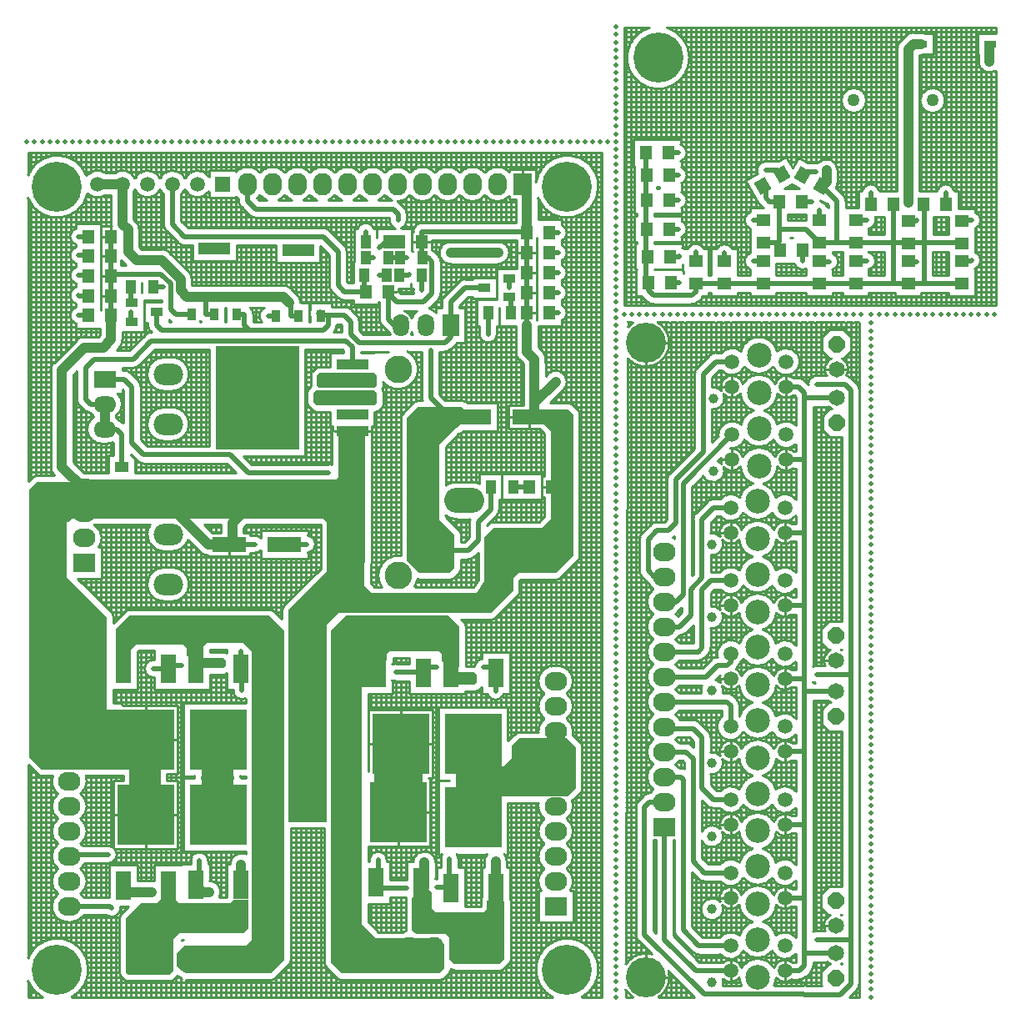
<source format=gtl>
G04*
G04 #@! TF.GenerationSoftware,Altium Limited,Altium Designer,18.1.6 (161)*
G04*
G04 Layer_Physical_Order=1*
G04 Layer_Color=255*
%FSTAX24Y24*%
%MOIN*%
G70*
G01*
G75*
%ADD14C,0.0100*%
%ADD16C,0.0200*%
%ADD20R,0.0472X0.0315*%
%ADD21R,0.0500X0.0550*%
%ADD22R,0.0550X0.0500*%
G04:AMPARAMS|DCode=23|XSize=50mil|YSize=55mil|CornerRadius=0mil|HoleSize=0mil|Usage=FLASHONLY|Rotation=330.000|XOffset=0mil|YOffset=0mil|HoleType=Round|Shape=Rectangle|*
%AMROTATEDRECTD23*
4,1,4,-0.0354,-0.0113,-0.0079,0.0363,0.0354,0.0113,0.0079,-0.0363,-0.0354,-0.0113,0.0*
%
%ADD23ROTATEDRECTD23*%

G04:AMPARAMS|DCode=24|XSize=50mil|YSize=55mil|CornerRadius=0mil|HoleSize=0mil|Usage=FLASHONLY|Rotation=210.000|XOffset=0mil|YOffset=0mil|HoleType=Round|Shape=Rectangle|*
%AMROTATEDRECTD24*
4,1,4,0.0079,0.0363,0.0354,-0.0113,-0.0079,-0.0363,-0.0354,0.0113,0.0079,0.0363,0.0*
%
%ADD24ROTATEDRECTD24*%

%ADD25R,0.0550X0.0394*%
%ADD26R,0.1378X0.0630*%
%ADD27R,0.3331X0.4146*%
%ADD28R,0.1264X0.0413*%
%ADD29R,0.0394X0.0550*%
%ADD30R,0.2283X0.2441*%
%ADD31R,0.0630X0.1181*%
%ADD32R,0.0366X0.0516*%
%ADD33R,0.1276X0.0516*%
%ADD34R,0.0472X0.0335*%
%ADD73C,0.0400*%
%ADD74P,0.0704X8X292.5*%
%ADD75C,0.0650*%
%ADD76C,0.0591*%
%ADD77C,0.0394*%
%ADD78C,0.0984*%
%ADD79O,0.0900X0.0750*%
%ADD80R,0.0900X0.0750*%
%ADD81O,0.1000X0.1600*%
%ADD82O,0.1600X0.1000*%
%ADD83C,0.1100*%
%ADD84R,0.0650X0.0900*%
%ADD85O,0.0650X0.0900*%
%ADD86R,0.0591X0.0591*%
%ADD87O,0.0750X0.0900*%
%ADD88R,0.0750X0.0900*%
%ADD89O,0.1181X0.0866*%
%ADD90R,0.0900X0.0650*%
%ADD91O,0.0900X0.0650*%
%ADD92C,0.0200*%
%ADD93C,0.2000*%
%ADD94C,0.0500*%
%ADD95C,0.1600*%
%ADD96C,0.0300*%
G36*
X09905Y061646D02*
X09905Y06125D01*
X09895Y06115D01*
X09675Y06115D01*
X09665Y06125D01*
X09665Y061646D01*
X096754Y06175D01*
X098946D01*
X09905Y061646D01*
D02*
G37*
G36*
X09905Y06095D02*
X09905Y06055D01*
X09895Y06045D01*
X096652D01*
X0965Y060602D01*
Y06095D01*
X0966Y06105D01*
X09895D01*
X09905Y06095D01*
D02*
G37*
G36*
X10675Y06025D02*
X1069Y0601D01*
Y059679D01*
X1069D01*
Y05445D01*
X1062Y05375D01*
X1047D01*
X1045Y05355D01*
Y05305D01*
X1036Y05215D01*
X097509D01*
X09705Y051691D01*
X09705Y0438D01*
X09554Y0438D01*
X0955D01*
X0955Y052271D01*
X09705Y053821D01*
X09705Y0558D01*
X096912Y055938D01*
X08685D01*
X086713Y0558D01*
X08665D01*
Y0536D01*
X08825Y052D01*
X08825Y0483D01*
X0887D01*
X08895Y0459D01*
X08825D01*
Y0459D01*
X08565D01*
X08515Y0464D01*
Y0571D01*
X08545Y0574D01*
X08675D01*
X08685Y0575D01*
X08705D01*
X087046Y057488D01*
X097404D01*
X0975Y057584D01*
X0975Y059387D01*
X09755Y059437D01*
X0976Y059387D01*
X098575D01*
Y056312D01*
X098575Y054175D01*
X09855Y05415D01*
Y05325D01*
X09885Y05295D01*
X103043Y05295D01*
X10335Y053428D01*
X10335Y0539D01*
Y05425D01*
Y0552D01*
X1037Y05555D01*
X10565Y05555D01*
X106Y0559D01*
X106Y059429D01*
X10575Y059679D01*
X1058Y0603D01*
X1067D01*
X10675Y06025D01*
D02*
G37*
G36*
X10255Y0603D02*
Y059679D01*
X102379D01*
X10225Y05955D01*
X1022D01*
X10155Y0589D01*
X10155Y055875D01*
X10215Y055275D01*
X10215Y05395D01*
X10195Y05375D01*
X10075D01*
X10025Y05425D01*
Y05995D01*
X1007Y0604D01*
X10245D01*
X10255Y0603D01*
D02*
G37*
G36*
X10235Y0516D02*
X10235Y049975D01*
X10185Y049975D01*
X10165Y05025D01*
X10165Y050525D01*
X10155Y050625D01*
X09955Y050625D01*
X09945Y050525D01*
X09945Y05025D01*
X09905Y05025D01*
X098857Y050057D01*
X0988Y049175D01*
X09845D01*
X09845Y0397D01*
X099Y03915D01*
X101525Y03915D01*
X10175Y038925D01*
X10175Y03795D01*
X10155Y03775D01*
X097625Y03775D01*
X0972Y038175D01*
X0972Y05145D01*
X0978Y05205D01*
X1019Y05205D01*
X10235Y0516D01*
D02*
G37*
G36*
X10305Y049675D02*
Y049375D01*
X10295Y049275D01*
X1023D01*
Y049775D01*
X10295D01*
X10305Y049675D01*
D02*
G37*
G36*
X0933Y0452D02*
X09325Y04525D01*
X09205D01*
Y04595D01*
X0933Y04605D01*
Y0452D01*
D02*
G37*
G36*
X0904Y04515D02*
X09035Y0452D01*
X08915D01*
Y0459D01*
X0904Y046D01*
Y04515D01*
D02*
G37*
G36*
X100863Y04525D02*
X10065D01*
Y045025D01*
X1006Y045075D01*
X0994D01*
Y04525D01*
X09895D01*
Y04575D01*
X100863Y0459D01*
Y04525D01*
D02*
G37*
G36*
X107Y0468D02*
X107Y04515D01*
X106663Y044812D01*
X104639Y044812D01*
X102461Y044812D01*
X102211Y045062D01*
X102211Y045762D01*
X102471Y046022D01*
X104124D01*
X104432Y04633D01*
Y046832D01*
X10475Y04715D01*
X10665D01*
X107Y0468D01*
D02*
G37*
G36*
X0939Y039533D02*
X093717Y03935D01*
X09115D01*
X0909Y0391D01*
X0909Y03785D01*
X09075Y0377D01*
X0891D01*
X089Y0378D01*
Y03825D01*
Y03995D01*
X0896Y04055D01*
X09025D01*
X0904Y0407D01*
X091D01*
X09115Y04055D01*
X0932D01*
X0932Y04055D01*
X0933Y0407D01*
X09335D01*
X09335Y0407D01*
X0939D01*
X0939Y039533D01*
D02*
G37*
G36*
X10125Y040973D02*
Y040675D01*
X10125Y040325D01*
X1014Y040175D01*
X1033Y040175D01*
X10345Y040325D01*
X10345Y040645D01*
X10415Y04062D01*
X10415Y038325D01*
X10395Y038125D01*
X10215D01*
X10195Y038325D01*
X10195Y039175D01*
X1018Y039325D01*
X100621Y039325D01*
X100598Y039348D01*
X100592Y039342D01*
X10045Y039483D01*
X10045Y04075D01*
X1006Y0409D01*
Y04105D01*
X101073D01*
X101123Y0411D01*
X10125Y040973D01*
D02*
G37*
G36*
X09475Y05205D02*
X095355Y051445D01*
X095355Y038305D01*
X0948Y03775D01*
X0914Y03775D01*
X09125Y03785D01*
X09105Y03805D01*
Y03855D01*
X09135Y03885D01*
X0938D01*
X09405Y0391D01*
X09405Y050601D01*
X093701Y05095D01*
X09225Y05095D01*
X092125Y050825D01*
X092125Y050425D01*
X0921Y0504D01*
X09215Y05035D01*
X0929Y05035D01*
X092913Y050338D01*
X093Y05025D01*
Y05005D01*
X0929Y04995D01*
X0921D01*
Y0504D01*
X092075Y050425D01*
X09145D01*
X09145Y05075D01*
X0913Y0509D01*
X0894Y0509D01*
X0892Y0507D01*
X0892Y05045D01*
X0887Y05005D01*
X0886Y05015D01*
X0886Y0515D01*
X08915Y05205D01*
X09475Y05205D01*
D02*
G37*
%LPC*%
G36*
X08925Y03845D02*
X089122Y038322D01*
X089283Y038417D01*
X08925Y03845D01*
D02*
G37*
%LPD*%
D14*
X1231Y0742D02*
G03*
X1238Y073826I00045J0D01*
G01*
X121013Y075307D02*
G03*
X120822Y07535I-000191J-000407D01*
G01*
X1205D02*
G03*
X120182Y075218I0J-00045D01*
G01*
X1205Y07535D02*
G03*
X120182Y075218I0J-00045D01*
G01*
X119982Y075018D02*
G03*
X11985Y0747I000318J-000318D01*
G01*
X120822Y07445D02*
G03*
X121013Y074493I0J00045D01*
G01*
X122142Y069024D02*
G03*
X121458Y069024I-000342J-000074D01*
G01*
X122142D02*
G03*
X121458Y069024I-000342J-000074D01*
G01*
X121775Y072639D02*
G03*
X121775Y072639I-0005J0D01*
G01*
D02*
G03*
X121775Y072639I-0005J0D01*
G01*
X119982Y075018D02*
G03*
X11985Y0747I000318J-000318D01*
G01*
X118626Y072639D02*
G03*
X118626Y072639I-0005J0D01*
G01*
D02*
G03*
X118626Y072639I-0005J0D01*
G01*
X116685Y070139D02*
G03*
X1166Y07015I-000085J-000339D01*
G01*
X11748Y06985D02*
G03*
X116685Y070139I-00045J0D01*
G01*
D02*
G03*
X1166Y07015I-000085J-000339D01*
G01*
X119142Y069025D02*
G03*
X118458Y069025I-000342J-000075D01*
G01*
X119142D02*
G03*
X118458Y069025I-000342J-000075D01*
G01*
X117465Y069275D02*
G03*
X11748Y06939I-000435J000115D01*
G01*
X1178Y068611D02*
G03*
X117697Y068858I-00035J0D01*
G01*
X119Y067865D02*
G03*
X118982Y067975I-00035J0D01*
G01*
X119Y067865D02*
G03*
X118982Y067975I-00035J0D01*
G01*
X1178Y068611D02*
G03*
X117697Y068859I-00035J0D01*
G01*
X117465Y069275D02*
G03*
X11748Y06939I-000435J000115D01*
G01*
X117408Y069147D02*
G03*
X117465Y069275I-000379J000243D01*
G01*
X117408Y069147D02*
G03*
X117465Y069275I-000379J000243D01*
G01*
X1168Y0686D02*
G03*
X116798Y068634I-00035J0D01*
G01*
X1168Y0686D02*
G03*
X116798Y068634I-00035J0D01*
G01*
X117083Y06835D02*
G03*
X116997Y06849I-000333J-000107D01*
G01*
X117083Y06835D02*
G03*
X116997Y06849I-000333J-000107D01*
G01*
X116992Y068495D02*
G03*
X1168Y068593I-000247J-000247D01*
G01*
X116992Y068495D02*
G03*
X1168Y068593I-000247J-000247D01*
G01*
X1168Y0686D02*
G03*
X116798Y068634I-00035J0D01*
G01*
X1232Y067841D02*
G03*
X122975Y068168I-00035J0D01*
G01*
X1232Y067841D02*
G03*
X122975Y068168I-00035J0D01*
G01*
X1232Y06625D02*
G03*
X122975Y066577I-00035J0D01*
G01*
X1232Y06625D02*
G03*
X122975Y066577I-00035J0D01*
G01*
X123097Y066003D02*
G03*
X1232Y06625I-000247J000247D01*
G01*
X123097Y066002D02*
G03*
X1232Y06625I-000247J000248D01*
G01*
X122975Y067514D02*
G03*
X1232Y067841I-000125J000327D01*
G01*
X122975Y067514D02*
G03*
X1232Y067841I-000125J000327D01*
G01*
X122975Y065908D02*
G03*
X123071Y065976I-000152J000315D01*
G01*
X122975Y065908D02*
G03*
X12307Y065975I-000152J000315D01*
G01*
X118897Y067618D02*
G03*
X119Y067865I-000247J000247D01*
G01*
X118897Y067617D02*
G03*
X119Y067865I-000247J000248D01*
G01*
X118725Y067508D02*
G03*
X118878Y067598I-000095J000337D01*
G01*
X118725Y067508D02*
G03*
X118878Y067598I-000095J000337D01*
G01*
X119Y066232D02*
G03*
X118725Y066574I-00035J0D01*
G01*
X118897Y065985D02*
G03*
X119Y066232I-000247J000247D01*
G01*
X118897Y065985D02*
G03*
X119Y066232I-000247J000248D01*
G01*
D02*
G03*
X118725Y066574I-00035J0D01*
G01*
X117508Y0662D02*
G03*
X117275Y06653I-00035J0D01*
G01*
X117508Y0662D02*
G03*
X117275Y06653I-00035J0D01*
G01*
Y06587D02*
G03*
X117508Y0662I-000117J00033D01*
G01*
X115744Y066125D02*
G03*
X116225Y06591I000335J000103D01*
G01*
X117275Y06587D02*
G03*
X117508Y0662I-000117J00033D01*
G01*
X115744Y066125D02*
G03*
X116225Y06591I000335J000103D01*
G01*
X118725Y065883D02*
G03*
X118888Y065976I-000085J00034D01*
G01*
X118725Y065883D02*
G03*
X118888Y065975I-000085J00034D01*
G01*
X115109Y070211D02*
G03*
X115073Y070212I-000036J-000348D01*
G01*
X115109Y070211D02*
G03*
X115073Y070212I-000036J-000348D01*
G01*
X1146D02*
G03*
X114276Y06973I0J-00035D01*
G01*
X1146Y070212D02*
G03*
X114276Y06973I0J-00035D01*
G01*
X11155Y07435D02*
G03*
X11065Y07555I-00125J0D01*
G01*
X10995D02*
G03*
X11155Y07435I00035J-0012D01*
G01*
X11145Y07055D02*
G03*
X1112Y070885I-00035J0D01*
G01*
X11145Y07055D02*
G03*
X1112Y070885I-00035J0D01*
G01*
Y070215D02*
G03*
X11145Y07055I-0001J000335D01*
G01*
X1112Y070215D02*
G03*
X11145Y07055I-0001J000335D01*
G01*
X114319Y068542D02*
G03*
X114353Y068503I000281J000208D01*
G01*
X114319Y068542D02*
G03*
X114353Y068502I000281J000208D01*
G01*
X113982Y06818D02*
G03*
X113982Y06752I000116J-00033D01*
G01*
X11145Y06965D02*
G03*
X111237Y069972I-00035J0D01*
G01*
X11145Y06965D02*
G03*
X111237Y069972I-00035J0D01*
G01*
X11145Y06965D02*
G03*
X111237Y069972I-00035J0D01*
G01*
X111347Y069403D02*
G03*
X11145Y06965I-000247J000247D01*
G01*
X111347Y069403D02*
G03*
X11145Y06965I-000247J000247D01*
G01*
X111347Y069403D02*
G03*
X11145Y06965I-000247J000247D01*
G01*
X113982Y06818D02*
G03*
X113982Y06752I000116J-00033D01*
G01*
X11145Y06865D02*
G03*
X111237Y068972I-00035J0D01*
G01*
Y068328D02*
G03*
X11145Y06865I-000137J000322D01*
G01*
D02*
G03*
X111237Y068972I-00035J0D01*
G01*
Y068328D02*
G03*
X11145Y06865I-000137J000322D01*
G01*
X111237Y069328D02*
G03*
X111347Y069403I-000137J000322D01*
G01*
X111237Y069328D02*
G03*
X111347Y069403I-000137J000322D01*
G01*
X111237Y069328D02*
G03*
X111347Y069403I-000137J000322D01*
G01*
X113975Y066541D02*
G03*
X113975Y065885I000122J-000328D01*
G01*
Y066541D02*
G03*
X113975Y065885I000122J-000328D01*
G01*
X113257Y066713D02*
G03*
X112637Y066713I-00031J-000163D01*
G01*
X113257D02*
G03*
X112637Y066713I-00031J-000163D01*
G01*
X112122D02*
G03*
X112047Y066822I-000322J-000138D01*
G01*
X112122Y066713D02*
G03*
X112047Y066822I-000322J-000138D01*
G01*
X112122Y066713D02*
G03*
X112047Y066822I-000322J-000138D01*
G01*
X11145Y0675D02*
G03*
X111237Y067822I-00035J0D01*
G01*
X11145Y0675D02*
G03*
X111237Y067822I-00035J0D01*
G01*
X11145Y0675D02*
G03*
X111237Y067822I-00035J0D01*
G01*
X111347Y067253D02*
G03*
X11145Y0675I-000247J000247D01*
G01*
X111347Y067253D02*
G03*
X11145Y0675I-000247J000247D01*
G01*
X111347Y067253D02*
G03*
X11145Y0675I-000247J000247D01*
G01*
X111237Y067178D02*
G03*
X111347Y067253I-000137J000322D01*
G01*
X111237Y067178D02*
G03*
X111347Y067253I-000137J000322D01*
G01*
X111237Y067178D02*
G03*
X111347Y067253I-000137J000322D01*
G01*
X112047Y066822D02*
G03*
X111478Y066713I-000247J-000247D01*
G01*
X112047Y066822D02*
G03*
X111478Y066713I-000247J-000247D01*
G01*
X112047Y066822D02*
G03*
X111478Y066713I-000247J-000247D01*
G01*
X11133D02*
G03*
X111265Y066743I-00018J-0003D01*
G01*
X11133Y066713D02*
G03*
X111265Y066743I-00018J-0003D01*
G01*
X112047Y064753D02*
G03*
X112096Y064813I-000247J000247D01*
G01*
X112047Y064752D02*
G03*
X112096Y064813I-000247J000248D01*
G01*
X11165Y0645D02*
G03*
X111898Y064603I0J00035D01*
G01*
X11165Y0645D02*
G03*
X111897Y064603I0J00035D01*
G01*
X109852Y064603D02*
G03*
X1101Y0645I000248J000247D01*
G01*
X109853Y064603D02*
G03*
X1101Y0645I000247J000247D01*
G01*
X109632Y064825D02*
G03*
X109653Y064803I000268J000225D01*
G01*
X109632Y064825D02*
G03*
X109653Y064802I000268J000225D01*
G01*
X118264Y063785D02*
G03*
X11835Y063756I000153J000315D01*
G01*
X117958Y063785D02*
G03*
X118264Y063785I000153J000315D01*
G01*
X117652D02*
G03*
X117958Y063785I000153J000315D01*
G01*
X117346D02*
G03*
X117652Y063785I000153J000315D01*
G01*
X11704D02*
G03*
X117346Y063785I000153J000315D01*
G01*
X117833Y061643D02*
G03*
X117908Y061898I-000401J000255D01*
G01*
D02*
G03*
X117645Y062323I-000475J0D01*
G01*
X118012Y061547D02*
G03*
X117833Y061643I-000247J-000247D01*
G01*
X11835Y061064D02*
G03*
X118247Y061312I-00035J0D01*
G01*
X11835Y061064D02*
G03*
X118247Y061312I-00035J0D01*
G01*
X118012Y061547D02*
G03*
X117833Y061643I-000248J-000247D01*
G01*
X117124Y060398D02*
G03*
X117233Y060323I000321J00035D01*
G01*
X117221Y062323D02*
G03*
X117028Y06165I000212J-000425D01*
G01*
X116735Y063785D02*
G03*
X11704Y063785I000153J000315D01*
G01*
X116429D02*
G03*
X116735Y063785I000153J000315D01*
G01*
X116123D02*
G03*
X116429Y063785I000153J000315D01*
G01*
X115817D02*
G03*
X116123Y063785I000153J000315D01*
G01*
X115511D02*
G03*
X115817Y063785I000153J000315D01*
G01*
X116147Y061447D02*
G03*
X1159Y06155I-000247J-000247D01*
G01*
X114914Y061986D02*
G03*
X115961Y0622I000502J000214D01*
G01*
D02*
G03*
X115057Y062611I-000545J0D01*
G01*
X11665Y06165D02*
G03*
X1163Y061295I0J-00035D01*
G01*
X11665Y06165D02*
G03*
X1163Y061295I0J-00035D01*
G01*
X116148Y061447D02*
G03*
X1159Y06155I-000248J-000247D01*
G01*
X1158Y059668D02*
G03*
X115057Y059692I-000385J-000386D01*
G01*
X11765Y050652D02*
G03*
X117612Y050673I-00025J-000404D01*
G01*
X114914Y059068D02*
G03*
X1158Y058895I000502J000214D01*
G01*
Y056692D02*
G03*
X115007Y056774I-000435J-000329D01*
G01*
X114864Y056149D02*
G03*
X1158Y056034I000502J000214D01*
G01*
X114864Y053231D02*
G03*
X1158Y053115I000502J000214D01*
G01*
Y053774D02*
G03*
X115007Y053855I-000435J-000329D01*
G01*
X1158Y050855D02*
G03*
X115007Y050937I-000435J-000329D01*
G01*
X115693Y06155D02*
G03*
X114982Y061311I-000278J-00035D01*
G01*
X115205Y063785D02*
G03*
X115511Y063785I000153J000315D01*
G01*
X115691Y06155D02*
G03*
X114984Y061309I-000275J-00035D01*
G01*
X115074Y060914D02*
G03*
X115691Y06085I000342J000286D01*
G01*
X115074Y060912D02*
G03*
X115693Y06085I000342J000288D01*
G01*
X1149Y063785D02*
G03*
X115205Y063785I000153J000315D01*
G01*
X115693Y058631D02*
G03*
X114982Y058392I-000278J-00035D01*
G01*
X115691Y058631D02*
G03*
X114984Y05839I-000275J-00035D01*
G01*
X115074Y057993D02*
G03*
X115693Y057931I000342J000288D01*
G01*
X115074Y057996D02*
G03*
X115691Y057931I000342J000286D01*
G01*
X114594Y063785D02*
G03*
X1149Y063785I000153J000315D01*
G01*
X114288D02*
G03*
X114594Y063785I000153J000315D01*
G01*
X115057Y062611D02*
G03*
X113609Y062611I-000724J-000163D01*
G01*
X113982Y063785D02*
G03*
X114288Y063785I000153J000315D01*
G01*
X115057Y062611D02*
G03*
X113609Y062611I-000724J-000163D01*
G01*
X114545Y060241D02*
G03*
X115074Y060912I-000212J000711D01*
G01*
X113752Y061986D02*
G03*
X114914Y061986I000581J000462D01*
G01*
X114545Y060241D02*
G03*
X115074Y060912I-000212J000711D01*
G01*
X114982Y061311D02*
G03*
X113683Y061311I-00065J-000359D01*
G01*
X113752Y061986D02*
G03*
X114914Y061986I000581J000462D01*
G01*
X114982Y061311D02*
G03*
X113683Y061311I-00065J-000359D01*
G01*
X113676Y063785D02*
G03*
X113982Y063785I000153J000315D01*
G01*
X113592Y060912D02*
G03*
X114121Y060241I000741J00004D01*
G01*
X113592Y060912D02*
G03*
X114121Y060241I000741J00004D01*
G01*
X115057Y059692D02*
G03*
X114545Y060241I-000724J-000163D01*
G01*
X115057Y059692D02*
G03*
X114545Y060241I-000724J-000163D01*
G01*
X113752Y059068D02*
G03*
X114914Y059068I000581J000462D01*
G01*
X113752D02*
G03*
X114914Y059068I000581J000462D01*
G01*
X114121Y060241D02*
G03*
X113609Y059692I000212J-000711D01*
G01*
X114121Y060241D02*
G03*
X113609Y059692I000212J-000711D01*
G01*
X114518Y057315D02*
G03*
X115074Y057993I-000185J000719D01*
G01*
X114518Y057315D02*
G03*
X115074Y057993I-000185J000719D01*
G01*
X114982Y058392D02*
G03*
X113683Y058392I-00065J-000359D01*
G01*
X114982D02*
G03*
X113683Y058392I-00065J-000359D01*
G01*
X113592Y057993D02*
G03*
X114097Y05733I000741J00004D01*
G01*
X113592Y057993D02*
G03*
X114097Y05733I000741J00004D01*
G01*
X115643Y055713D02*
G03*
X114932Y055474I-000278J-00035D01*
G01*
X115641Y055713D02*
G03*
X114934Y055472I-000275J-00035D01*
G01*
X115024Y055077D02*
G03*
X115641Y055013I000342J000286D01*
G01*
X115024Y055075D02*
G03*
X115643Y055013I000342J000288D01*
G01*
X115007Y056774D02*
G03*
X114518Y057315I-000724J-000163D01*
G01*
X115007Y056774D02*
G03*
X114518Y057315I-000724J-000163D01*
G01*
X115643Y052794D02*
G03*
X114932Y052555I-000278J-00035D01*
G01*
X115641Y052794D02*
G03*
X114934Y052553I-000275J-00035D01*
G01*
X115024Y052159D02*
G03*
X115641Y052094I000342J000286D01*
G01*
X115024Y052156D02*
G03*
X115643Y052094I000342J000288D01*
G01*
X113702Y056149D02*
G03*
X114864Y056149I000581J000462D01*
G01*
X113702D02*
G03*
X114864Y056149I000581J000462D01*
G01*
X114932Y055474D02*
G03*
X113633Y055474I-00065J-000359D01*
G01*
X114097Y05733D02*
G03*
X113559Y056774I000185J-000719D01*
G01*
X114097Y05733D02*
G03*
X113559Y056774I000185J-000719D01*
G01*
X114932Y055474D02*
G03*
X113633Y055474I-00065J-000359D01*
G01*
X114495Y054404D02*
G03*
X115024Y055075I-000212J000711D01*
G01*
X114495Y054404D02*
G03*
X115024Y055075I-000212J000711D01*
G01*
X115007Y053855D02*
G03*
X114495Y054404I-000724J-000163D01*
G01*
X114071D02*
G03*
X113559Y053855I000212J-000711D01*
G01*
X114071Y054404D02*
G03*
X113559Y053855I000212J-000711D01*
G01*
X115007D02*
G03*
X114495Y054404I-000724J-000163D01*
G01*
X113542Y055075D02*
G03*
X114071Y054404I000741J00004D01*
G01*
X113542Y055075D02*
G03*
X114071Y054404I000741J00004D01*
G01*
X113702Y053231D02*
G03*
X114864Y053231I000581J000462D01*
G01*
X114495Y051485D02*
G03*
X115024Y052156I-000212J000711D01*
G01*
X114495Y051485D02*
G03*
X115024Y052156I-000212J000711D01*
G01*
X114932Y052555D02*
G03*
X113633Y052555I-00065J-000359D01*
G01*
X113702Y053231D02*
G03*
X114864Y053231I000581J000462D01*
G01*
X114932Y052555D02*
G03*
X113633Y052555I-00065J-000359D01*
G01*
X115007Y050937D02*
G03*
X114495Y051485I-000724J-000163D01*
G01*
X114071D02*
G03*
X113559Y050937I000212J-000711D01*
G01*
X115007D02*
G03*
X114495Y051485I-000724J-000163D01*
G01*
X113542Y052156D02*
G03*
X114071Y051485I000741J00004D01*
G01*
X113542Y052156D02*
G03*
X114071Y051485I000741J00004D01*
G01*
Y051485D02*
G03*
X113559Y050937I000212J-000711D01*
G01*
X117092Y048659D02*
G03*
X1172Y048584I000321J00035D01*
G01*
X117188Y050673D02*
G03*
X116968Y05005I000212J-000425D01*
G01*
X1165Y049388D02*
G03*
X116581Y049359I000159J000312D01*
G01*
X1165Y049388D02*
G03*
X116581Y049359I000159J000312D01*
G01*
X116659Y05005D02*
G03*
X1165Y050012I0J-00035D01*
G01*
X116659Y05005D02*
G03*
X1165Y050012I0J-00035D01*
G01*
X114864Y050312D02*
G03*
X1158Y050197I000502J000214D01*
G01*
Y047937D02*
G03*
X115007Y048018I-000435J-000329D01*
G01*
X115643Y049876D02*
G03*
X114932Y049637I-000278J-00035D01*
G01*
X114864Y047394D02*
G03*
X1158Y047278I000502J000214D01*
G01*
Y045018D02*
G03*
X115007Y0451I-000435J-000329D01*
G01*
X115643Y046957D02*
G03*
X114932Y046718I-000278J-00035D01*
G01*
X114864Y044475D02*
G03*
X1158Y04436I000502J000214D01*
G01*
X115024Y043401D02*
G03*
X115643Y043339I000342J000288D01*
G01*
X11765Y040054D02*
G03*
X117612Y040075I-00025J-000404D01*
G01*
X118247Y03709D02*
G03*
X11835Y037337I-000247J000247D01*
G01*
X118247Y037089D02*
G03*
X11835Y037337I-000247J000248D01*
G01*
X117079Y0382D02*
G03*
X117188Y038125I000321J00035D01*
G01*
X117612D02*
G03*
X11765Y038146I-000212J000425D01*
G01*
X117188Y040075D02*
G03*
X116968Y039453I000212J-000425D01*
G01*
X11665D02*
G03*
X1165Y039419I0J-00035D01*
G01*
X11665Y039453D02*
G03*
X1165Y039419I0J-00035D01*
G01*
X1158Y0421D02*
G03*
X115007Y042181I-000435J-000329D01*
G01*
X114864Y041557D02*
G03*
X1158Y041441I000502J000214D01*
G01*
X115024Y040482D02*
G03*
X115643Y04042I000342J000288D01*
G01*
X1158Y039181D02*
G03*
X115007Y039263I-000435J-000329D01*
G01*
X114864Y038638D02*
G03*
X1158Y038523I000502J000214D01*
G01*
X116397Y037804D02*
G03*
X1165Y038052I-000247J000248D01*
G01*
X116397Y037804D02*
G03*
X1165Y038052I-000247J000247D01*
G01*
X116208Y03725D02*
G03*
X116118Y037262I-00009J-000338D01*
G01*
X11595Y037502D02*
G03*
X116198Y037605I0J00035D01*
G01*
X11595Y037502D02*
G03*
X116197Y037604I0J00035D01*
G01*
X115643Y038202D02*
G03*
X114932Y037963I-000278J-00035D01*
G01*
X116208Y03725D02*
G03*
X116118Y037262I-00009J-000338D01*
G01*
X115024Y037564D02*
G03*
X115643Y037502I000342J000288D01*
G01*
X115024Y04924D02*
G03*
X115641Y049176I000342J000286D01*
G01*
Y049876D02*
G03*
X114934Y049635I-000275J-00035D01*
G01*
X115024Y049238D02*
G03*
X115643Y049176I000342J000288D01*
G01*
X114495Y048567D02*
G03*
X115024Y049238I-000212J000711D01*
G01*
X115007Y048018D02*
G03*
X114495Y048567I-000724J-000163D01*
G01*
X115007Y048018D02*
G03*
X114495Y048567I-000724J-000163D01*
G01*
X115024Y046319D02*
G03*
X115643Y046257I000342J000288D01*
G01*
X115024Y046322D02*
G03*
X115641Y046257I000342J000286D01*
G01*
Y046957D02*
G03*
X114934Y046716I-000275J-00035D01*
G01*
X114495Y045648D02*
G03*
X115024Y046319I-000212J000711D01*
G01*
X114495Y045648D02*
G03*
X115024Y046319I-000212J000711D01*
G01*
X115007Y0451D02*
G03*
X114495Y045648I-000724J-000163D01*
G01*
X115007Y0451D02*
G03*
X114495Y045648I-000724J-000163D01*
G01*
X113702Y050312D02*
G03*
X114864Y050312I000581J000462D01*
G01*
X114932Y049637D02*
G03*
X113633Y049637I-00065J-000359D01*
G01*
X113702Y050312D02*
G03*
X114864Y050312I000581J000462D01*
G01*
X114932Y049637D02*
G03*
X113633Y049637I-00065J-000359D01*
G01*
X114495Y048567D02*
G03*
X115024Y049238I-000212J000711D01*
G01*
X114071Y048567D02*
G03*
X113559Y048018I000212J-000711D01*
G01*
X114071Y048567D02*
G03*
X113559Y048018I000212J-000711D01*
G01*
X113542Y049238D02*
G03*
X114071Y048567I000741J00004D01*
G01*
X113542Y049238D02*
G03*
X114071Y048567I000741J00004D01*
G01*
X113534Y050095D02*
G03*
X113702Y050312I-000334J000431D01*
G01*
X113702Y047394D02*
G03*
X114864Y047394I000581J000462D01*
G01*
X113702D02*
G03*
X114864Y047394I000581J000462D01*
G01*
X114932Y046718D02*
G03*
X113633Y046718I-00065J-000359D01*
G01*
X114932D02*
G03*
X113633Y046718I-00065J-000359D01*
G01*
X113542Y046319D02*
G03*
X114071Y045648I000741J00004D01*
G01*
X113542Y046319D02*
G03*
X114071Y045648I000741J00004D01*
G01*
X113702Y044475D02*
G03*
X114864Y044475I000581J000462D01*
G01*
X113702D02*
G03*
X114864Y044475I000581J000462D01*
G01*
X114071Y045648D02*
G03*
X113559Y0451I000212J-000711D01*
G01*
X114932Y0438D02*
G03*
X113633Y0438I-00065J-000359D01*
G01*
X114071Y045648D02*
G03*
X113559Y0451I000212J-000711D01*
G01*
X115643Y044039D02*
G03*
X114932Y0438I-000278J-00035D01*
G01*
X115641Y044039D02*
G03*
X114934Y043798I-000275J-00035D01*
G01*
X115024Y043403D02*
G03*
X115641Y043339I000342J000286D01*
G01*
X115643Y04112D02*
G03*
X114932Y040881I-000278J-00035D01*
G01*
X115641Y04112D02*
G03*
X114934Y040879I-000275J-00035D01*
G01*
X115024Y040485D02*
G03*
X115641Y04042I000342J000286D01*
G01*
Y038202D02*
G03*
X114934Y037961I-000275J-00035D01*
G01*
X115024Y037566D02*
G03*
X115641Y037502I000342J000286D01*
G01*
X114941Y037262D02*
G03*
X115024Y037564I-000659J000342D01*
G01*
X114941Y037262D02*
G03*
X115024Y037564I-000659J000342D01*
G01*
X114495Y04273D02*
G03*
X115024Y043401I-000212J000711D01*
G01*
X114495Y04273D02*
G03*
X115024Y043401I-000212J000711D01*
G01*
X115007Y042181D02*
G03*
X114495Y04273I-000724J-000163D01*
G01*
X115007Y042181D02*
G03*
X114495Y04273I-000724J-000163D01*
G01*
X114932Y0438D02*
G03*
X113633Y0438I-00065J-000359D01*
G01*
X113542Y043401D02*
G03*
X114071Y04273I000741J00004D01*
G01*
Y04273D02*
G03*
X113559Y042181I000212J-000711D01*
G01*
X113702Y041557D02*
G03*
X114864Y041557I000581J000462D01*
G01*
X113702D02*
G03*
X114864Y041557I000581J000462D01*
G01*
X114932Y040881D02*
G03*
X113633Y040881I-00065J-000359D01*
G01*
X114932D02*
G03*
X113633Y040881I-00065J-000359D01*
G01*
X113542Y040482D02*
G03*
X114071Y039811I000741J00004D01*
G01*
X113542Y043401D02*
G03*
X114071Y04273I000741J00004D01*
G01*
Y04273D02*
G03*
X113559Y042181I000212J-000711D01*
G01*
X113542Y040482D02*
G03*
X114071Y039811I000741J00004D01*
G01*
X114495D02*
G03*
X115024Y040482I-000212J000711D01*
G01*
X114495Y039811D02*
G03*
X115024Y040482I-000212J000711D01*
G01*
X115007Y039263D02*
G03*
X114495Y039811I-000724J-000163D01*
G01*
X115007Y039263D02*
G03*
X114495Y039811I-000724J-000163D01*
G01*
X114071D02*
G03*
X113559Y039263I000212J-000711D01*
G01*
X114071Y039811D02*
G03*
X113559Y039263I000212J-000711D01*
G01*
X113702Y038638D02*
G03*
X114864Y038638I000581J000462D01*
G01*
X113702D02*
G03*
X114864Y038638I000581J000462D01*
G01*
X114932Y037963D02*
G03*
X113633Y037963I-00065J-000359D01*
G01*
X114932D02*
G03*
X113633Y037963I-00065J-000359D01*
G01*
X113542Y037564D02*
G03*
X113624Y037262I000741J00004D01*
G01*
X113542Y037564D02*
G03*
X113624Y037262I000741J00004D01*
G01*
X113371Y063785D02*
G03*
X113676Y063785I000153J000315D01*
G01*
X113065D02*
G03*
X113371Y063785I000153J000315D01*
G01*
X112832Y06185D02*
G03*
X113752Y061986I000418J00035D01*
G01*
X113609Y062611D02*
G03*
X112832Y06255I-000359J-000411D01*
G01*
X113683Y061311D02*
G03*
X112836Y061033I-000433J-000111D01*
G01*
X112916Y060903D02*
G03*
X113592Y060912I000334J000297D01*
G01*
X113682Y061309D02*
G03*
X112839Y061029I-000432J-000109D01*
G01*
X112914Y060907D02*
G03*
X113592Y060914I000336J000293D01*
G01*
X112759Y063785D02*
G03*
X113065Y063785I000153J000315D01*
G01*
X112949Y060735D02*
G03*
X112916Y060903I-000447J0D01*
G01*
X112949Y060735D02*
G03*
X112916Y060903I-000447J0D01*
G01*
X113202Y058738D02*
G03*
X113752Y059068I000048J000543D01*
G01*
X113683Y058392D02*
G03*
X113187Y058724I-000433J-000111D01*
G01*
X113682Y05839D02*
G03*
X113186Y058722I-000432J-000109D01*
G01*
X112914Y057989D02*
G03*
X113592Y057996I000336J000293D01*
G01*
X112916Y057984D02*
G03*
X113592Y057993I000334J000297D01*
G01*
X113559Y056774D02*
G03*
X112782Y056713I-000359J-000411D01*
G01*
Y056013D02*
G03*
X113702Y056149I000418J00035D01*
G01*
X112809Y058346D02*
G03*
X112839Y05811I000441J-000064D01*
G01*
X112808Y058344D02*
G03*
X112836Y058114I000442J-000063D01*
G01*
X112949Y057817D02*
G03*
X112916Y057984I-000447J0D01*
G01*
X112949Y057817D02*
G03*
X112916Y057984I-000447J0D01*
G01*
X112836Y061033D02*
G03*
X112455Y06118I-000334J-000297D01*
G01*
Y060291D02*
G03*
X112949Y060735I000047J000444D01*
G01*
X112455Y060291D02*
G03*
X112949Y060735I000047J000444D01*
G01*
X112453Y063785D02*
G03*
X112759Y063785I000153J000315D01*
G01*
X1126Y06255D02*
G03*
X112353Y062447I0J-00035D01*
G01*
X112602Y06255D02*
G03*
X112353Y062447I-000002J-00035D01*
G01*
X112147Y063785D02*
G03*
X112453Y063785I000153J000315D01*
G01*
X112602Y06255D02*
G03*
X112352Y062447I-000002J-00035D01*
G01*
X112836Y061033D02*
G03*
X112455Y06118I-000334J-000297D01*
G01*
X113609Y059692D02*
G03*
X112707Y059233I-000359J-000411D01*
G01*
X112836Y058114D02*
G03*
X112687Y058224I-000334J-000297D01*
G01*
X112836Y058114D02*
G03*
X112687Y058224I-000334J-000297D01*
G01*
X112095Y057632D02*
G03*
X112949Y057817I000407J000185D01*
G01*
X112095Y057632D02*
G03*
X112949Y057817I000407J000185D01*
G01*
X112513Y056713D02*
G03*
X112265Y05661I0J-00035D01*
G01*
X112513Y056713D02*
G03*
X112266Y05661I0J-00035D01*
G01*
X112866Y055066D02*
G03*
X113542Y055075I000334J000297D01*
G01*
X113632Y055472D02*
G03*
X112789Y055192I-000432J-000109D01*
G01*
X112864Y05507D02*
G03*
X113542Y055077I000336J000293D01*
G01*
X113559Y053855D02*
G03*
X112782Y053794I-000359J-000411D01*
G01*
Y053094D02*
G03*
X113702Y053231I000418J00035D01*
G01*
X112899Y054898D02*
G03*
X112866Y055066I-000447J0D01*
G01*
X112899Y054898D02*
G03*
X112866Y055066I-000447J0D01*
G01*
Y052147D02*
G03*
X113542Y052156I000334J000297D01*
G01*
X113447Y049953D02*
G03*
X113534Y050095I-000247J000247D01*
G01*
X113632Y052553D02*
G03*
X112789Y052273I-000432J-000109D01*
G01*
X112864Y052152D02*
G03*
X113542Y052159I000336J000293D01*
G01*
X113447Y049952D02*
G03*
X113534Y050095I-000247J000248D01*
G01*
X113633Y049637D02*
G03*
X113413Y049919I-000433J-000111D01*
G01*
X113632Y049635D02*
G03*
X113412Y049917I-000432J-000109D01*
G01*
X112864Y049233D02*
G03*
X113542Y04924I000336J000293D01*
G01*
X112866Y049229D02*
G03*
X113542Y049238I000334J000297D01*
G01*
X112899Y05198D02*
G03*
X112866Y052147I-000447J0D01*
G01*
X112899Y05198D02*
G03*
X112866Y052147I-000447J0D01*
G01*
X112899Y049061D02*
G03*
X112866Y049229I-000447J0D01*
G01*
X112899Y049061D02*
G03*
X112866Y049229I-000447J0D01*
G01*
X112773Y049653D02*
G03*
X112789Y049355I000427J-000127D01*
G01*
X113633Y055474D02*
G03*
X112786Y055196I-000433J-000111D01*
G01*
X112405Y054454D02*
G03*
X112899Y054898I000047J000444D01*
G01*
X112786Y055196D02*
G03*
X112405Y055343I-000334J-000297D01*
G01*
Y054454D02*
G03*
X112899Y054898I000047J000444D01*
G01*
X112786Y055196D02*
G03*
X112405Y055343I-000334J-000297D01*
G01*
X113633Y052555D02*
G03*
X112786Y052277I-000433J-000111D01*
G01*
D02*
G03*
X112405Y052424I-000334J-000297D01*
G01*
X112786Y052277D02*
G03*
X112405Y052424I-000334J-000297D01*
G01*
Y051536D02*
G03*
X112899Y05198I000047J000444D01*
G01*
X112405Y051536D02*
G03*
X112899Y05198I000047J000444D01*
G01*
X113559Y050937D02*
G03*
X112669Y0504I-000359J-000411D01*
G01*
X112771Y049651D02*
G03*
X112786Y049359I000429J-000125D01*
G01*
D02*
G03*
X112602Y049482I-000334J-000297D01*
G01*
X112786Y049359D02*
G03*
X112602Y049482I-000334J-000297D01*
G01*
X112303Y050508D02*
G03*
X112405Y050755I-000247J000247D01*
G01*
X112302Y050507D02*
G03*
X112405Y050755I-000247J000248D01*
G01*
X112669Y0504D02*
G03*
X112428Y050297I000006J-00035D01*
G01*
X112669Y0504D02*
G03*
X112427Y050297I000006J-00035D01*
G01*
X111842Y063785D02*
G03*
X112147Y063785I000153J000315D01*
G01*
X111536D02*
G03*
X111842Y063785I000153J000315D01*
G01*
X111858Y061953D02*
G03*
X111755Y061705I000247J-000248D01*
G01*
X111858Y061953D02*
G03*
X111755Y061705I000247J-000247D01*
G01*
X11123Y063785D02*
G03*
X111536Y063785I000153J000315D01*
G01*
X110924D02*
G03*
X11123Y063785I000153J000315D01*
G01*
X110618D02*
G03*
X110924Y063785I000153J000315D01*
G01*
X110313D02*
G03*
X110618Y063785I000153J000315D01*
G01*
X110278Y063771D02*
G03*
X110313Y063785I-000119J000329D01*
G01*
X11075Y06295D02*
G03*
X110278Y063771I-00095J0D01*
G01*
X111808Y056153D02*
G03*
X111705Y055905I000247J-000247D01*
G01*
X111808Y056153D02*
G03*
X111705Y055905I000247J-000248D01*
G01*
X110753Y057729D02*
G03*
X11065Y057481I000247J-000248D01*
G01*
X110753Y057729D02*
G03*
X11065Y057481I000247J-000247D01*
G01*
X109096Y063782D02*
G03*
X109294Y063754I000146J000318D01*
G01*
Y063754D02*
G03*
X109095Y063587I000506J-000804D01*
G01*
X109091Y062318D02*
G03*
X11075Y06295I000709J000632D01*
G01*
X11025Y0558D02*
G03*
X110003Y055697I0J-00035D01*
G01*
X11025Y0558D02*
G03*
X110002Y055697I0J-00035D01*
G01*
X11117Y052294D02*
G03*
X111248Y052353I-00017J000306D01*
G01*
X11117Y052294D02*
G03*
X111247Y052353I-00017J000306D01*
G01*
X111Y0521D02*
G03*
X11117Y052294I-000375J0005D01*
G01*
X11115Y05125D02*
G03*
X111398Y051353I0J00035D01*
G01*
X11115Y05125D02*
G03*
X111397Y051353I0J00035D01*
G01*
X111082Y052027D02*
G03*
X111Y0521I-000457J-000427D01*
G01*
Y0511D02*
G03*
X111143Y05125I-000375J0005D01*
G01*
X1119Y05025D02*
G03*
X112148Y050353I0J00035D01*
G01*
X1119Y05025D02*
G03*
X112147Y050353I0J00035D01*
G01*
X111143Y05095D02*
G03*
X111Y0511I-000518J-00035D01*
G01*
X111143Y04995D02*
G03*
X111Y0501I-000518J-00035D01*
G01*
D02*
G03*
X111143Y05025I-000375J0005D01*
G01*
X111Y0491D02*
G03*
X111143Y04925I-000375J0005D01*
G01*
X110896Y055163D02*
G03*
X110943Y055203I-000201J000287D01*
G01*
X110896Y055163D02*
G03*
X110942Y055203I-000201J000287D01*
G01*
X11095Y055134D02*
G03*
X110896Y055163I-000325J-000534D01*
G01*
X109653Y055348D02*
G03*
X10955Y0551I000247J-000248D01*
G01*
X109904Y053345D02*
G03*
X1101Y0531I000571J000255D01*
G01*
X109653Y055347D02*
G03*
X10955Y0551I000247J-000247D01*
G01*
Y053844D02*
G03*
X109653Y053597I00035J0D01*
G01*
X10955Y053844D02*
G03*
X109653Y053597I00035J0D01*
G01*
X1101Y0531D02*
G03*
X1101Y0521I000375J-0005D01*
G01*
D02*
G03*
X1101Y0511I000375J-0005D01*
G01*
D02*
G03*
X1101Y0501I000375J-0005D01*
G01*
D02*
G03*
X1101Y0491I000375J-0005D01*
G01*
X11355Y04845D02*
G03*
X113447Y048697I-00035J0D01*
G01*
X11355Y04845D02*
G03*
X113447Y048698I-00035J0D01*
G01*
X113298Y048847D02*
G03*
X11305Y04895I-000248J-000247D01*
G01*
X11285Y048026D02*
G03*
X113702Y047394I00035J-000418D01*
G01*
X113633Y046718D02*
G03*
X112786Y04644I-000433J-000111D01*
G01*
X113632Y046716D02*
G03*
X112789Y046436I-000432J-000109D01*
G01*
X112885Y04895D02*
G03*
X112899Y049061I-000433J000111D01*
G01*
X113297Y048847D02*
G03*
X11305Y04895I-000247J-000247D01*
G01*
X112885D02*
G03*
X112899Y049061I-000433J000111D01*
G01*
X112866Y04631D02*
G03*
X113542Y046319I000334J000297D01*
G01*
X112864Y046315D02*
G03*
X113542Y046322I000336J000293D01*
G01*
X113559Y0451D02*
G03*
X112791Y04505I-000359J-000411D01*
G01*
X112773Y04435D02*
G03*
X113702Y044475I000427J000339D01*
G01*
X113633Y0438D02*
G03*
X112786Y043522I-000433J-000111D01*
G01*
X113632Y043798D02*
G03*
X112789Y043518I-000432J-000109D01*
G01*
X112899Y046143D02*
G03*
X112866Y04631I-000447J0D01*
G01*
X112899Y046143D02*
G03*
X112866Y04631I-000447J0D01*
G01*
X1124Y04718D02*
G03*
X112297Y047428I-00035J0D01*
G01*
X1124Y04718D02*
G03*
X112297Y047428I-00035J0D01*
G01*
X112047Y04925D02*
G03*
X112019Y04895I000405J-000189D01*
G01*
X112047Y04925D02*
G03*
X112019Y04895I000405J-000189D01*
G01*
X111948Y047777D02*
G03*
X1117Y04788I-000248J-000247D01*
G01*
X111947Y047778D02*
G03*
X1117Y04788I-000247J-000247D01*
G01*
X1124Y045699D02*
G03*
X112899Y046143I000052J000444D01*
G01*
X112786Y04644D02*
G03*
X1124Y046587I-000334J-000297D01*
G01*
X112786Y04644D02*
G03*
X1124Y046587I-000334J-000297D01*
G01*
Y045699D02*
G03*
X112899Y046143I000052J000444D01*
G01*
X112786Y043522D02*
G03*
X11205Y04342I-000334J-000297D01*
G01*
X112786Y043522D02*
G03*
X11205Y04342I-000334J-000297D01*
G01*
X112251Y044453D02*
G03*
X112498Y04435I000247J000247D01*
G01*
X11225Y044453D02*
G03*
X112498Y04435I000248J000247D01*
G01*
X112866Y043392D02*
G03*
X113542Y043401I000334J000297D01*
G01*
X112864Y043396D02*
G03*
X113542Y043403I000336J000293D01*
G01*
X113559Y042181D02*
G03*
X112782Y04212I-000359J-000411D01*
G01*
Y04142D02*
G03*
X113702Y041557I000418J00035D01*
G01*
X112866Y040473D02*
G03*
X113542Y040482I000334J000297D01*
G01*
X112864Y040478D02*
G03*
X113542Y040485I000336J000293D01*
G01*
X112899Y043224D02*
G03*
X112866Y043392I-000447J0D01*
G01*
X112899Y043224D02*
G03*
X112866Y043392I-000447J0D01*
G01*
X112899Y040306D02*
G03*
X112866Y040473I-000447J0D01*
G01*
X112899Y040306D02*
G03*
X112866Y040473I-000447J0D01*
G01*
X113632Y037961D02*
G03*
X112925Y038202I-000432J-000109D01*
G01*
X112782Y038502D02*
G03*
X113702Y038638I000418J00035D01*
G01*
X113559Y039263D02*
G03*
X112782Y039202I-000359J-000411D01*
G01*
X113633Y037963D02*
G03*
X112922Y038202I-000433J-000111D01*
G01*
X112925Y037502D02*
G03*
X113542Y037566I000275J00035D01*
G01*
X112922Y037502D02*
G03*
X113542Y037564I000278J00035D01*
G01*
X112899Y037387D02*
G03*
X112884Y037502I-000447J0D01*
G01*
X112881Y037262D02*
G03*
X112899Y037387I-000429J000126D01*
G01*
D02*
G03*
X112884Y037502I-000447J0D01*
G01*
X112881Y037262D02*
G03*
X112899Y037387I-000429J000126D01*
G01*
X11205Y043029D02*
G03*
X112899Y043224I000402J000195D01*
G01*
X11205Y043029D02*
G03*
X112899Y043224I000402J000195D01*
G01*
X113633Y040881D02*
G03*
X112786Y040603I-000433J-000111D01*
G01*
X111907Y041523D02*
G03*
X112155Y04142I000248J000247D01*
G01*
X111907Y041523D02*
G03*
X112155Y04142I000247J000247D01*
G01*
X113632Y040879D02*
G03*
X112789Y040599I-000432J-000109D01*
G01*
X112786Y040603D02*
G03*
X112899Y040306I-000334J-000297D01*
G01*
X112786Y040603D02*
G03*
X112899Y040306I-000334J-000297D01*
G01*
X111674Y038605D02*
G03*
X111922Y038502I000248J000247D01*
G01*
X111674Y038604D02*
G03*
X111922Y038502I000247J000247D01*
G01*
X111654Y046847D02*
G03*
X111407Y04695I-000247J-000247D01*
G01*
X111655Y046847D02*
G03*
X111407Y04695I-000248J-000247D01*
G01*
X111Y0481D02*
G03*
X111143Y04825I-000375J0005D01*
G01*
Y04895D02*
G03*
X111Y0491I-000518J-00035D01*
G01*
X111184Y04788D02*
G03*
X111Y0481I-000559J-00028D01*
G01*
X111143Y04695D02*
G03*
X111Y0471I-000518J-00035D01*
G01*
D02*
G03*
X111088Y04718I-000375J0005D01*
G01*
X111Y0461D02*
G03*
X111143Y04625I-000375J0005D01*
G01*
Y04595D02*
G03*
X111Y0461I-000518J-00035D01*
G01*
X11135Y045916D02*
G03*
X1112Y04595I-00015J-000316D01*
G01*
X11135Y045916D02*
G03*
X1112Y04595I-00015J-000316D01*
G01*
X1101Y0491D02*
G03*
X1101Y0481I000375J-0005D01*
G01*
D02*
G03*
X1101Y0471I000375J-0005D01*
G01*
D02*
G03*
X1101Y0461I000375J-0005D01*
G01*
D02*
G03*
X1101Y0451I000375J-0005D01*
G01*
D02*
G03*
X109957Y04495I000375J-0005D01*
G01*
X10995D02*
G03*
X109702Y044847I0J-00035D01*
G01*
X10995Y04495D02*
G03*
X109703Y044847I0J-00035D01*
G01*
X109503Y044648D02*
G03*
X1094Y0444I000247J-000248D01*
G01*
X109503Y044647D02*
G03*
X1094Y0444I000247J-000247D01*
G01*
X11095Y039474D02*
G03*
X111053Y039226I00035J0D01*
G01*
X11095Y039474D02*
G03*
X111053Y039226I00035J0D01*
G01*
X11075Y0376D02*
G03*
X110721Y037834I-00095J0D01*
G01*
X110312Y0368D02*
G03*
X11075Y0376I-000512J0008D01*
G01*
X1094Y0393D02*
G03*
X109503Y039052I00035J0D01*
G01*
X1094Y0393D02*
G03*
X109503Y039053I00035J0D01*
G01*
X110034Y038521D02*
G03*
X109002Y038116I-000234J-000921D01*
G01*
X108998Y03709D02*
G03*
X109288Y0368I000802J00051D01*
G01*
X1055Y068734D02*
G03*
X10791Y0692I00116J000466D01*
G01*
X10665Y06735D02*
G03*
X10645Y067666I-00035J0D01*
G01*
Y067034D02*
G03*
X10665Y06735I-00015J000316D01*
G01*
D02*
G03*
X10645Y067666I-00035J0D01*
G01*
Y067034D02*
G03*
X10665Y06735I-00015J000316D01*
G01*
Y06655D02*
G03*
X10645Y066866I-00035J0D01*
G01*
Y066234D02*
G03*
X10665Y06655I-00015J000316D01*
G01*
D02*
G03*
X10645Y066866I-00035J0D01*
G01*
Y066234D02*
G03*
X10665Y06655I-00015J000316D01*
G01*
Y06575D02*
G03*
X10645Y066066I-00035J0D01*
G01*
Y065434D02*
G03*
X10665Y06575I-00015J000316D01*
G01*
X10645Y065434D02*
G03*
X10665Y06575I-00015J000316D01*
G01*
D02*
G03*
X10645Y066066I-00035J0D01*
G01*
X10791Y0692D02*
G03*
X105423Y069377I-00125J0D01*
G01*
X105423D02*
G03*
X1054Y069408I-000373J-000252D01*
G01*
X105423Y069377D02*
G03*
X1054Y069408I-000373J-000252D01*
G01*
X103375Y06975D02*
G03*
X102375Y06975I-0005J-000375D01*
G01*
X10435Y069781D02*
G03*
X103375Y06975I-000475J-000406D01*
G01*
Y06885D02*
G03*
X10435Y068819I0005J000375D01*
G01*
X102375Y06885D02*
G03*
X103375Y06885I0005J000375D01*
G01*
X10435Y06655D02*
G03*
X1039Y067I-00045J0D01*
G01*
Y0661D02*
G03*
X10435Y06655I0J00045D01*
G01*
X10665Y06495D02*
G03*
X10645Y065266I-00035J0D01*
G01*
Y064634D02*
G03*
X10665Y06495I-00015J000316D01*
G01*
X10645Y064634D02*
G03*
X10665Y06495I-00015J000316D01*
G01*
D02*
G03*
X10645Y065266I-00035J0D01*
G01*
X10665Y06415D02*
G03*
X10645Y064466I-00035J0D01*
G01*
X10665Y06415D02*
G03*
X10645Y064466I-00035J0D01*
G01*
Y063834D02*
G03*
X10665Y06415I-00015J000316D01*
G01*
X10645Y063834D02*
G03*
X10665Y06415I-00015J000316D01*
G01*
X1058Y0623D02*
G03*
X105668Y062618I-00045J0D01*
G01*
X10665Y0614D02*
G03*
X105882Y061718I-00045J0D01*
G01*
X1058Y06215D02*
G03*
X105794Y062225I-00045J0D01*
G01*
D02*
G03*
X1058Y0623I-000444J000075D01*
G01*
X106518Y061082D02*
G03*
X10665Y0614I-000318J000318D01*
G01*
X1046Y0626D02*
G03*
X104732Y062282I00045J0D01*
G01*
X1046Y0626D02*
G03*
X104732Y062282I00045J0D01*
G01*
X10315Y0633D02*
G03*
X10385Y0633I00035J0D01*
G01*
X10315D02*
G03*
X10385Y0633I00035J0D01*
G01*
X102375Y06975D02*
G03*
X101375Y06975I-0005J-000375D01*
G01*
Y06885D02*
G03*
X102375Y06885I0005J000375D01*
G01*
X101375Y06975D02*
G03*
X100375Y06975I-0005J-000375D01*
G01*
Y06885D02*
G03*
X101375Y06885I0005J000375D01*
G01*
X10085Y06775D02*
G03*
X100501Y067425I0J-00035D01*
G01*
X10025Y0681D02*
G03*
X100147Y068347I-00035J0D01*
G01*
X10025Y0681D02*
G03*
X100147Y068348I-00035J0D01*
G01*
X10003Y067525D02*
G03*
X10025Y06785I-00013J000325D01*
G01*
X102Y067D02*
G03*
X102Y0661I0J-00045D01*
G01*
X1016Y0662D02*
G03*
X101497Y066448I-00035J0D01*
G01*
X102575Y0655D02*
G03*
X102327Y065397I0J-00035D01*
G01*
X102575Y0655D02*
G03*
X102328Y065397I0J-00035D01*
G01*
X10085Y06775D02*
G03*
X100501Y067425I0J-00035D01*
G01*
X101348Y066597D02*
G03*
X10125Y066666I-000248J-000247D01*
G01*
X101347Y066597D02*
G03*
X10125Y066666I-000247J-000247D01*
G01*
X1016Y0662D02*
G03*
X101497Y066447I-00035J0D01*
G01*
X1005Y066595D02*
G03*
X10045Y066637I-00025J-000245D01*
G01*
X1005Y066595D02*
G03*
X10045Y066637I-00025J-000245D01*
G01*
X100375Y06975D02*
G03*
X099375Y06975I-0005J-000375D01*
G01*
D02*
G03*
X098375Y06975I-0005J-000375D01*
G01*
X09912Y06865D02*
G03*
X099375Y06885I-000245J000575D01*
G01*
X09988Y0686D02*
G03*
X100375Y06885I-000005J000625D01*
G01*
X099947Y068547D02*
G03*
X09988Y0686I-000247J-000247D01*
G01*
X099948Y068547D02*
G03*
X09988Y0686I-000248J-000247D01*
G01*
X099375Y06885D02*
G03*
X09963Y06865I0005J000375D01*
G01*
X098375Y06975D02*
G03*
X097375Y06975I-0005J-000375D01*
G01*
X098375Y06885D02*
G03*
X09863Y06865I0005J000375D01*
G01*
X097375Y06885D02*
G03*
X09763Y06865I0005J000375D01*
G01*
X09812D02*
G03*
X098375Y06885I-000245J000575D01*
G01*
X09955Y06785D02*
G03*
X09977Y067525I00035J0D01*
G01*
X09955Y06785D02*
G03*
X09977Y067525I00035J0D01*
G01*
X10003D02*
G03*
X10025Y06785I-00013J000325D01*
G01*
X098847Y067647D02*
G03*
X098273Y067525I-000247J-000247D01*
G01*
X098847Y067647D02*
G03*
X098273Y067525I-000247J-000247D01*
G01*
X098927D02*
G03*
X098848Y067647I-000327J-000125D01*
G01*
X098927Y067525D02*
G03*
X098848Y067647I-000327J-000125D01*
G01*
X098927Y067525D02*
G03*
X098848Y067647I-000327J-000125D01*
G01*
X09785Y0666D02*
G03*
X097747Y066847I-00035J0D01*
G01*
X09785Y0666D02*
G03*
X097747Y066848I-00035J0D01*
G01*
X101753Y064823D02*
G03*
X10165Y064575I000247J-000248D01*
G01*
X101753Y064822D02*
G03*
X10165Y064575I000247J-000247D01*
G01*
X101497Y064678D02*
G03*
X1016Y064926I-000247J000247D01*
G01*
X101497Y064678D02*
G03*
X1016Y064926I-000247J000248D01*
G01*
X101425Y064162D02*
G03*
X101149Y06433I-000425J-000387D01*
G01*
X1005Y06505D02*
G03*
X100523Y064925I00035J0D01*
G01*
X1005Y06505D02*
G03*
X100523Y064925I00035J0D01*
G01*
X100642Y064225D02*
G03*
X100448Y063934I000358J-00045D01*
G01*
Y063366D02*
G03*
X100471Y0633I000553J000159D01*
G01*
X100418D02*
G03*
X100448Y063366I-000418J000225D01*
G01*
Y063934D02*
G03*
X100152Y064225I-000448J-000159D01*
G01*
X099561Y063345D02*
G03*
X099582Y0633I000439J00018D01*
G01*
X101763Y0626D02*
G03*
X102011Y062703I0J00035D01*
G01*
X101763Y0626D02*
G03*
X102011Y062703I0J00035D01*
G01*
X10085Y06075D02*
G03*
X100863Y060655I00035J0D01*
G01*
X10085Y06075D02*
G03*
X100863Y060655I00035J0D01*
G01*
X1007Y0619D02*
G03*
X100287Y0626I-0008J0D01*
G01*
X099305Y061365D02*
G03*
X1007Y0619I000595J000535D01*
G01*
X09915Y0639D02*
G03*
X099253Y063652I00035J0D01*
G01*
X09915Y0639D02*
G03*
X099253Y063653I00035J0D01*
G01*
X09835Y0638D02*
G03*
X098247Y064047I-00035J0D01*
G01*
X09835Y0638D02*
G03*
X098247Y064048I-00035J0D01*
G01*
X097503Y064753D02*
G03*
X09775Y06465I000247J000247D01*
G01*
X097998Y064297D02*
G03*
X09775Y0644I-000248J-000247D01*
G01*
X097997Y064297D02*
G03*
X09775Y0644I-000247J-000247D01*
G01*
X097502Y064753D02*
G03*
X09775Y06465I000248J000247D01*
G01*
X097341Y063396D02*
G03*
X097444Y063644I-000247J000247D01*
G01*
X097341Y063396D02*
G03*
X097444Y063644I-000247J000248D01*
G01*
X1069Y048425D02*
G03*
X10665Y048925I-000625J0D01*
G01*
X1069Y049425D02*
G03*
X106275Y05005I-000625J0D01*
G01*
X10665Y048925D02*
G03*
X1069Y049425I-000375J0005D01*
G01*
X10665Y047925D02*
G03*
X1069Y048425I-000375J0005D01*
G01*
X106125Y05005D02*
G03*
X10575Y048925I0J-000625D01*
G01*
D02*
G03*
X10575Y047925I000375J-0005D01*
G01*
X103847Y056053D02*
G03*
X10395Y0563I-000247J000247D01*
G01*
X103847Y056052D02*
G03*
X10395Y0563I-000247J000248D01*
G01*
X103469Y048911D02*
G03*
X104131Y048911I000331J000114D01*
G01*
X103469D02*
G03*
X104131Y048911I000331J000114D01*
G01*
X1069Y047425D02*
G03*
X10665Y047925I-000625J0D01*
G01*
X106882Y047278D02*
G03*
X1069Y047425I-000607J000147D01*
G01*
Y044425D02*
G03*
X106859Y044648I-000625J0D01*
G01*
X10665Y043925D02*
G03*
X1069Y044425I-000375J0005D01*
G01*
Y043425D02*
G03*
X10665Y043925I-000625J0D01*
G01*
Y042925D02*
G03*
X1069Y043425I-000375J0005D01*
G01*
Y042425D02*
G03*
X10665Y042925I-000625J0D01*
G01*
X106775Y04105D02*
G03*
X1069Y041425I-0005J000375D01*
G01*
D02*
G03*
X10665Y041925I-000625J0D01*
G01*
D02*
G03*
X1069Y042425I-000375J0005D01*
G01*
X107254Y0368D02*
G03*
X10791Y0379I-000594J0011D01*
G01*
X10575Y047925D02*
G03*
X1055Y047405I000375J-0005D01*
G01*
X105514Y044558D02*
G03*
X10575Y043925I000611J-000133D01*
G01*
D02*
G03*
X10575Y042925I000375J-0005D01*
G01*
D02*
G03*
X10575Y041925I000375J-0005D01*
G01*
D02*
G03*
X105625Y04105I000375J-0005D01*
G01*
X10425Y042225D02*
G03*
X104153Y042505I-00045J0D01*
G01*
X103447D02*
G03*
X10335Y042225I000353J-00028D01*
G01*
X10791Y0379D02*
G03*
X106066Y0368I-00125J0D01*
G01*
X103153Y057336D02*
G03*
X10285Y0574I-000303J-000686D01*
G01*
X102765Y0559D02*
G03*
X10275Y0558I000335J-0001D01*
G01*
X102765Y0559D02*
G03*
X10275Y0558I000335J-0001D01*
G01*
X1027Y0543D02*
G03*
X102948Y054403I0J00035D01*
G01*
X1027Y0543D02*
G03*
X102947Y054403I0J00035D01*
G01*
X10225Y0574D02*
G03*
X101805Y057254I0J-00075D01*
G01*
Y056046D02*
G03*
X10225Y0559I000445J000604D01*
G01*
X103235Y050319D02*
G03*
X102954Y050029I000065J-000344D01*
G01*
X103235Y050319D02*
G03*
X102954Y050029I000065J-000344D01*
G01*
X100565Y053205D02*
G03*
X100687Y053508I-000665J000445D01*
G01*
X099995Y054444D02*
G03*
X099235Y053205I-000095J-000794D01*
G01*
X0998Y050125D02*
G03*
X099665Y050098I0J-00035D01*
G01*
Y049452D02*
G03*
X0998Y049425I000135J000323D01*
G01*
X099665Y049452D02*
G03*
X0998Y049425I000135J000323D01*
G01*
Y050125D02*
G03*
X099665Y050098I0J-00035D01*
G01*
X10165Y042505D02*
G03*
X1016Y042325I0003J-00018D01*
G01*
X1023D02*
G03*
X10225Y042505I-00035J0D01*
G01*
X1023Y042325D02*
G03*
X10225Y042505I-00035J0D01*
G01*
X10165D02*
G03*
X1016Y042325I0003J-00018D01*
G01*
X101435Y041525D02*
G03*
X1014Y041521I000015J-00035D01*
G01*
X101435Y041525D02*
G03*
X1014Y041521I000015J-00035D01*
G01*
Y042175D02*
G03*
X100502Y042214I-00045J0D01*
G01*
X09945Y042275D02*
G03*
X09875Y042275I-00035J0D01*
G01*
X09945D02*
G03*
X09875Y042275I-00035J0D01*
G01*
X100205Y039433D02*
G03*
X100117Y039405I000145J-000608D01*
G01*
X097375Y06975D02*
G03*
X096375Y06975I-0005J-000375D01*
G01*
Y06885D02*
G03*
X09663Y06865I0005J000375D01*
G01*
X09712D02*
G03*
X097375Y06885I-000245J000575D01*
G01*
X096375Y06975D02*
G03*
X095375Y06975I-0005J-000375D01*
G01*
X09612Y06865D02*
G03*
X096375Y06885I-000245J000575D01*
G01*
X095375D02*
G03*
X09563Y06865I0005J000375D01*
G01*
X095375Y06975D02*
G03*
X094375Y06975I-0005J-000375D01*
G01*
Y06885D02*
G03*
X09463Y06865I0005J000375D01*
G01*
X094261Y068734D02*
G03*
X094375Y06885I-000386J000491D01*
G01*
X09512Y06865D02*
G03*
X095375Y06885I-000245J000575D01*
G01*
X097156Y067439D02*
G03*
X096908Y067542I-000248J-000247D01*
G01*
X097156Y067439D02*
G03*
X096908Y067542I-000247J-000247D01*
G01*
X093952Y068053D02*
G03*
X0942Y06795I000248J000247D01*
G01*
X093953Y068053D02*
G03*
X0942Y06795I000247J000247D01*
G01*
X093525Y068625D02*
G03*
X093628Y068378I00035J0D01*
G01*
X093525Y068625D02*
G03*
X093628Y068377I00035J0D01*
G01*
X094375Y06975D02*
G03*
X093421Y069805I-0005J-000375D01*
G01*
Y068795D02*
G03*
X093525Y068707I000454J00043D01*
G01*
X091376Y069082D02*
G03*
X092331Y068999I0005J000218D01*
G01*
X091376Y069518D02*
G03*
X090376Y069518I-0005J-000218D01*
G01*
X092331Y069601D02*
G03*
X091376Y069518I-000455J-000301D01*
G01*
X091226Y068882D02*
G03*
X091376Y069082I-00035J000418D01*
G01*
X090376D02*
G03*
X090526Y068882I0005J000218D01*
G01*
Y067674D02*
G03*
X090629Y067426I00035J0D01*
G01*
X090526Y067674D02*
G03*
X090628Y067427I00035J0D01*
G01*
X09111Y066945D02*
G03*
X091358Y066842I000248J000247D01*
G01*
X091111Y066944D02*
G03*
X091358Y066842I000247J000247D01*
G01*
X090758Y066568D02*
G03*
X09044Y0667I-000318J-000318D01*
G01*
X090758Y066568D02*
G03*
X09044Y0667I-000318J-000318D01*
G01*
X09715Y06525D02*
G03*
X097253Y065003I00035J0D01*
G01*
X09715Y06525D02*
G03*
X097253Y065002I00035J0D01*
G01*
X096848Y064541D02*
G03*
X096689Y064541I-000079J-000341D01*
G01*
X096369Y064241D02*
G03*
X096369Y064026I000333J-000108D01*
G01*
X096Y064549D02*
G03*
X095868Y064867I-00045J0D01*
G01*
X095617Y065118D02*
G03*
X095299Y06525I-000318J-000318D01*
G01*
X095617Y065118D02*
G03*
X095299Y06525I-000318J-000318D01*
G01*
X094551Y06435D02*
G03*
X094439Y0638I000149J-000317D01*
G01*
X0941Y0641D02*
G03*
X093995Y06435I-00035J0D01*
G01*
X0941Y0641D02*
G03*
X093995Y06435I-00035J0D01*
G01*
X0941Y0641D02*
G03*
X093995Y06435I-00035J0D01*
G01*
X09165Y06549D02*
G03*
X091518Y065808I-00045J0D01*
G01*
X09165Y06549D02*
G03*
X091518Y065808I-00045J0D01*
G01*
X090752Y063853D02*
G03*
X09082Y0638I000248J000247D01*
G01*
X091981Y063827D02*
G03*
X09202Y0638I000218J000273D01*
G01*
X091981Y063827D02*
G03*
X09202Y0638I000218J000273D01*
G01*
X091981Y063827D02*
G03*
X09202Y0638I000218J000273D01*
G01*
X090753Y063853D02*
G03*
X09082Y0638I000247J000247D01*
G01*
X091541Y0617D02*
G03*
X090857Y062383I-000683J0D01*
G01*
Y061017D02*
G03*
X091541Y0617I0J000683D01*
G01*
X090543Y062383D02*
G03*
X090543Y061017I0J-000683D01*
G01*
X091541Y0597D02*
G03*
X090857Y060383I-000683J0D01*
G01*
Y059017D02*
G03*
X091541Y0597I0J000683D01*
G01*
X090543Y060383D02*
G03*
X090543Y059017I0J-000683D01*
G01*
X089376Y069518D02*
G03*
X088568Y06975I-0005J-000218D01*
G01*
X090376Y069518D02*
G03*
X089376Y069518I-0005J-000218D01*
G01*
X089326Y068992D02*
G03*
X089376Y069082I-00045J000308D01*
G01*
X08955Y067474D02*
G03*
X089418Y067792I-00045J0D01*
G01*
X089376Y069082D02*
G03*
X090376Y069082I0005J000218D01*
G01*
X08955Y067474D02*
G03*
X089418Y067793I-00045J0D01*
G01*
X088426Y067698D02*
G03*
X088432Y067625I00045J0D01*
G01*
X088426Y067698D02*
G03*
X088432Y067625I00045J0D01*
G01*
X08748Y068926D02*
G03*
X088184Y06885I000396J000374D01*
G01*
Y06975D02*
G03*
X087436Y069623I-000308J-00045D01*
G01*
X0851Y068734D02*
G03*
X08748Y068926I00116J000466D01*
G01*
X087436Y069623D02*
G03*
X0851Y069666I-001176J-000423D01*
G01*
X087025Y067535D02*
G03*
X087025Y066865I0001J-000335D01*
G01*
Y067535D02*
G03*
X087025Y066865I0001J-000335D01*
G01*
Y066785D02*
G03*
X087025Y066115I0001J-000335D01*
G01*
Y066785D02*
G03*
X087025Y066115I0001J-000335D01*
G01*
X08689Y06459D02*
G03*
X087025Y064506I000248J000247D01*
G01*
Y065985D02*
G03*
X087025Y065315I0001J-000335D01*
G01*
Y065985D02*
G03*
X087025Y065315I0001J-000335D01*
G01*
Y065185D02*
G03*
X086878Y064603I0001J-000335D01*
G01*
X087025Y065185D02*
G03*
X086878Y064602I0001J-000335D01*
G01*
X08689Y06459D02*
G03*
X087025Y064506I000247J000247D01*
G01*
X089892Y063658D02*
G03*
X089995Y06341I00035J0D01*
G01*
X089892Y063658D02*
G03*
X089995Y06341I00035J0D01*
G01*
X090023Y063373D02*
G03*
X089775Y06327I0J-00035D01*
G01*
X090023Y063373D02*
G03*
X089775Y06327I0J-00035D01*
G01*
X088743Y062757D02*
G03*
X088875Y063075I-000318J000318D01*
G01*
X088743Y062757D02*
G03*
X088875Y063075I-000318J000318D01*
G01*
X0893Y06195D02*
G03*
X089548Y062053I0J00035D01*
G01*
X0893Y06195D02*
G03*
X089547Y062053I0J00035D01*
G01*
X089197Y061747D02*
G03*
X08895Y06185I-000247J-000247D01*
G01*
X089198Y061747D02*
G03*
X08895Y06185I-000248J-000247D01*
G01*
X0896Y0612D02*
G03*
X089497Y061447I-00035J0D01*
G01*
X0896Y0612D02*
G03*
X089497Y061448I-00035J0D01*
G01*
X088863Y0605D02*
G03*
X088675Y060925I-000575J0D01*
G01*
X088613Y060026D02*
G03*
X088863Y0605I-000325J000474D01*
G01*
X088897Y059747D02*
G03*
X088756Y059834I-000247J-000247D01*
G01*
X088898Y059747D02*
G03*
X088756Y059834I-000248J-000247D01*
G01*
D02*
G03*
X088613Y059974I-000468J-000334D01*
G01*
X08735Y0632D02*
G03*
X087032Y063068I0J-00045D01*
G01*
X08735Y0632D02*
G03*
X087032Y063068I0J-00045D01*
G01*
X087025Y064385D02*
G03*
X087025Y063715I0001J-000335D01*
G01*
Y064385D02*
G03*
X087025Y063715I0001J-000335D01*
G01*
X086132Y062168D02*
G03*
X086Y06185I000318J-000318D01*
G01*
X086132Y062168D02*
G03*
X086Y06185I000318J-000318D01*
G01*
X087352Y060253D02*
G03*
X087581Y060151I000248J000247D01*
G01*
X087353Y060253D02*
G03*
X087581Y060151I000247J000247D01*
G01*
D02*
G03*
X087713Y060026I000457J000349D01*
G01*
X08705Y0607D02*
G03*
X087153Y060453I00035J0D01*
G01*
X08705Y0607D02*
G03*
X087153Y060452I00035J0D01*
G01*
X088288Y058925D02*
G03*
X0885Y058966I0J000575D01*
G01*
X087713Y059974D02*
G03*
X088038Y058925I000325J-000474D01*
G01*
X097245Y05808D02*
G03*
X097126Y058101I-000119J-000329D01*
G01*
X097245Y05808D02*
G03*
X097126Y058101I-000119J-000329D01*
G01*
X0966Y0549D02*
G03*
X096294Y055247I-00035J0D01*
G01*
Y054553D02*
G03*
X0966Y0549I-000044J000347D01*
G01*
D02*
G03*
X096294Y055247I-00035J0D01*
G01*
Y054553D02*
G03*
X0966Y0549I-000044J000347D01*
G01*
X094416Y055142D02*
G03*
X094163Y05525I-000253J-000242D01*
G01*
Y05455D02*
G03*
X094416Y054658I0J00035D01*
G01*
X091982Y054582D02*
G03*
X0923Y05445I000318J000318D01*
G01*
X091982Y054582D02*
G03*
X0923Y05445I000318J000318D01*
G01*
X090857Y054614D02*
G03*
X091499Y055064I0J000683D01*
G01*
X091541Y053297D02*
G03*
X090857Y05398I-000683J0D01*
G01*
Y052614D02*
G03*
X091541Y053297I0J000683D01*
G01*
X0933Y04905D02*
G03*
X093795Y048731I00035J0D01*
G01*
X0933Y04905D02*
G03*
X093795Y048731I00035J0D01*
G01*
X093599Y04557D02*
G03*
X093592Y04563I-000399J-00002D01*
G01*
X093795Y042517D02*
G03*
X093175Y042114I-00017J-000417D01*
G01*
X092756Y040805D02*
G03*
X0928Y041I-000406J000195D01*
G01*
X091758Y04563D02*
G03*
X091751Y04557I000392J-00008D01*
G01*
X0923Y04225D02*
G03*
X0916Y04225I-00035J0D01*
G01*
X0923D02*
G03*
X0916Y04225I-00035J0D01*
G01*
X0928Y041D02*
G03*
X092365Y04145I-00045J0D01*
G01*
X089978Y055683D02*
G03*
X090543Y054614I000564J-000385D01*
G01*
Y05398D02*
G03*
X090543Y052614I0J-000683D01*
G01*
X089475Y05823D02*
G03*
X089723Y058127I000248J000247D01*
G01*
X089475Y05823D02*
G03*
X089723Y058127I000247J000247D01*
G01*
X0901Y050277D02*
G03*
X0901Y049577I0J-00035D01*
G01*
Y050277D02*
G03*
X0901Y049577I0J-00035D01*
G01*
X08805Y05515D02*
G03*
X087752Y055683I-000625J0D01*
G01*
X087925Y054775D02*
G03*
X08805Y05515I-0005J000375D01*
G01*
X086Y058D02*
G03*
X086132Y057682I00045J0D01*
G01*
X086Y058D02*
G03*
X086132Y057682I00045J0D01*
G01*
X08745Y045425D02*
G03*
X08741Y045645I-000625J0D01*
G01*
X0872Y044925D02*
G03*
X08745Y045425I-000375J0005D01*
G01*
X08609Y045645D02*
G03*
X0863Y044925I000585J-00022D01*
G01*
X090135Y041442D02*
G03*
X09005Y04145I-000085J-000442D01*
G01*
X0883Y04215D02*
G03*
X08865Y0425I0J00035D01*
G01*
X0883Y04215D02*
G03*
X08865Y0425I0J00035D01*
G01*
X088508Y042781D02*
G03*
X0883Y04285I-000208J-000281D01*
G01*
X088583Y042706D02*
G03*
X088508Y042781I-000283J-000206D01*
G01*
D02*
G03*
X0883Y04285I-000208J-000281D01*
G01*
X08865Y0425D02*
G03*
X088583Y042706I-00035J0D01*
G01*
X08865Y0425D02*
G03*
X088583Y042706I-00035J0D01*
G01*
D02*
G03*
X088508Y042781I-000283J-000206D01*
G01*
X0888Y04035D02*
G03*
X088795Y040409I-00035J0D01*
G01*
X0888Y04035D02*
G03*
X088795Y040409I-00035J0D01*
G01*
X088233Y040075D02*
G03*
X0888Y04035I000217J000275D01*
G01*
X088233Y040075D02*
G03*
X0888Y04035I000217J000275D01*
G01*
X08745Y044425D02*
G03*
X0872Y044925I-000625J0D01*
G01*
Y043925D02*
G03*
X08745Y044425I-000375J0005D01*
G01*
X0863Y044925D02*
G03*
X0863Y043925I000375J-0005D01*
G01*
X08745Y043425D02*
G03*
X0872Y043925I-000625J0D01*
G01*
Y042925D02*
G03*
X08745Y043425I-000375J0005D01*
G01*
X0863Y043925D02*
G03*
X0863Y042925I000375J-0005D01*
G01*
X087283Y04285D02*
G03*
X0872Y042925I-000458J-000425D01*
G01*
Y041925D02*
G03*
X087386Y04215I-000375J0005D01*
G01*
X0863Y042925D02*
G03*
X0863Y041925I000375J-0005D01*
G01*
X08745Y041425D02*
G03*
X0872Y041925I-000625J0D01*
G01*
Y040925D02*
G03*
X08745Y041425I-000375J0005D01*
G01*
X0863Y041925D02*
G03*
X0863Y040925I000375J-0005D01*
G01*
X087343Y040775D02*
G03*
X0872Y040925I-000518J-00035D01*
G01*
X086825Y0398D02*
G03*
X087343Y040075I0J000625D01*
G01*
X08751Y0379D02*
G03*
X0851Y038366I-00125J0D01*
G01*
X086854Y0368D02*
G03*
X08751Y0379I-000594J0011D01*
G01*
X0863Y040925D02*
G03*
X086675Y0398I000375J-0005D01*
G01*
X0851Y037434D02*
G03*
X085666Y0368I00116J000466D01*
G01*
X1238Y075307D02*
Y07555D01*
X1238Y075307D02*
Y07555D01*
X1232Y075307D02*
Y07555D01*
X1236Y075307D02*
Y07555D01*
X123092Y075307D02*
X1238D01*
X1234D02*
Y07555D01*
X121308Y0746D02*
X123092D01*
X121308Y074493D02*
Y075307D01*
X123092Y074493D02*
Y075307D01*
X1212D02*
Y07555D01*
X121308Y075D02*
X123092D01*
X121308Y0748D02*
X123092D01*
X121308Y0752D02*
X123092D01*
X1228Y068326D02*
Y07555D01*
X123Y068157D02*
Y07555D01*
X1224Y068326D02*
Y07555D01*
X1226Y068326D02*
Y07555D01*
X123756Y0738D02*
X1238D01*
X1231Y0742D02*
Y074493D01*
X122Y069237D02*
Y07555D01*
X1222Y069024D02*
Y07555D01*
X1218Y0693D02*
Y07555D01*
X1214Y073124D02*
Y07555D01*
X1216Y073019D02*
Y07555D01*
X1212Y073134D02*
Y074493D01*
X121Y075313D02*
Y07555D01*
X1206Y07535D02*
Y07555D01*
X1208Y07535D02*
Y07555D01*
X1205Y07535D02*
X120822D01*
X121013Y075307D02*
X121308D01*
X1204Y075339D02*
Y07555D01*
X1202Y075235D02*
Y07555D01*
X12Y075036D02*
Y07555D01*
X119982Y075018D02*
X120182Y075218D01*
X12075Y074D02*
X123147D01*
X12075Y0738D02*
X123344D01*
X12075Y0744D02*
X1231D01*
X12075Y0742D02*
X1231D01*
X12075Y0734D02*
X1238D01*
X12075Y0732D02*
X1238D01*
X12075Y0736D02*
X1238D01*
X121013Y074493D02*
X121308D01*
X121Y073057D02*
Y074487D01*
X1208Y072795D02*
Y07445D01*
X12075Y069024D02*
Y07445D01*
X120822D01*
X121749Y0728D02*
X1238D01*
X121774Y0726D02*
X1238D01*
X121622Y073D02*
X1238D01*
X121714Y0724D02*
X1238D01*
X122045Y0692D02*
X1238D01*
X122142Y069024D02*
X1223D01*
X121514Y0722D02*
X1238D01*
X1216Y069237D02*
Y072259D01*
X1214Y069024D02*
Y072155D01*
X1213Y069024D02*
X1214D01*
X121458D01*
X1213D02*
X1214D01*
X1223Y0686D02*
X1238D01*
X1223Y0684D02*
X1238D01*
X1223Y069D02*
X1238D01*
X1223Y0688D02*
X1238D01*
X122975Y0682D02*
X1238D01*
X123162Y068D02*
X1238D01*
X1223Y068326D02*
X122975D01*
X1223D02*
Y069024D01*
X122975Y068168D02*
Y068326D01*
X1213Y067974D02*
X1214D01*
X121925D01*
X1213D02*
X1214D01*
X12075Y0716D02*
X1238D01*
X12075Y0714D02*
X1238D01*
X12075Y072D02*
X1238D01*
X12075Y0718D02*
X1238D01*
X12075Y071D02*
X1238D01*
X12075Y0708D02*
X1238D01*
X12075Y0712D02*
X1238D01*
X12075Y073D02*
X120929D01*
X12075Y0724D02*
X120836D01*
X12075Y0722D02*
X121037D01*
X12075Y0728D02*
X120802D01*
X12075Y0704D02*
X1238D01*
X12075Y0702D02*
X1238D01*
X12075Y0706D02*
X1238D01*
X12075Y0698D02*
X1238D01*
X12075Y0696D02*
X1238D01*
X12075Y07D02*
X1238D01*
X121Y069024D02*
Y072222D01*
X1212Y069024D02*
Y072145D01*
X1208Y069024D02*
Y072484D01*
X12075Y0692D02*
X121555D01*
X12075Y069024D02*
X1213D01*
X12075Y0694D02*
X1238D01*
X118599Y0728D02*
X11985D01*
X118472Y073D02*
X11985D01*
X118624Y0726D02*
X11985D01*
X118565Y0724D02*
X11985D01*
X118364Y0722D02*
X11985D01*
X1182Y073134D02*
Y07555D01*
X118Y073123D02*
Y07555D01*
X1178Y073019D02*
Y07555D01*
X1184Y073057D02*
Y07555D01*
X1186Y072797D02*
Y07555D01*
X1192Y069025D02*
Y07555D01*
X1194Y069025D02*
Y07555D01*
X1188Y0693D02*
Y07555D01*
X119Y069237D02*
Y07555D01*
X1198Y069025D02*
Y07555D01*
X11985Y069025D02*
Y0747D01*
X1196Y069025D02*
Y07555D01*
X1186Y069237D02*
Y072481D01*
X1178Y068611D02*
Y07226D01*
X1176Y068956D02*
Y07555D01*
X1184Y069025D02*
Y072221D01*
X1182Y068345D02*
Y072145D01*
X118Y068345D02*
Y072155D01*
X1172Y070267D02*
Y07555D01*
X117312Y0702D02*
X11985D01*
X117Y070299D02*
Y07555D01*
X1168Y070237D02*
Y07555D01*
X116273Y07015D02*
X1166D01*
X116186Y0702D02*
X116747D01*
X1164Y07015D02*
Y07555D01*
X1166Y07015D02*
Y07555D01*
X1162Y070192D02*
Y07555D01*
X116Y070308D02*
Y07555D01*
X1159Y070365D02*
X116273Y07015D01*
X1158Y070192D02*
Y07555D01*
X11748Y0698D02*
X11985D01*
X11748Y0696D02*
X11985D01*
X117454Y07D02*
X11985D01*
X11748Y069453D02*
X117546Y069415D01*
X117537Y0694D02*
X11985D01*
X117465Y069275D02*
X117546Y069415D01*
X1174Y070106D02*
Y07555D01*
X115668Y069962D02*
X1159Y070365D01*
X11748Y069453D02*
Y06985D01*
Y06939D02*
Y069453D01*
X115646Y07D02*
X115689D01*
X119045Y0692D02*
X11985D01*
X1193Y069025D02*
X11985D01*
X1192D02*
X1193D01*
X1192D02*
X1193D01*
X119142D02*
X1192D01*
X11748Y0694D02*
X117537D01*
X1183Y069025D02*
X118458D01*
X117744Y0688D02*
X1183D01*
X117556Y069D02*
X1183D01*
X119Y067866D02*
Y067975D01*
X118982D02*
X1192D01*
X1193D01*
X11935D01*
X1192D02*
X1193D01*
X1178Y068345D02*
Y068611D01*
X1183Y068345D02*
Y069025D01*
X1178Y0684D02*
X1183D01*
X1178Y068345D02*
X1183D01*
X1178Y0686D02*
X1183D01*
X117437Y0692D02*
X118555D01*
X117408Y069147D02*
X117697Y068859D01*
X1168Y0686D02*
X116858D01*
X115639Y069304D02*
X115948Y069125D01*
X1158D02*
Y069211D01*
X1156Y069125D02*
Y069281D01*
X1168Y068601D02*
Y068633D01*
X115633Y069125D02*
X115948D01*
X117035Y068531D02*
X1171Y068466D01*
X116798Y068634D02*
X117021Y068506D01*
X117063Y0684D02*
X1171D01*
Y06835D02*
Y068466D01*
X117Y068488D02*
Y068518D01*
X1158Y06785D02*
Y068075D01*
X115633D02*
X116225D01*
X123198Y0678D02*
X1238D01*
X123104Y0676D02*
X1238D01*
X122975Y0674D02*
X1238D01*
X122975Y067D02*
X1238D01*
X122975Y0666D02*
X1238D01*
X122975Y0672D02*
X1238D01*
X1232Y067842D02*
Y073917D01*
X122975Y067426D02*
Y067514D01*
Y067326D02*
Y067426D01*
Y066723D02*
Y067326D01*
Y067426D01*
X1238Y06445D02*
Y073826D01*
X1238Y06445D02*
Y073826D01*
X1234Y06445D02*
Y073776D01*
X1236Y06445D02*
Y073753D01*
X123166Y0664D02*
X1238D01*
X123Y066566D02*
Y067525D01*
X1232Y066251D02*
Y06784D01*
X122975Y066577D02*
Y066723D01*
Y066577D02*
Y066723D01*
X1213Y0678D02*
X121925D01*
Y067426D02*
Y067974D01*
X1213Y0676D02*
X121925D01*
Y067326D02*
Y067426D01*
X1213Y0674D02*
X121925D01*
X1216Y0673D02*
Y067974D01*
X1218Y0673D02*
Y067974D01*
X11935Y0673D02*
Y067975D01*
X121925Y067326D02*
Y067426D01*
X1214Y0673D02*
Y067974D01*
X118994Y0678D02*
X11935D01*
X122975Y0668D02*
X1238D01*
X121925Y066426D02*
Y0666D01*
X1213Y0673D02*
X121925D01*
Y066426D02*
Y0666D01*
X121291D02*
X121925D01*
Y065823D02*
Y066426D01*
X121291Y0666D02*
X121925D01*
X1216Y065663D02*
Y0666D01*
X1218Y065663D02*
Y0666D01*
X1213Y0673D02*
Y067974D01*
X121291Y065663D02*
Y0666D01*
X1214Y065663D02*
Y0666D01*
X121291Y0664D02*
X121925D01*
X123196Y0662D02*
X1238D01*
X123095Y066D02*
X1238D01*
X123071Y065976D02*
X123097Y066002D01*
X122975Y0658D02*
X1238D01*
X122975Y0656D02*
X1238D01*
X122975Y065723D02*
Y065823D01*
Y065723D02*
Y065823D01*
Y065908D01*
X121925Y065723D02*
Y065823D01*
Y065663D02*
Y065723D01*
Y065823D01*
X123Y06445D02*
Y065921D01*
X1232Y06445D02*
Y066249D01*
X122975Y0654D02*
X1238D01*
X122975Y064823D02*
Y065723D01*
Y0652D02*
X1238D01*
X122975Y065D02*
X1238D01*
X121925Y064823D02*
X122975D01*
X122Y06445D02*
Y064823D01*
X1222Y06445D02*
Y064823D01*
X121925D02*
Y064963D01*
X1226Y06445D02*
Y064823D01*
X1228Y06445D02*
Y064823D01*
X1224Y06445D02*
Y064823D01*
X121291Y0658D02*
X121925D01*
X121291Y065663D02*
X121925D01*
X121291Y0662D02*
X121925D01*
X121291Y066D02*
X121925D01*
X1209Y064963D02*
X121925D01*
X1216Y06445D02*
Y064963D01*
X120825D02*
X1209D01*
X118998Y0662D02*
X11935D01*
X119775Y064823D02*
Y064963D01*
X118725D02*
X11965D01*
X119775Y064823D02*
X120825D01*
Y064963D01*
X11965D02*
X119775D01*
X1214Y06445D02*
Y064963D01*
X1218Y06445D02*
Y064963D01*
X1212Y06445D02*
Y064963D01*
X1208Y06445D02*
Y064823D01*
X121Y06445D02*
Y064963D01*
X1206Y06445D02*
Y064823D01*
X1196Y06445D02*
Y064963D01*
X1198Y06445D02*
Y064823D01*
X1194Y06445D02*
Y064963D01*
X1202Y06445D02*
Y064823D01*
X1204Y06445D02*
Y064823D01*
X12Y06445D02*
Y064823D01*
X119Y0673D02*
Y067864D01*
X1192Y0673D02*
Y067975D01*
X11888Y0676D02*
X11935D01*
X118725Y0674D02*
X11935D01*
X118725Y0673D02*
X11935D01*
X118725Y067445D02*
Y067508D01*
Y067345D02*
Y067445D01*
Y0673D02*
Y067345D01*
Y067445D01*
X1192Y065663D02*
Y0666D01*
X11935Y065663D02*
Y0666D01*
X118725D02*
X11935D01*
X118725D02*
X11935D01*
X118957Y0664D02*
X11935D01*
X118912Y066D02*
X11935D01*
X1188Y0673D02*
Y067539D01*
X119Y066233D02*
Y0666D01*
X1188Y066549D02*
Y0666D01*
X119Y065663D02*
Y066232D01*
X11745Y0666D02*
X117675D01*
Y066445D02*
Y0666D01*
X117275D02*
X11745D01*
X117275D02*
X117675D01*
Y066445D02*
Y0666D01*
X117445Y0664D02*
X117675D01*
X1162Y06785D02*
Y068075D01*
X116225Y067849D02*
Y068075D01*
X116Y06785D02*
Y068075D01*
X117275Y06653D02*
Y0666D01*
X1174Y066453D02*
Y0666D01*
X117275Y06653D02*
Y0666D01*
X117675Y065823D02*
Y066445D01*
X1176Y065663D02*
Y0666D01*
X117508Y0662D02*
X117675D01*
X117445Y066D02*
X117675D01*
X115683Y066125D02*
X115744D01*
X1158Y065663D02*
Y066016D01*
X1156Y065663D02*
Y066125D01*
X1188Y065663D02*
Y065911D01*
X118725Y065723D02*
Y065823D01*
Y0658D02*
X11935D01*
X118725Y065663D02*
X11935D01*
X118725Y065723D02*
Y065823D01*
Y065883D01*
X117675Y065723D02*
Y065823D01*
X1174Y065663D02*
Y065947D01*
X117675Y065723D02*
Y065823D01*
X118725Y065663D02*
Y065723D01*
X117675Y065663D02*
Y065723D01*
X119Y06445D02*
Y064963D01*
X1192Y06445D02*
Y064963D01*
X118725Y064823D02*
Y064963D01*
X1188Y06445D02*
Y064963D01*
X1184Y06445D02*
Y064823D01*
X1186Y06445D02*
Y064823D01*
X117675D02*
X118725D01*
X117675D02*
Y064963D01*
X1176Y06445D02*
Y064963D01*
X1174Y06445D02*
Y064963D01*
X118Y06445D02*
Y064823D01*
X1182Y06445D02*
Y064823D01*
X1178Y06445D02*
Y064823D01*
X117275Y0658D02*
X117675D01*
X117275Y065713D02*
Y065813D01*
Y06587D01*
Y065713D02*
Y065813D01*
Y065663D02*
X117675D01*
X117275Y064963D02*
X117675D01*
X117275Y065663D02*
Y065713D01*
X116225Y065813D02*
Y06591D01*
X1162Y065663D02*
Y0659D01*
X116Y065663D02*
Y065887D01*
X116225Y065713D02*
Y065813D01*
Y065663D02*
Y065713D01*
Y065813D01*
X117275Y064813D02*
Y064963D01*
X1172Y06445D02*
Y064813D01*
X116225D02*
X117275D01*
X1168Y06445D02*
Y064813D01*
X117Y06445D02*
Y064813D01*
X1166Y06445D02*
Y064813D01*
X1158Y06445D02*
Y064963D01*
X116Y06445D02*
Y064963D01*
X1156Y06445D02*
Y064963D01*
X116225Y064813D02*
Y064963D01*
X1164Y06445D02*
Y064813D01*
X1162Y06445D02*
Y064963D01*
X111549Y0744D02*
X11985D01*
X111541Y0742D02*
X11985D01*
X111466Y0748D02*
X119861D01*
X111525Y0746D02*
X11985D01*
X1115Y074D02*
X11985D01*
X111446Y0706D02*
X11985D01*
X111423Y0738D02*
X11985D01*
X1154Y070378D02*
Y07555D01*
X1152Y070263D02*
Y07555D01*
X1146Y070212D02*
Y07555D01*
X1146Y070212D02*
X115073D01*
X115D02*
Y07555D01*
X111416Y0704D02*
X11985D01*
X1156Y070079D02*
Y07555D01*
X115421Y07039D02*
X115668Y069962D01*
X1148Y070212D02*
Y07555D01*
X115109Y070211D02*
X115421Y07039D01*
X11553Y0702D02*
X115805D01*
X1142Y069686D02*
Y07555D01*
X114Y06957D02*
Y07555D01*
X1138Y069455D02*
Y07555D01*
X1144Y07015D02*
Y07555D01*
X111217Y0752D02*
X120164D01*
X111368Y075D02*
X119965D01*
X11065Y07555D02*
X1238D01*
X110978Y0754D02*
X1238D01*
X1113Y0736D02*
X11985D01*
X111112Y0734D02*
X11985D01*
X11079Y0732D02*
X11985D01*
X10895Y073D02*
X117779D01*
X10895Y0726D02*
X117627D01*
X10895Y0724D02*
X117687D01*
X10895Y0728D02*
X117652D01*
X10895Y0716D02*
X11985D01*
X10895Y0714D02*
X11985D01*
X10895Y072D02*
X11985D01*
X10895Y0718D02*
X11985D01*
X1112Y071D02*
X11985D01*
X111345Y0708D02*
X11985D01*
X10895Y0712D02*
X11985D01*
X10895Y0722D02*
X117887D01*
X1112Y0702D02*
X114507D01*
X115459Y0692D02*
X115818D01*
X115533Y069125D02*
X115633D01*
X115329D02*
X115639Y069304D01*
X1154Y069125D02*
Y069166D01*
X115329Y069125D02*
X115533D01*
X115633D01*
X113982Y06835D02*
X114505D01*
X113775Y06944D02*
X114276Y06973D01*
X1138Y069397D02*
Y069455D01*
X113775Y06944D02*
X1143Y068531D01*
X114353Y068502D02*
X114502Y068353D01*
X115533Y068075D02*
X115633D01*
X1156Y06785D02*
Y068075D01*
X115533D02*
X115633D01*
X115483Y06785D02*
Y068075D01*
Y068D02*
X116225D01*
X115483Y06785D02*
X1162D01*
X115483Y068075D02*
X115533D01*
X114Y06835D02*
Y069051D01*
X1142Y06835D02*
Y068704D01*
X1138Y068035D02*
Y069397D01*
X1144Y06835D02*
Y068455D01*
X113982Y06818D02*
Y06835D01*
X111416Y0698D02*
X114256D01*
X111446Y0696D02*
X114052D01*
X111237Y07D02*
X114278D01*
X111345Y0694D02*
X113798D01*
X111237Y069D02*
X114029D01*
X111416Y0688D02*
X114145D01*
X111237Y0692D02*
X113914D01*
X111446Y0686D02*
X11426D01*
X111345Y0684D02*
X114455D01*
X111237Y0682D02*
X113982D01*
X111435Y0676D02*
X113852D01*
X111237Y068D02*
X113781D01*
X11128Y0678D02*
X113751D01*
X1114Y06768D02*
Y06847D01*
X1112Y075217D02*
Y07555D01*
X1114Y074944D02*
Y07555D01*
X1108Y075496D02*
Y07555D01*
X111Y075386D02*
Y07555D01*
Y071075D02*
Y073314D01*
X1112Y071075D02*
Y073483D01*
X1108Y071075D02*
Y073204D01*
X1098Y075496D02*
Y07555D01*
X1096Y075386D02*
Y07555D01*
X1094Y075217D02*
Y07555D01*
X1102Y071075D02*
Y073104D01*
X1106Y071075D02*
Y073137D01*
X11Y071075D02*
Y073137D01*
X1114Y07073D02*
Y073756D01*
Y06983D02*
Y07037D01*
X1103Y071075D02*
X1112D01*
Y070885D02*
Y071075D01*
Y070175D02*
Y070215D01*
X111237Y069972D02*
Y070175D01*
X1112D02*
X111237D01*
X1098Y071075D02*
Y073204D01*
X1104Y071075D02*
Y073104D01*
X1096Y071075D02*
Y073314D01*
X1102Y071075D02*
X1103D01*
X1112Y070885D02*
Y071075D01*
X1102D02*
X1103D01*
X10895Y07555D02*
X10995D01*
X1092Y074944D02*
Y07555D01*
X10895Y0754D02*
X109622D01*
X10895Y0752D02*
X109383D01*
X10895Y0736D02*
X1093D01*
X10895Y0734D02*
X109488D01*
X10895Y075D02*
X109232D01*
X10895Y0746D02*
X109075D01*
X10895Y0744D02*
X109051D01*
X10895Y0748D02*
X109134D01*
X10895Y074D02*
X1091D01*
X10895Y0738D02*
X109178D01*
X10895Y0742D02*
X109059D01*
X1093Y071075D02*
X1102D01*
X1094D02*
Y073483D01*
X10895Y0732D02*
X10981D01*
X1093Y070025D02*
X109337D01*
X10895Y07D02*
X109337D01*
Y069174D02*
Y070025D01*
X10895Y0698D02*
X109337D01*
X10895Y071D02*
X1093D01*
Y070025D02*
Y071075D01*
X10895Y0708D02*
X1093D01*
X10895Y0704D02*
X1093D01*
X10895Y0702D02*
X1093D01*
X10895Y0706D02*
X1093D01*
X111237Y069174D02*
Y069328D01*
Y069125D02*
Y069174D01*
Y069125D02*
Y069174D01*
X110237D02*
X110337D01*
X110237D02*
X110337D01*
Y069125D02*
Y069174D01*
X110237Y069125D02*
Y069174D01*
Y069125D02*
X110337D01*
X110237D02*
X110337D01*
X110237D02*
Y069174D01*
X111237Y068972D02*
Y069125D01*
X1114Y06883D02*
Y06947D01*
X110337Y068124D02*
X111237D01*
Y068328D01*
X1112Y068025D02*
Y068124D01*
X111237Y067822D02*
Y068025D01*
X110337D02*
X111237D01*
X1108D02*
Y068124D01*
X111Y068025D02*
Y068124D01*
X110337Y069125D02*
Y069174D01*
X1104Y068025D02*
Y068124D01*
X1106Y068025D02*
Y068124D01*
X110237Y068025D02*
X110337D01*
X109337Y069125D02*
Y069174D01*
Y069125D02*
Y069174D01*
X10895Y0696D02*
X109337D01*
X10895Y0692D02*
X109337D01*
X110237Y068124D02*
X110337D01*
X110237D02*
X110337D01*
X11015D02*
X110237D01*
X10895Y069D02*
X109337D01*
X10895Y0688D02*
X109337D01*
X10895Y0694D02*
X109337D01*
X10895Y0684D02*
X109337D01*
X10895Y0682D02*
X109337D01*
X10895Y0686D02*
X109337D01*
X10945Y068025D02*
Y068124D01*
X11015Y068025D02*
Y068124D01*
X109337D02*
X10945D01*
X1102Y068025D02*
Y068124D01*
X110237Y068025D02*
X110337D01*
X11015D02*
X110237D01*
X109337Y068124D02*
Y069125D01*
X1094Y068025D02*
Y068124D01*
X109337Y068025D02*
X10945D01*
X10895Y0678D02*
X109337D01*
X10895Y0676D02*
X109337D01*
X10895Y068D02*
X109337D01*
X113982Y06735D02*
Y06745D01*
Y066713D02*
Y06735D01*
Y06745D02*
Y06752D01*
Y06735D02*
Y06745D01*
X115583Y06715D02*
X115683D01*
X115583Y066125D02*
X115683D01*
X115025D02*
X115583D01*
X113982Y066543D02*
Y066713D01*
X113975Y066541D02*
Y066713D01*
X1138Y066397D02*
Y067665D01*
X113475Y0664D02*
X113802D01*
X113475Y0662D02*
X113748D01*
X113475Y0666D02*
X113975D01*
X115025Y065813D02*
Y066125D01*
X1152Y065663D02*
Y066125D01*
X115583D02*
X115683D01*
X1154Y065663D02*
Y066125D01*
X115025Y066D02*
X115813D01*
X1136Y065663D02*
Y07555D01*
X1138Y065663D02*
Y066028D01*
X113475Y065813D02*
Y066713D01*
X113975Y065813D02*
Y065885D01*
Y065713D02*
Y065813D01*
X113475Y066D02*
X113819D01*
X111435Y0674D02*
X113982D01*
X11128Y0672D02*
X113982D01*
X111237Y067D02*
X113982D01*
X113192Y0668D02*
X113982D01*
X113257Y066713D02*
X113475D01*
X113Y066896D02*
Y07555D01*
X1132Y066792D02*
Y07555D01*
X1128Y066868D02*
Y07555D01*
X112425Y066713D02*
X112637D01*
X1126D02*
Y07555D01*
X112068Y0668D02*
X112702D01*
X1134Y066713D02*
Y07555D01*
X112425Y065813D02*
Y066713D01*
X112325Y0666D02*
X112425D01*
X1124Y065663D02*
Y07555D01*
X112325Y0662D02*
X112425D01*
X112325Y066D02*
X112425D01*
X112325Y0664D02*
X112425D01*
X1122Y066713D02*
Y07555D01*
X112122Y066713D02*
X112325D01*
Y065813D02*
Y066713D01*
X115025Y065713D02*
Y065813D01*
Y065713D02*
Y065813D01*
X113475Y0658D02*
X113975D01*
X115025D02*
X116225D01*
X115025Y065663D02*
X116225D01*
X115025Y064963D02*
X116225D01*
X115025Y065663D02*
Y065713D01*
X113975D02*
Y065813D01*
Y065663D02*
Y065713D01*
X113475D02*
Y065813D01*
Y065663D02*
X113975D01*
X113475Y064813D02*
Y064963D01*
Y065663D02*
Y065713D01*
X1152Y06445D02*
Y064963D01*
X1154Y06445D02*
Y064963D01*
X115025Y064813D02*
Y064963D01*
X1148Y06445D02*
Y064813D01*
X1146Y06445D02*
Y064813D01*
X115Y06445D02*
Y064813D01*
X113975D02*
X115025D01*
X113975D02*
Y064963D01*
X1138Y06445D02*
Y064963D01*
X1136Y06445D02*
Y064963D01*
X1142Y06445D02*
Y064813D01*
X1144Y06445D02*
Y064813D01*
X114Y06445D02*
Y064813D01*
X112425Y065713D02*
Y065813D01*
X113475Y065713D02*
Y065813D01*
X112325Y0658D02*
X112425D01*
Y065713D02*
Y065813D01*
X112325Y065663D02*
X112425D01*
X113475Y064963D02*
X113975D01*
X112325D02*
X112425D01*
X112325Y065713D02*
Y065813D01*
X112425Y065663D02*
Y065713D01*
X112325D02*
Y065813D01*
Y065663D02*
Y065713D01*
X112425Y064813D02*
Y064963D01*
X112096Y064813D02*
X112325D01*
X1132Y06445D02*
Y064813D01*
X1134Y06445D02*
Y064813D01*
X112425D02*
X113475D01*
X112087Y0648D02*
X1238D01*
X111895Y0646D02*
X1238D01*
X10895Y06445D02*
X1238D01*
X1124D02*
Y064963D01*
X1128Y06445D02*
Y064813D01*
X112325D02*
Y064963D01*
X1126Y06445D02*
Y064813D01*
X113Y06445D02*
Y064813D01*
X1122Y06445D02*
Y064813D01*
X1118Y066925D02*
Y07555D01*
X111237Y066975D02*
Y067178D01*
X111Y066925D02*
Y066975D01*
X1108Y066925D02*
Y066975D01*
X112Y066862D02*
Y07555D01*
X1116Y066862D02*
Y07555D01*
X11133Y066713D02*
X111478D01*
X111265Y0668D02*
X111532D01*
X1112Y066925D02*
Y066975D01*
X1114Y066713D02*
Y06732D01*
X1106Y066925D02*
Y066975D01*
X111265Y066743D02*
Y066925D01*
X110337Y066975D02*
X111237D01*
X1104Y066925D02*
Y066975D01*
X11015D02*
X110237D01*
X110337D01*
X110237D02*
X110337D01*
X110365Y066925D02*
X111265D01*
X11015D02*
X110265D01*
X10895Y0674D02*
X109337D01*
Y066975D02*
Y068025D01*
X10895Y0672D02*
X109337D01*
Y066975D02*
X10945D01*
X1102Y066925D02*
Y066975D01*
X10895Y067D02*
X109337D01*
X10945Y066925D02*
Y066975D01*
X11015Y066925D02*
Y066975D01*
X1094Y066925D02*
Y066975D01*
X110265Y066925D02*
X110365D01*
X110265D02*
X110365D01*
X109365D02*
X10945D01*
X109Y06445D02*
Y07555D01*
X1092Y06445D02*
Y073756D01*
X10895Y06445D02*
Y07555D01*
Y0668D02*
X109365D01*
Y065875D02*
Y066925D01*
X10895Y0666D02*
X109365D01*
X111275Y065875D02*
Y066078D01*
Y065813D02*
Y065875D01*
X110365Y065875D02*
X111265D01*
X1104Y065875D02*
X111275D01*
X1113Y065713D02*
Y065813D01*
X110265Y065875D02*
X110365D01*
X111265D02*
Y066074D01*
X110265Y065875D02*
X110365D01*
X1103Y065875D02*
X1104D01*
X1103D02*
X1104D01*
X11015D02*
X1103D01*
X111898Y064603D02*
X112047Y064752D01*
X112Y06445D02*
Y064705D01*
X1116Y06445D02*
Y0645D01*
X1118Y06445D02*
Y064534D01*
X1114Y06445D02*
Y0645D01*
X1104Y06445D02*
Y0645D01*
X1106Y06445D02*
Y0645D01*
X1102Y06445D02*
Y0645D01*
X111Y06445D02*
Y0645D01*
X1112Y06445D02*
Y0645D01*
X1108Y06445D02*
Y0645D01*
X11015Y065875D02*
X110265D01*
X1094Y065875D02*
X10945D01*
X109365Y065875D02*
X10945D01*
X10895Y0658D02*
X1094D01*
X10895Y065D02*
X1094D01*
Y064825D02*
X109632D01*
X10895Y0656D02*
X1094D01*
X10895Y0662D02*
X109365D01*
X10895Y066D02*
X109365D01*
X10895Y0664D02*
X109365D01*
X10895Y0654D02*
X1094D01*
Y064825D02*
Y065875D01*
X10895Y0652D02*
X1094D01*
X109653Y064802D02*
X109852Y064603D01*
X1101Y0645D02*
X11165D01*
X11Y06445D02*
Y064515D01*
X10895Y0646D02*
X109855D01*
X1096Y06445D02*
Y064825D01*
X1094Y06445D02*
Y065875D01*
X1098Y06445D02*
Y064655D01*
X10895Y0648D02*
X109655D01*
X117993Y0632D02*
X11835D01*
X118008Y062611D02*
Y063186D01*
X118Y063193D02*
Y063768D01*
X117793Y0634D02*
X11835D01*
X11772Y063473D02*
X118008Y063186D01*
Y0628D02*
X11835D01*
X118008Y063D02*
X11835D01*
X117997Y0626D02*
X11835D01*
X117797Y0624D02*
X11835D01*
X11772Y062323D02*
X118008Y062611D01*
X117799Y0622D02*
X11835D01*
X1176Y063473D02*
Y063765D01*
X1174Y063473D02*
Y063764D01*
X1172Y063473D02*
Y06375D01*
X117Y063328D02*
Y063769D01*
X1178Y063393D02*
Y06375D01*
X117645Y062323D02*
X11772D01*
X1178Y062199D02*
Y062403D01*
X117145Y063473D02*
X11772D01*
X117145Y062323D02*
X117221D01*
X117Y062094D02*
Y062468D01*
X117897Y0618D02*
X11835D01*
X117897Y062D02*
X11835D01*
X1182Y061359D02*
Y063762D01*
X118Y061559D02*
Y062603D01*
X118159Y0614D02*
X11835D01*
X117944Y0616D02*
X11835D01*
X118012Y061547D02*
X118247Y061312D01*
X117433Y061898D02*
X117858D01*
X117008D02*
X117433D01*
X117158Y060323D02*
X117233D01*
X117Y06165D02*
Y061702D01*
Y060165D02*
Y060398D01*
X117158Y059173D02*
X11765D01*
X1172Y051823D02*
Y059173D01*
X1174Y051823D02*
Y059173D01*
X11687Y059461D02*
X117158Y059173D01*
X11687Y060036D02*
X117158Y060323D01*
X117Y051711D02*
Y059331D01*
X116858Y063186D02*
X117145Y063473D01*
X116858Y062611D02*
Y063186D01*
Y062611D02*
X117145Y062323D01*
X1168Y06165D02*
Y063761D01*
X114829Y063D02*
X116858D01*
X114986Y0628D02*
X116858D01*
X115961Y0622D02*
X117066D01*
X115923Y062D02*
X116969D01*
X11665Y06165D02*
X117028D01*
X115923Y0624D02*
X117068D01*
X115786Y0626D02*
X116868D01*
X115786Y0618D02*
X116968D01*
X1166Y061646D02*
Y06375D01*
X1164Y061545D02*
Y063773D01*
X116Y061535D02*
Y063751D01*
X115693Y06155D02*
X1159D01*
X1158D02*
Y061814D01*
X115615Y0616D02*
X11647D01*
X1165Y060398D02*
X117124D01*
X1165Y0602D02*
X117035D01*
X1165Y0583D02*
Y060398D01*
X116195Y0614D02*
X116315D01*
X116148Y061447D02*
X1163Y061295D01*
X1165Y0598D02*
X11687D01*
X1165Y06D02*
X11687D01*
Y059461D02*
Y060036D01*
X1165Y0594D02*
X116931D01*
X1165Y0596D02*
X11687D01*
X1165Y0592D02*
X117131D01*
X1162Y061395D02*
Y063758D01*
X1158Y060748D02*
Y060805D01*
X115615Y0608D02*
X1158D01*
X115755Y06085D02*
X1158Y060805D01*
Y059668D02*
Y060748D01*
X115584Y0598D02*
X1158D01*
X114986Y0606D02*
X1158D01*
X114651Y0602D02*
X1158D01*
X114829Y0604D02*
X1158D01*
X114907Y06D02*
X1158D01*
X1165Y0582D02*
X11765D01*
X1165Y0584D02*
X11765D01*
X1165Y0578D02*
X11765D01*
X1165Y058D02*
X11765D01*
X1165Y0588D02*
X11765D01*
X1165Y059D02*
X11765D01*
X1165Y0586D02*
X11765D01*
X1165Y0568D02*
X11765D01*
X1165Y057D02*
X11765D01*
X1165Y0566D02*
X11765D01*
X1165Y0574D02*
X11765D01*
X1165Y0576D02*
X11765D01*
X1165Y0572D02*
X11765D01*
X1165Y0558D02*
X11765D01*
X1165Y056D02*
X11765D01*
X1165Y0554D02*
X11765D01*
X1165Y0556D02*
X11765D01*
X1165Y0562D02*
X11765D01*
X1165Y0564D02*
X11765D01*
X1165Y05545D02*
Y0583D01*
Y0544D02*
X11765D01*
X1165Y0546D02*
X11765D01*
X1165Y0542D02*
X11765D01*
X1165Y055D02*
X11765D01*
X1165Y0552D02*
X11765D01*
X1165Y0548D02*
X11765D01*
X1165Y0538D02*
X11765D01*
X1165Y054D02*
X11765D01*
Y051823D02*
Y059173D01*
X1176Y051823D02*
Y059173D01*
X1165Y0528D02*
X11765D01*
X1165Y0536D02*
X11765D01*
X1165Y0526D02*
X11765D01*
X117612Y050673D02*
X11765D01*
X117113Y051823D02*
X11765D01*
X1165Y0522D02*
X11765D01*
X1165Y0524D02*
X11765D01*
X1165Y052D02*
X11765D01*
X116825Y051536D02*
X117113Y051823D01*
X116825Y050961D02*
Y051536D01*
Y050961D02*
X117113Y050673D01*
X1165Y0518D02*
X117089D01*
X1165Y05245D02*
Y05545D01*
Y0516D02*
X116889D01*
X117113Y050673D02*
X117188D01*
X117Y050504D02*
Y050786D01*
X116975Y050248D02*
X1174D01*
X1165Y0506D02*
X117081D01*
X1165Y0504D02*
X11695D01*
X1165Y0502D02*
X116927D01*
X115693Y058631D02*
X1158D01*
Y058895D01*
Y056692D02*
Y057931D01*
X115693D02*
X1158D01*
X115671Y0588D02*
X1158D01*
X115037Y0578D02*
X1158D01*
X115691Y0568D02*
X1158D01*
X114935Y0576D02*
X1158D01*
X114734Y0572D02*
X1158D01*
X114719Y0574D02*
X1158D01*
X114915Y057D02*
X1158D01*
Y055713D02*
Y056034D01*
X1158Y058631D02*
Y058895D01*
X115643Y055013D02*
X1158D01*
X1158Y055713D02*
Y056034D01*
X115459Y0558D02*
X1158D01*
X115643Y055713D02*
X1158D01*
X114955Y0548D02*
X1158D01*
X115626Y055D02*
X1158D01*
X114958Y054D02*
X1158D01*
X114507Y0544D02*
X1158D01*
X114817Y0546D02*
X1158D01*
X114824Y0542D02*
X1158D01*
X1165Y0534D02*
X11765D01*
X1158Y053774D02*
Y055013D01*
X1165Y053D02*
X11765D01*
X1165Y0532D02*
X11765D01*
X1158Y052794D02*
Y053115D01*
X1165Y051D02*
X116825D01*
X1165Y0512D02*
X116825D01*
X1165Y0508D02*
X116986D01*
X115643Y052794D02*
X1158D01*
X115636Y0528D02*
X1158D01*
X1165Y0514D02*
X116825D01*
X1158Y052794D02*
Y053115D01*
Y053774D02*
Y055013D01*
X1158Y050855D02*
Y052094D01*
X115643D02*
X1158D01*
X115681Y053D02*
X1158D01*
X115411Y052D02*
X1158D01*
X115635Y051D02*
X1158D01*
X11491Y0518D02*
X1158D01*
X114681Y0514D02*
X1158D01*
X114724Y0516D02*
X1158D01*
X11489Y0512D02*
X1158D01*
X1156Y062713D02*
Y063756D01*
X1154Y062745D02*
Y063752D01*
X1158Y062586D02*
Y063777D01*
X1156Y061607D02*
Y061687D01*
X115693Y06085D02*
X115755D01*
X115415Y0612D02*
Y061595D01*
Y060805D02*
Y0612D01*
X114694Y0616D02*
X115216D01*
X115Y062773D02*
Y063754D01*
X1152Y062701D02*
Y063783D01*
X115Y061365D02*
Y061847D01*
X1148Y063025D02*
Y063754D01*
X1146Y06314D02*
Y063782D01*
X1148Y061528D02*
Y061872D01*
X1152Y061592D02*
Y061699D01*
X114924Y0614D02*
X115016D01*
X115059Y0608D02*
X115216D01*
X114694Y0618D02*
X115045D01*
X1146Y061644D02*
Y061756D01*
Y060222D02*
Y06026D01*
X1158Y059668D02*
Y060805D01*
X1156Y059795D02*
Y060793D01*
Y058688D02*
Y058768D01*
X115415Y058281D02*
Y058677D01*
X1154Y059827D02*
Y060753D01*
X1156Y056855D02*
Y057875D01*
X115415Y057886D02*
Y058281D01*
X1158Y056692D02*
Y057931D01*
X1154Y056907D02*
Y057835D01*
X115024Y0598D02*
X115247D01*
X115Y059854D02*
Y060627D01*
X1152Y059782D02*
Y060808D01*
X114853Y059D02*
X114948D01*
X1148Y060106D02*
Y060375D01*
Y05861D02*
Y058953D01*
X1152Y058673D02*
Y058781D01*
X115Y058446D02*
Y058928D01*
X1152Y056883D02*
Y05789D01*
X114812Y0586D02*
X115102D01*
X1146Y058726D02*
Y058837D01*
X115Y056801D02*
Y057709D01*
X1144Y063187D02*
Y063752D01*
X1142Y063178D02*
Y063756D01*
X114Y063111D02*
Y063777D01*
X1138Y062965D02*
Y063751D01*
X114Y061615D02*
Y061785D01*
X1138Y061469D02*
Y061931D01*
X1136Y062618D02*
Y063758D01*
X113621Y0618D02*
X113971D01*
X1142Y061682D02*
Y061718D01*
X1136Y061478D02*
Y061782D01*
X11365Y0614D02*
X113741D01*
X113449Y0608D02*
X113606D01*
X113506Y0588D02*
X114196D01*
X114469D02*
X115159D01*
X1142Y058764D02*
Y058799D01*
X114Y060193D02*
Y060289D01*
X1138Y060046D02*
Y060435D01*
X114Y058697D02*
Y058866D01*
X113717Y059D02*
X113813D01*
X1136Y0597D02*
Y060834D01*
X1138Y05855D02*
Y059013D01*
Y057175D02*
Y057517D01*
X1136Y058559D02*
Y058863D01*
Y056902D02*
Y057915D01*
X113563Y0586D02*
X113853D01*
X1156Y055743D02*
Y055871D01*
X1152Y055778D02*
Y055843D01*
X115365Y054968D02*
Y055363D01*
Y055758D01*
X114568Y0558D02*
X115272D01*
X1154Y053989D02*
Y054917D01*
X1152Y053964D02*
Y054948D01*
X1156Y053937D02*
Y054983D01*
X115016Y055D02*
X115105D01*
X115Y0568D02*
X115039D01*
X1148Y057143D02*
Y057457D01*
X114704Y056D02*
X114958D01*
X1148Y055647D02*
Y056079D01*
X1146Y057282D02*
Y057341D01*
X115Y05562D02*
Y055958D01*
X114844Y0556D02*
X114987D01*
X115Y053883D02*
Y054925D01*
X1146Y054363D02*
Y054444D01*
Y055786D02*
Y05594D01*
X1148Y054225D02*
Y054583D01*
X1156Y052825D02*
Y052952D01*
X1152Y05286D02*
Y052925D01*
X115365Y052049D02*
Y052444D01*
Y05284D01*
X1156Y051018D02*
Y052064D01*
X1154Y05107D02*
Y051999D01*
X1158Y050855D02*
Y052094D01*
X114998Y052D02*
X115319D01*
X1152Y051046D02*
Y052029D01*
X114838Y0532D02*
X114878D01*
X1148Y052729D02*
Y05316D01*
X115Y052702D02*
Y05304D01*
X114549Y053D02*
X11505D01*
X1146Y052867D02*
Y053022D01*
X114715Y0528D02*
X115095D01*
X11499Y051D02*
X115096D01*
X114905Y0526D02*
X114946D01*
X115Y050964D02*
Y052006D01*
X1148Y051306D02*
Y051664D01*
X1146Y051445D02*
Y051526D01*
X114753Y0502D02*
X114928D01*
X1144Y055848D02*
Y055878D01*
X114Y057297D02*
Y05737D01*
X113607Y056D02*
X113861D01*
X114Y055801D02*
Y055925D01*
X1138Y055679D02*
Y056047D01*
X113579Y0556D02*
X113721D01*
X113526Y0568D02*
X113565D01*
X1136Y055562D02*
Y055992D01*
X114Y054379D02*
Y054429D01*
X1138Y054256D02*
Y054551D01*
X1136Y053984D02*
Y054824D01*
X113461Y055D02*
X11355D01*
X1144Y052929D02*
Y05296D01*
X114Y052883D02*
Y053006D01*
X113687Y0532D02*
X113728D01*
X1138Y05276D02*
Y053129D01*
X113516Y053D02*
X114016D01*
X113471Y0528D02*
X113851D01*
X1136Y052644D02*
Y053074D01*
X114Y05146D02*
Y05151D01*
X1138Y051338D02*
Y051633D01*
X113637Y0502D02*
X113812D01*
X113619Y0526D02*
X11366D01*
X1136Y051065D02*
Y051905D01*
X113469Y051D02*
X113576D01*
X11835Y0497D02*
Y063756D01*
X11835Y049701D02*
Y061064D01*
X117125Y048584D02*
X1172D01*
X1165Y0486D02*
X117171D01*
X116838Y048296D02*
X117125Y048584D01*
Y047434D02*
X11765D01*
X116838Y047721D02*
X117125Y047434D01*
X1165Y0474D02*
X11765D01*
X1165Y047D02*
X11765D01*
X1165Y0472D02*
X11765D01*
X1165Y0468D02*
X11765D01*
X116659Y05005D02*
X116968D01*
X1168D02*
Y060398D01*
X117Y048459D02*
Y048659D01*
X1166Y050045D02*
Y060398D01*
X1165Y050012D02*
Y05245D01*
Y048659D02*
X117092D01*
X1165Y0484D02*
X116941D01*
X116838Y047721D02*
Y048296D01*
X1165Y0478D02*
X116838D01*
X1165Y048D02*
X116838D01*
X1165Y0476D02*
X116959D01*
X1165Y0464D02*
X11765D01*
X1165Y0466D02*
X11765D01*
X11835Y03915D02*
Y0497D01*
X1165Y0462D02*
X11765D01*
X1165Y0452D02*
X11765D01*
X1165Y046D02*
X11765D01*
X1165Y045D02*
X11765D01*
X1165Y044D02*
X11765D01*
X1165Y0442D02*
X11765D01*
X1165Y0438D02*
X11765D01*
X1165Y0446D02*
X11765D01*
X1165Y0448D02*
X11765D01*
X1165Y0444D02*
X11765D01*
Y041225D02*
Y047434D01*
X1176Y041225D02*
Y047434D01*
X1174Y041225D02*
Y047434D01*
X117Y041112D02*
Y047559D01*
X1168Y039453D02*
Y048659D01*
X1165Y0466D02*
Y048659D01*
X1166Y039449D02*
Y048659D01*
X1172Y041225D02*
Y047434D01*
X1165Y0437D02*
Y0466D01*
Y04075D02*
Y0437D01*
Y0434D02*
X11765D01*
X1165Y0436D02*
X11765D01*
X1165Y0432D02*
X11765D01*
X1165Y049359D02*
X116581D01*
X1158Y049876D02*
Y050197D01*
X115509Y05D02*
X1158D01*
X115643Y049876D02*
X1158D01*
Y049009D02*
Y049176D01*
X115643D02*
X1158D01*
X1165Y0482D02*
X116838D01*
X11485Y0488D02*
X1158D01*
X114971Y049D02*
X1158D01*
X114585Y0486D02*
X1158D01*
X1158Y047937D02*
Y049176D01*
Y049876D02*
Y050197D01*
X1158Y047937D02*
Y049009D01*
X114787Y0484D02*
X1158D01*
X11494Y0482D02*
X1158D01*
X115744Y048D02*
X1158D01*
X1158Y046957D02*
Y047278D01*
X1158Y046957D02*
Y047278D01*
X115728Y0472D02*
X1158D01*
X115579Y047D02*
X1158D01*
X1165Y0458D02*
X11765D01*
X115643Y046257D02*
X1158D01*
X1165Y0456D02*
X11765D01*
X1158Y045018D02*
Y046257D01*
X11477Y0458D02*
X1158D01*
X114932Y046D02*
X1158D01*
X114616Y0456D02*
X1158D01*
X1165Y0454D02*
X11765D01*
X115556Y0452D02*
X1158D01*
X115643Y043339D02*
X1158D01*
X114863Y0454D02*
X1158D01*
X114985Y0432D02*
X1158D01*
X115643Y046957D02*
X1158D01*
X1158Y045018D02*
Y046257D01*
X1158Y044039D02*
Y04436D01*
X115549Y0462D02*
X1158D01*
X1158Y0421D02*
Y043339D01*
Y044039D02*
Y04436D01*
X1158Y0421D02*
Y043339D01*
X115643Y044039D02*
X1158D01*
X115607Y0442D02*
X1158D01*
X1165Y0422D02*
X11765D01*
X1165Y0424D02*
X11765D01*
X1165Y0418D02*
X11765D01*
X1165Y042D02*
X11765D01*
X1165Y0428D02*
X11765D01*
X1165Y043D02*
X11765D01*
X1165Y0426D02*
X11765D01*
X117612Y040075D02*
X11765D01*
X117113Y041225D02*
X11765D01*
X1165Y0414D02*
X11765D01*
X1165Y0416D02*
X11765D01*
X116975Y03965D02*
X1174D01*
X116825Y040938D02*
X117113Y041225D01*
X1165Y0412D02*
X117087D01*
X116825Y040363D02*
Y040938D01*
X1165Y0404D02*
X116825D01*
X1165Y041D02*
X116888D01*
X1165Y0408D02*
X116825D01*
X1165Y0406D02*
X116825D01*
X117113Y040075D02*
X117188D01*
X116825Y040363D02*
X117113Y040075D01*
X117Y039906D02*
Y040188D01*
X1165Y04D02*
X117079D01*
X1165Y0402D02*
X116987D01*
X1165Y0398D02*
X116949D01*
X11835Y037337D02*
Y03915D01*
Y0368D02*
Y037337D01*
X117612Y038125D02*
X11765D01*
X118158Y037D02*
X11835D01*
X1182Y0368D02*
Y037042D01*
X118Y0368D02*
Y036842D01*
X117958Y0368D02*
X11835D01*
X117958D02*
X11835D01*
X117958D02*
X118247Y037089D01*
X11665Y039453D02*
X116968D01*
X1165Y039419D02*
Y04075D01*
Y0396D02*
X116928D01*
X117113Y038125D02*
X117188D01*
X117Y038012D02*
Y0382D01*
X116825Y037262D02*
Y037838D01*
X117113Y038125D01*
X1168Y03725D02*
Y0382D01*
X1166Y03725D02*
Y0382D01*
X114919Y0424D02*
X1158D01*
X11488Y043D02*
X1158D01*
X115701Y0422D02*
X1158D01*
X114744Y0426D02*
X1158D01*
X114657Y0428D02*
X1158D01*
Y04112D02*
Y041441D01*
X115765Y0414D02*
X1158D01*
X115643Y04112D02*
X1158D01*
X115643Y04042D02*
X1158D01*
X115489Y0412D02*
X1158D01*
X115615Y0404D02*
X1158D01*
X1158Y04112D02*
Y041441D01*
X1158Y039181D02*
Y04042D01*
X1158Y039181D02*
Y04042D01*
X11481Y04D02*
X1158D01*
X114951Y0402D02*
X1158D01*
X114529Y0398D02*
X1158D01*
X11567Y0384D02*
X1158D01*
X1158Y038202D02*
Y038523D01*
X114961Y0394D02*
X1158D01*
X114831Y0396D02*
X1158D01*
X1165Y0382D02*
X117079D01*
X1165D02*
X117079D01*
X116496Y038D02*
X116987D01*
X1165Y038052D02*
Y0382D01*
X1164Y03725D02*
Y037807D01*
X116393Y0378D02*
X116825D01*
X116198Y037605D02*
X116397Y037804D01*
X116208Y03725D02*
X116838D01*
X114996Y0374D02*
X116825D01*
X116193Y0376D02*
X116825D01*
X1162Y037252D02*
Y037607D01*
X115643Y038202D02*
X1158D01*
Y038523D01*
X116Y037262D02*
Y037506D01*
X1158Y037262D02*
Y037502D01*
X115643D02*
X11595D01*
X114941Y037262D02*
X116118D01*
X1156Y049906D02*
Y050034D01*
X1152Y049941D02*
Y050006D01*
X115365Y049131D02*
Y049526D01*
Y049921D01*
X1156Y0481D02*
Y049146D01*
X1154Y048152D02*
Y04908D01*
X1156Y046988D02*
Y047115D01*
X1152Y047023D02*
Y047088D01*
Y048127D02*
Y049111D01*
X114657Y047D02*
X115152D01*
X11481Y0498D02*
X115012D01*
X115Y049783D02*
Y050121D01*
X115021Y0492D02*
X11506D01*
X115Y048046D02*
Y049088D01*
X1148Y04981D02*
Y050242D01*
X1146Y049949D02*
Y050103D01*
X1148Y048388D02*
Y048746D01*
X1146Y048526D02*
Y048607D01*
X114631Y0472D02*
X115003D01*
X1146Y04703D02*
Y047185D01*
X115365Y046212D02*
Y046607D01*
Y047003D01*
X1156Y045181D02*
Y046227D01*
X1154Y045233D02*
Y046162D01*
X1156Y044069D02*
Y044197D01*
X1152Y045209D02*
Y046192D01*
X115007Y0462D02*
X115182D01*
X114977Y0452D02*
X115175D01*
X115Y046865D02*
Y047203D01*
X11488Y0468D02*
X114962D01*
X115Y045127D02*
Y046169D01*
X1148Y046892D02*
Y047323D01*
X1146Y045608D02*
Y045689D01*
X1148Y045469D02*
Y045827D01*
X114795Y0444D02*
X114903D01*
X1148Y043973D02*
Y044405D01*
X115Y043946D02*
Y044284D01*
X1146Y044112D02*
Y044266D01*
X1144Y050011D02*
Y050041D01*
X114454Y05D02*
X115222D01*
X114Y049964D02*
Y050088D01*
X113487Y05D02*
X114111D01*
X1138Y049842D02*
Y05021D01*
X1136Y049725D02*
Y050155D01*
X1138Y048419D02*
Y048714D01*
X1136Y048147D02*
Y048987D01*
X113553Y0498D02*
X113755D01*
X113506Y0492D02*
X113545D01*
X114Y048542D02*
Y048592D01*
X11355Y048026D02*
Y04845D01*
X113562Y0472D02*
X113935D01*
X113516Y0486D02*
X113981D01*
X11355Y0484D02*
X113778D01*
X11355Y0482D02*
X113625D01*
X1144Y047092D02*
Y047123D01*
X11437Y0442D02*
X115124D01*
X1144Y044174D02*
Y044204D01*
X114Y047046D02*
Y047169D01*
X1138Y046923D02*
Y047292D01*
Y045501D02*
Y045796D01*
X113603Y0468D02*
X113685D01*
X1136Y046807D02*
Y047237D01*
Y045228D02*
Y046068D01*
X114Y044127D02*
Y044251D01*
Y045623D02*
Y045673D01*
X1138Y044005D02*
Y044373D01*
X113662Y0444D02*
X11377D01*
X1136Y043888D02*
Y044318D01*
X115365Y043294D02*
Y043689D01*
Y044084D01*
X1156Y042263D02*
Y043309D01*
X1154Y042315D02*
Y043243D01*
X1156Y041151D02*
Y041278D01*
X115365Y04077D02*
Y041166D01*
Y040375D02*
Y04077D01*
X114585Y0412D02*
X115242D01*
X1152Y04229D02*
Y043274D01*
Y044104D02*
Y044169D01*
X115Y042209D02*
Y043251D01*
X1148Y041055D02*
Y041486D01*
X114771Y044D02*
X115045D01*
X1146Y042689D02*
Y04277D01*
X1148Y042551D02*
Y042909D01*
X1152Y041186D02*
Y041251D01*
X115Y041028D02*
Y041366D01*
X115015Y0404D02*
X115115D01*
X114693Y0414D02*
X114965D01*
X1146Y041193D02*
Y041348D01*
X114851Y041D02*
X114982D01*
X1154Y039396D02*
Y040325D01*
X1152Y039372D02*
Y040355D01*
X1156Y038232D02*
Y03836D01*
Y039344D02*
Y04039D01*
X1152Y038267D02*
Y038332D01*
X1154Y037262D02*
Y037406D01*
X115365Y037457D02*
Y037852D01*
X1156Y037262D02*
Y037472D01*
X115365Y037852D02*
Y038247D01*
X1152Y037262D02*
Y037437D01*
X115Y03929D02*
Y040332D01*
X114831Y0386D02*
X114882D01*
X115Y038109D02*
Y038447D01*
X1148Y039632D02*
Y03999D01*
X1146Y039771D02*
Y039852D01*
X1148Y038136D02*
Y038568D01*
X115Y037262D02*
Y037414D01*
X114725Y0382D02*
X115085D01*
X1146Y038275D02*
Y038429D01*
X11491Y038D02*
X114944D01*
X1144Y041255D02*
Y041286D01*
X114Y042705D02*
Y042755D01*
X1138Y042582D02*
Y042877D01*
Y041086D02*
Y041455D01*
X1136Y04231D02*
Y04315D01*
X113521Y044D02*
X113795D01*
X114Y041209D02*
Y041332D01*
X1136Y0414D02*
X113873D01*
X1136Y04097D02*
Y0414D01*
X113583Y041D02*
X113715D01*
X11345Y0404D02*
X113551D01*
X114529Y0384D02*
X11506D01*
X1144Y038337D02*
Y038367D01*
X113505Y0384D02*
X114036D01*
X114Y039786D02*
Y039836D01*
X1138Y039664D02*
Y039959D01*
Y038168D02*
Y038536D01*
X113684Y0386D02*
X113734D01*
X1136Y039391D02*
Y040231D01*
Y038051D02*
Y038481D01*
X114Y03829D02*
Y038414D01*
X113622Y038D02*
X113655D01*
X1136Y037262D02*
Y037313D01*
X11348Y0382D02*
X113841D01*
X1134Y061621D02*
Y061676D01*
Y062724D02*
Y063773D01*
X113449Y0616D02*
X113971D01*
X112928Y0606D02*
X113679D01*
X112797Y0604D02*
X113837D01*
X1132Y062743D02*
Y06375D01*
X113Y062685D02*
Y063761D01*
X11325Y0612D02*
Y061595D01*
X113Y06157D02*
Y061715D01*
X1128Y06255D02*
Y063768D01*
Y061068D02*
Y06185D01*
X11325Y060805D02*
Y0612D01*
X112944Y0608D02*
X113051D01*
X1132Y059824D02*
Y060756D01*
X112855Y0612D02*
X11325D01*
X113419Y0598D02*
X113642D01*
X1134Y059806D02*
Y060779D01*
Y058702D02*
Y058757D01*
X112949Y0578D02*
X113628D01*
X1134Y05687D02*
Y057861D01*
X112893Y0576D02*
X11373D01*
X11325Y058281D02*
Y058677D01*
X113Y059766D02*
Y06083D01*
X11325Y057886D02*
Y058281D01*
X1128Y05815D02*
Y058337D01*
Y059589D02*
Y060402D01*
X1132Y056908D02*
Y057837D01*
X113Y05687D02*
Y057911D01*
X112855Y058281D02*
X11325D01*
X1128Y056734D02*
Y057484D01*
X110717Y0632D02*
X116872D01*
X110749Y063D02*
X113837D01*
X110738Y0628D02*
X113679D01*
X112695Y0618D02*
X112879D01*
X110493Y0636D02*
X11835D01*
X110637Y0634D02*
X117072D01*
X110683Y0626D02*
X112879D01*
X112495Y0616D02*
X113051D01*
X112455Y0614D02*
X11285D01*
X112455Y0602D02*
X114015D01*
X1126Y06255D02*
Y06375D01*
X112602Y06255D02*
X112832D01*
X112745Y06185D02*
X112832D01*
X112455Y06156D02*
X112745Y06185D01*
X1126Y061171D02*
Y061705D01*
X112455Y0612D02*
X112803D01*
X112455Y06118D02*
Y06156D01*
X112687Y058224D02*
X112808Y058344D01*
X112732Y0582D02*
X112811D01*
X112455Y06D02*
X113759D01*
X112455Y0598D02*
X113081D01*
X112663Y0574D02*
X113946D01*
X111663Y0572D02*
X113831D01*
X11165Y057D02*
X113651D01*
X11165Y0568D02*
X112874D01*
X112455Y0596D02*
X112807D01*
X1126Y059126D02*
Y060299D01*
X112455Y058982D02*
Y060291D01*
Y0594D02*
X112718D01*
X112455Y0592D02*
X112674D01*
X112455Y058982D02*
X112707Y059233D01*
X112513Y056713D02*
X112782D01*
X1126D02*
Y057381D01*
X112658Y056013D02*
X112782D01*
X112405Y05576D02*
X112658Y056013D01*
X113293Y0558D02*
X113997D01*
X1134Y055763D02*
Y055856D01*
Y053952D02*
Y054963D01*
X112805Y055363D02*
X1132D01*
X112888Y0548D02*
X113611D01*
X1134Y052844D02*
Y052937D01*
X112805Y052444D02*
X1132D01*
X112785Y0546D02*
X113748D01*
X1132Y055363D02*
Y055758D01*
X113Y055763D02*
Y055856D01*
X1132Y054968D02*
Y055363D01*
X112887Y055D02*
X112939D01*
X1128Y055562D02*
Y055992D01*
X1132Y05399D02*
Y054916D01*
X113Y053952D02*
Y054963D01*
X1132Y052444D02*
Y05284D01*
X113Y052844D02*
Y052937D01*
X1128Y053815D02*
Y054618D01*
Y052644D02*
Y053074D01*
X113246Y052D02*
X113567D01*
X1134Y051033D02*
Y052045D01*
X112861Y0518D02*
X113655D01*
X113413Y049919D02*
X113447Y049952D01*
X1132Y052049D02*
Y052444D01*
X1132Y051071D02*
Y051998D01*
X113Y051033D02*
Y052045D01*
X112898Y052D02*
X113154D01*
X1132Y049131D02*
Y049526D01*
X112805D02*
X1132D01*
X1128Y050897D02*
Y0517D01*
X112445Y0558D02*
X113107D01*
X112645Y056D02*
X112793D01*
X112405Y0556D02*
X112821D01*
X112405Y0544D02*
X114059D01*
X112405Y0542D02*
X113741D01*
X112445Y053D02*
X112884D01*
X112405Y054D02*
X113607D01*
X112405Y0538D02*
X112787D01*
X112405Y0528D02*
X112929D01*
X112405Y0554D02*
X112755D01*
X112405Y055343D02*
Y05576D01*
X1126Y053794D02*
Y054477D01*
Y05532D02*
Y055955D01*
X112405Y053794D02*
Y054454D01*
Y053794D02*
X112782D01*
X112539Y053094D02*
X112782D01*
X1126Y052402D02*
Y053094D01*
X112604Y0524D02*
X112755D01*
X112405Y0526D02*
X112781D01*
X112405Y05296D02*
X112539Y053094D01*
X112405Y052424D02*
Y05296D01*
X112687Y0516D02*
X113841D01*
X112405Y0514D02*
X113884D01*
X112405Y0512D02*
X113675D01*
X112405Y051D02*
X11293D01*
X112405Y0508D02*
X112729D01*
X112405Y050755D02*
Y051536D01*
X1126Y050392D02*
Y051558D01*
X112369Y0506D02*
X11266D01*
X11272Y0496D02*
X112759D01*
X112602Y049482D02*
X112771Y049651D01*
X112195Y0504D02*
X112669D01*
X11208Y04995D02*
X112427Y050297D01*
X1124Y062487D02*
Y063765D01*
X1122Y062295D02*
Y063765D01*
X111858Y061953D02*
X112352Y062447D01*
X112Y062095D02*
Y06375D01*
X1118Y061877D02*
Y063768D01*
X111755Y058732D02*
Y061705D01*
X110575Y0624D02*
X112305D01*
X110383Y0622D02*
X112105D01*
X110753Y057729D02*
X111755Y058732D01*
X1112Y058176D02*
Y063772D01*
X1106Y063462D02*
Y063777D01*
X1116Y058576D02*
Y063761D01*
X1114Y058376D02*
Y06375D01*
X111Y057976D02*
Y063759D01*
X1104Y063687D02*
Y063756D01*
X1108Y057776D02*
Y063751D01*
X1124Y056694D02*
Y057382D01*
X112063Y0576D02*
X112111D01*
X1122Y056545D02*
Y057488D01*
X112Y056345D02*
Y057537D01*
X111863Y0574D02*
X112341D01*
X11165Y057187D02*
X112095Y057632D01*
X1118Y056145D02*
Y057337D01*
X111808Y056153D02*
X112265Y05661D01*
X11165Y0566D02*
X112255D01*
X11165Y0564D02*
X112055D01*
X11165Y0562D02*
X111855D01*
X11165Y053645D02*
Y057187D01*
X11065Y0559D02*
Y057481D01*
X1106Y05585D02*
Y062438D01*
X1104Y0558D02*
Y062213D01*
X11165Y056D02*
X111718D01*
X11165Y0558D02*
X111705D01*
Y0537D02*
Y055905D01*
X11165Y0556D02*
X111705D01*
X11055Y0558D02*
X11065Y0559D01*
X11165Y0554D02*
X111705D01*
X1098Y062D02*
X111905D01*
X109089Y0618D02*
X111768D01*
X109087Y0614D02*
X111755D01*
X109088Y0616D02*
X111755D01*
X109086Y061D02*
X111755D01*
X109087Y0612D02*
X111755D01*
X109085Y0608D02*
X111755D01*
X109084Y0604D02*
X111755D01*
X109084Y0606D02*
X111755D01*
X10908Y0594D02*
X111755D01*
X109079Y059D02*
X111755D01*
X109079Y0592D02*
X111755D01*
X109078Y0588D02*
X111755D01*
X1092Y063687D02*
Y063753D01*
X1098Y06295D02*
X1107D01*
X1098Y06205D02*
Y06295D01*
X109095Y063587D02*
X109096Y063782D01*
X10909Y062D02*
X1098D01*
X10909Y0622D02*
X109217D01*
X109083Y0602D02*
X111755D01*
X109081Y0598D02*
X111755D01*
X109082Y06D02*
X111755D01*
X109081Y0596D02*
X111755D01*
X109077Y0586D02*
X111624D01*
X109076Y0584D02*
X111424D01*
X109076Y0582D02*
X111224D01*
X109075Y058D02*
X111024D01*
X109074Y0578D02*
X110824D01*
X109073Y0576D02*
X110671D01*
X109073Y0574D02*
X11065D01*
X109071Y057D02*
X11065D01*
X109072Y0572D02*
X11065D01*
X109071Y0568D02*
X11065D01*
X109069Y0564D02*
X11065D01*
X10907Y0566D02*
X11065D01*
X109068Y0562D02*
X11065D01*
X1102Y055796D02*
Y062088D01*
X11Y055695D02*
Y062021D01*
X109068Y056D02*
X11065D01*
X1098Y055495D02*
Y062D01*
X1096Y05528D02*
Y062021D01*
X11025Y0558D02*
X11055D01*
X11025D02*
X11055D01*
X109067D02*
X11025D01*
X109066Y0556D02*
X109905D01*
X109653Y055348D02*
X110002Y055697D01*
X11165Y0544D02*
X111705D01*
X11165Y0546D02*
X111705D01*
X11165Y054D02*
X111705D01*
X11165Y0542D02*
X111705D01*
X11165Y055D02*
X111705D01*
X11165Y0552D02*
X111705D01*
X11165Y0548D02*
X111705D01*
X11165Y053645D02*
X111705Y0537D01*
X11165Y0538D02*
X111705D01*
X111645Y0516D02*
X111705D01*
X111105Y0512D02*
X111705D01*
X111445Y0514D02*
X111705D01*
X111105Y051D02*
X111705D01*
X11125Y052195D02*
Y052355D01*
X1112Y052145D02*
Y052313D01*
X111105Y0522D02*
X11125D01*
X11095Y055134D02*
Y05521D01*
X111398Y051353D02*
X111705Y05166D01*
X111082Y052027D02*
X11125Y052195D01*
X1124Y05027D02*
Y050695D01*
X112148Y050353D02*
X112302Y050507D01*
X1122Y05007D02*
Y050405D01*
X112Y04995D02*
Y050265D01*
X1118Y04995D02*
Y05025D01*
X111143Y04995D02*
X11208D01*
X111143Y05025D02*
X1119D01*
X111143Y04925D02*
X112047D01*
X111105Y0502D02*
X11233D01*
X111105Y05D02*
X11213D01*
X111105Y0492D02*
X112027D01*
X1116Y05095D02*
Y051555D01*
X1114Y05095D02*
Y051355D01*
X111705Y05095D02*
Y05166D01*
X111143Y05095D02*
X111705D01*
X1112D02*
Y051254D01*
X1114Y04995D02*
Y05025D01*
X1112Y04995D02*
Y05025D01*
X1116Y04995D02*
Y05025D01*
X109653Y053597D02*
X109896Y053353D01*
X109065Y0554D02*
X109705D01*
X109058Y0534D02*
X109849D01*
X109057Y0532D02*
X109995D01*
X11Y053006D02*
Y053194D01*
X109057Y053D02*
X109995D01*
X109056Y0528D02*
X109883D01*
X109055Y0526D02*
X10985D01*
X109065Y0552D02*
X109565D01*
X10955Y053844D02*
Y0551D01*
X109064Y055D02*
X10955D01*
X109062Y0546D02*
X10955D01*
X109063Y0548D02*
X10955D01*
X109062Y0544D02*
X10955D01*
X109061Y0542D02*
X10955D01*
X10906Y0538D02*
X109553D01*
X10906Y054D02*
X10955D01*
X109059Y0536D02*
X109649D01*
X11Y052006D02*
Y052194D01*
Y051006D02*
Y051194D01*
X109053Y052D02*
X109995D01*
X109054Y0522D02*
X109995D01*
X10905Y0512D02*
X109995D01*
X11Y050006D02*
Y050194D01*
Y049006D02*
Y049194D01*
X109046Y05D02*
X109995D01*
X109049Y051D02*
X109995D01*
X109052Y0518D02*
X109883D01*
X109054Y0524D02*
X109883D01*
X109051Y0516D02*
X10985D01*
X109049Y0508D02*
X109883D01*
X109051Y0514D02*
X109883D01*
X109048Y0506D02*
X10985D01*
X109046Y0502D02*
X109995D01*
X109047Y0504D02*
X109883D01*
X109045Y0498D02*
X109883D01*
X109043Y0494D02*
X109883D01*
X109044Y0496D02*
X10985D01*
X109043Y0492D02*
X109995D01*
X113345Y0488D02*
X113715D01*
X1134Y048745D02*
Y049126D01*
X112895Y049D02*
X113595D01*
X113298Y048847D02*
X113447Y048698D01*
X113414Y047D02*
X113908D01*
X1134Y047007D02*
Y0471D01*
X113383Y0462D02*
X113558D01*
X113Y04895D02*
Y049126D01*
X1132Y048916D02*
Y049079D01*
X112885Y04895D02*
X11305D01*
X11285Y048026D02*
Y04825D01*
X1132Y046607D02*
Y047003D01*
X113Y047007D02*
Y0471D01*
X1132Y046212D02*
Y046607D01*
X1128Y046807D02*
Y047237D01*
Y047978D02*
Y04825D01*
X112805Y046607D02*
X1132D01*
X112875Y046D02*
X113633D01*
X11339Y0452D02*
X113589D01*
X1134Y045196D02*
Y046208D01*
X112738Y0458D02*
X113795D01*
X113441Y0442D02*
X114196D01*
X1134Y044089D02*
Y044182D01*
X112805Y043689D02*
X1132D01*
X1132Y045234D02*
Y046161D01*
X112895Y0462D02*
X113017D01*
X113Y045196D02*
Y046208D01*
X1128Y04506D02*
Y045863D01*
X1132Y043689D02*
Y044084D01*
X113Y044089D02*
Y044182D01*
X1132Y043294D02*
Y043689D01*
X112643Y04505D02*
X112791D01*
X1126Y045093D02*
Y045721D01*
X1128Y043888D02*
Y044318D01*
X111923Y0478D02*
X11269D01*
X112125Y0476D02*
X112655D01*
X1126Y046565D02*
Y04825D01*
X111105Y0482D02*
X11285D01*
X111143Y04825D02*
X11285D01*
X111105Y048D02*
X112822D01*
X1124Y047D02*
X112986D01*
X1124Y0468D02*
X112797D01*
X1124Y0466D02*
X112753D01*
X112399Y0472D02*
X112838D01*
X112322Y0474D02*
X112696D01*
X1124Y047181D02*
Y04825D01*
X1122Y047525D02*
Y04825D01*
X111143Y04895D02*
X112019D01*
X111105Y049D02*
X112009D01*
X112Y04895D02*
Y04925D01*
X1124Y046587D02*
Y047181D01*
X112Y047725D02*
Y04825D01*
X1124Y046587D02*
Y04718D01*
X111948Y047777D02*
X112297Y047428D01*
X1124Y0456D02*
X113949D01*
X1124Y0454D02*
X113703D01*
X112493Y0452D02*
X11301D01*
X11205Y0442D02*
X112959D01*
X112498Y04435D02*
X112773D01*
X11205Y044D02*
X112879D01*
X11205Y0438D02*
X112767D01*
X1124Y045293D02*
X112643Y04505D01*
X1124Y045293D02*
Y045699D01*
X1122Y043593D02*
Y044503D01*
X11205Y044653D02*
X11225Y044453D01*
X11205Y0446D02*
X112103D01*
X11205Y04342D02*
Y044653D01*
X1124Y043668D02*
Y044364D01*
X1126Y043646D02*
Y04435D01*
X11205Y0444D02*
X112318D01*
X11205Y0436D02*
X11221D01*
X112898Y0432D02*
X113581D01*
X1134Y042278D02*
Y043289D01*
X112838Y043D02*
X113686D01*
X113323Y0412D02*
X11398D01*
X1134Y04117D02*
Y041263D01*
X112886Y0402D02*
X113614D01*
X112778Y04D02*
X113756D01*
X1132Y042316D02*
Y043242D01*
X113Y04117D02*
Y041263D01*
Y042278D02*
Y043289D01*
X1128Y042141D02*
Y042944D01*
Y04097D02*
Y0414D01*
X1132Y04077D02*
Y041166D01*
X112889Y0404D02*
X11295D01*
X1132Y040375D02*
Y04077D01*
X112805D02*
X1132D01*
X1134Y038252D02*
Y038345D01*
Y039359D02*
Y040371D01*
X1132Y037852D02*
Y038247D01*
Y037457D02*
Y037852D01*
X1134Y037262D02*
Y037452D01*
X112899Y0374D02*
X113569D01*
X112881Y037262D02*
X113624D01*
X1132Y039397D02*
Y040324D01*
X113Y039359D02*
Y040371D01*
Y038252D02*
Y038345D01*
X1128Y038202D02*
Y038481D01*
Y039223D02*
Y040026D01*
X112884Y037502D02*
X112922D01*
X113Y037262D02*
Y037452D01*
X1132Y037262D02*
Y037405D01*
X112592Y0428D02*
X113909D01*
X112694Y0436D02*
X112762D01*
X11222Y0422D02*
X112864D01*
X11205Y0426D02*
X113822D01*
X11205Y0424D02*
X113646D01*
X112155Y04142D02*
X112782D01*
X112299Y04212D02*
X112782D01*
X11165Y0412D02*
X113077D01*
X11165Y0414D02*
X1128D01*
X11165Y041D02*
X112817D01*
X1122Y04222D02*
Y042855D01*
X11205Y04237D02*
Y043029D01*
X1126Y04212D02*
Y042803D01*
X1124Y04212D02*
Y042781D01*
X11205Y0428D02*
X112312D01*
X11205Y04237D02*
X112299Y04212D01*
X1126Y040728D02*
Y04142D01*
X1124Y04075D02*
Y04142D01*
X1122Y040675D02*
Y04142D01*
X11165Y0408D02*
X112754D01*
X11165Y0406D02*
X112116D01*
X1126Y039202D02*
Y039884D01*
X1124Y039202D02*
Y039862D01*
X11165Y0398D02*
X114036D01*
X111669Y0396D02*
X113734D01*
X112067Y039202D02*
X112782D01*
X1126Y038202D02*
Y038502D01*
X111946Y038202D02*
X112922D01*
X111869Y0394D02*
X113604D01*
X111922Y038502D02*
X112782D01*
X111748Y0384D02*
X112895D01*
X11165Y0404D02*
X112015D01*
X112Y039269D02*
Y041456D01*
X1122Y039202D02*
Y039937D01*
X11165Y04D02*
X112126D01*
X11165Y0402D02*
X112018D01*
X11165Y039619D02*
X112067Y039202D01*
X1122Y038202D02*
Y038502D01*
X112Y038202D02*
Y038502D01*
X1124Y038202D02*
Y038502D01*
X1109Y039248D02*
X111946Y038202D01*
X1118Y04895D02*
Y04925D01*
X1116Y04895D02*
Y04925D01*
X1118Y047866D02*
Y04825D01*
X1116Y04788D02*
Y04825D01*
X111184Y04788D02*
X1117D01*
X111088Y04718D02*
X111555D01*
X1117Y047035D01*
X111655Y046847D02*
X1117Y046802D01*
X1116Y046892D02*
Y047135D01*
X1117Y046802D02*
Y047035D01*
X111105Y047D02*
X1117D01*
X1114Y04895D02*
Y04925D01*
X1112Y04895D02*
Y04925D01*
X1114Y04788D02*
Y04825D01*
X1112Y04788D02*
Y04825D01*
X1114Y04695D02*
Y04718D01*
X1112Y04695D02*
Y04718D01*
X111143Y04625D02*
X111262D01*
X111143Y04695D02*
X111407D01*
X111262Y04625D02*
X11135Y046162D01*
X111105Y0462D02*
X111312D01*
X11135Y045916D02*
Y046162D01*
X1112Y04595D02*
Y04625D01*
X111105Y046D02*
X11135D01*
X111143Y04595D02*
X1112D01*
X1109Y0426D02*
X11095D01*
X1109Y043D02*
X11095D01*
Y039474D02*
Y043075D01*
X1109D02*
X11095D01*
X1102Y039345D02*
Y043075D01*
X1109Y039248D02*
Y043075D01*
X11Y045006D02*
Y045194D01*
Y046006D02*
Y046194D01*
X1101Y043075D02*
X1102D01*
X1109Y0428D02*
X11095D01*
X1101Y039445D02*
Y043075D01*
X1102Y039345D02*
Y043075D01*
X1101Y0428D02*
X1102D01*
X1101Y043D02*
X1102D01*
X1101Y0426D02*
X1102D01*
X109042Y049D02*
X109995D01*
X11Y048006D02*
Y048194D01*
X109038Y048D02*
X109995D01*
X109039Y0482D02*
X109995D01*
X109035Y0472D02*
X109995D01*
X11Y047006D02*
Y047194D01*
X109031Y046D02*
X109995D01*
X109035Y047D02*
X109995D01*
X109028Y0452D02*
X109995D01*
X109041Y0488D02*
X109883D01*
X10904Y0486D02*
X10985D01*
X109038Y0478D02*
X109883D01*
X10904Y0484D02*
X109883D01*
X109036Y0474D02*
X109883D01*
X109037Y0476D02*
X10985D01*
X109034Y0468D02*
X109883D01*
X109032Y0464D02*
X109883D01*
X109033Y0466D02*
X10985D01*
X109032Y0462D02*
X109995D01*
X10903Y0458D02*
X109883D01*
X109029Y0456D02*
X10985D01*
X109029Y0454D02*
X109883D01*
X1098Y044916D02*
Y053449D01*
X109027Y045D02*
X109995D01*
X1096Y044745D02*
Y053664D01*
X109503Y044648D02*
X109702Y044847D01*
X109027Y0448D02*
X109655D01*
X109026Y0446D02*
X109463D01*
X109025Y0444D02*
X1094D01*
X109024Y0442D02*
X1094D01*
Y0393D02*
Y0444D01*
X1094Y038462D02*
Y062088D01*
X1092Y038337D02*
Y062213D01*
X109023Y0438D02*
X1094D01*
X109024Y044D02*
X1094D01*
X109002Y038116D02*
X109091Y062318D01*
X109021Y0434D02*
X1094D01*
X109022Y0436D02*
X1094D01*
X109021Y0432D02*
X1094D01*
X109019Y0428D02*
X1094D01*
X10902Y043D02*
X1094D01*
X109018Y0426D02*
X1094D01*
X11165Y04178D02*
X111907Y041523D01*
X11165Y0416D02*
X11183D01*
X1118Y039469D02*
Y04163D01*
X11165Y039619D02*
Y04178D01*
X1109Y0422D02*
X11095D01*
X1109Y0424D02*
X11095D01*
X1109Y0414D02*
X11095D01*
X110948Y0392D02*
X111079D01*
X1109Y041D02*
X11095D01*
X1109Y0412D02*
X11095D01*
X1109Y0394D02*
X110958D01*
X1109Y0418D02*
X11095D01*
X1109Y042D02*
X11095D01*
X1109Y0408D02*
X11095D01*
X1109Y0416D02*
X11095D01*
X1109Y0406D02*
X11095D01*
X1101D02*
X1102D01*
X1101Y0404D02*
X1102D01*
X1109Y0402D02*
X11095D01*
X1109Y0404D02*
X11095D01*
X1109Y04D02*
X11095D01*
X1109Y0396D02*
X11095D01*
X1109Y0398D02*
X11095D01*
X110145Y0394D02*
X1102D01*
X111548Y0386D02*
X111679D01*
X1114Y038748D02*
Y038879D01*
X1118Y038348D02*
Y038524D01*
X1116Y038548D02*
Y038679D01*
X111053Y039226D02*
X111674Y038605D01*
X111348Y0388D02*
X111479D01*
X110721Y037834D02*
X111755Y0368D01*
X1114D02*
Y037155D01*
X110662Y0372D02*
X111355D01*
X1116Y0368D02*
Y036955D01*
X110312Y0368D02*
X111755D01*
X110537Y037D02*
X111555D01*
X110312Y0368D02*
X111755D01*
X111148Y039D02*
X111279D01*
X111Y039148D02*
Y039294D01*
X1112Y038948D02*
Y039079D01*
X1108Y0368D02*
Y037755D01*
X111Y0368D02*
Y037555D01*
X11075Y0376D02*
X110955D01*
X1112Y0368D02*
Y037355D01*
X110729Y0374D02*
X111155D01*
X1106Y0368D02*
Y037088D01*
X1104Y0368D02*
Y036863D01*
X1101Y0416D02*
X1102D01*
X1101Y0418D02*
X1102D01*
X1101Y0412D02*
X1102D01*
X1101Y0414D02*
X1102D01*
X1101Y0422D02*
X1102D01*
X1101Y0424D02*
X1102D01*
X1101Y042D02*
X1102D01*
X1101Y0408D02*
X1102D01*
X1101Y041D02*
X1102D01*
X1101Y0402D02*
X1102D01*
X1101Y04D02*
X1102D01*
X109009D02*
X1094D01*
X1101Y0398D02*
X1102D01*
X109017Y0422D02*
X1094D01*
X109018Y0424D02*
X1094D01*
X109016Y0418D02*
X1094D01*
X109016Y042D02*
X1094D01*
X109014Y0414D02*
X1094D01*
X109015Y0416D02*
X1094D01*
X109013Y0412D02*
X1094D01*
X109012Y0408D02*
X1094D01*
X109013Y041D02*
X1094D01*
X109011Y0406D02*
X1094D01*
X10901Y0402D02*
X1094D01*
X10901Y0404D02*
X1094D01*
X109008Y0398D02*
X1094D01*
X1101Y039445D02*
X1102Y039345D01*
X1101Y0396D02*
X1102D01*
X109503Y039052D02*
X110034Y038521D01*
X1096Y038529D02*
Y038955D01*
X109005Y039D02*
X109555D01*
X1098Y0376D02*
X1107D01*
X1098Y03855D02*
Y038755D01*
X1098Y0376D02*
Y0385D01*
X109004Y0386D02*
X109955D01*
X109005Y0388D02*
X109755D01*
X109007Y0394D02*
X1094D01*
X109008Y0396D02*
X1094D01*
X109006Y0392D02*
X109415D01*
X109003Y0384D02*
X109288D01*
X109002Y0382D02*
X109063D01*
X108998Y037D02*
X109063D01*
X109Y0368D02*
Y037088D01*
X1092Y0368D02*
Y036863D01*
X108997Y0368D02*
X109288D01*
X108997D02*
X109288D01*
X108997D02*
X108998Y03709D01*
X10762Y07D02*
X10805D01*
X107757Y0698D02*
X10805D01*
X1076Y070024D02*
Y07055D01*
X107844Y0696D02*
X10805D01*
X107894Y0694D02*
X10805D01*
X1078Y069713D02*
Y07055D01*
X107Y070403D02*
Y07055D01*
X10701Y0704D02*
X10805D01*
X1068Y070442D02*
Y07055D01*
X1074Y070207D02*
Y07055D01*
X10741Y0702D02*
X10805D01*
X1072Y070327D02*
Y07055D01*
X107894Y069D02*
X10805D01*
X107844Y0688D02*
X10805D01*
X10791Y0692D02*
X10805D01*
X10762Y0684D02*
X10805D01*
X10741Y0682D02*
X10805D01*
X107757Y0686D02*
X10805D01*
X10701Y068D02*
X10805D01*
X10645Y0678D02*
X10805D01*
X106646Y0674D02*
X10805D01*
X106616Y0672D02*
X10805D01*
X106545Y0676D02*
X10805D01*
X1064Y070423D02*
Y07055D01*
X1066Y070449D02*
Y07055D01*
X1062Y070362D02*
Y07055D01*
X1058Y070107D02*
Y07055D01*
X106Y070262D02*
Y07055D01*
X1058Y067875D02*
Y068293D01*
X1056Y069862D02*
Y07055D01*
X1055Y0684D02*
X1057D01*
X1055Y0686D02*
X105563D01*
X1056Y067875D02*
Y068538D01*
X1055Y0682D02*
X10591D01*
X1055Y067875D02*
Y068734D01*
X1066Y06753D02*
Y067951D01*
X10645Y067666D02*
Y067875D01*
X1064D02*
Y067977D01*
X1055Y068D02*
X10631D01*
X1055Y067875D02*
X10645D01*
X106D02*
Y068138D01*
X1062Y067875D02*
Y068038D01*
X10545Y067075D02*
Y067144D01*
Y067075D02*
Y067144D01*
X1066Y06673D02*
Y06717D01*
X106545Y0668D02*
X10805D01*
X10645Y066866D02*
Y067034D01*
X107Y06036D02*
Y067997D01*
X106646Y0666D02*
X10805D01*
X1068Y060534D02*
Y067958D01*
X10645Y067D02*
X10805D01*
X10645Y066866D02*
Y067034D01*
X106616Y0664D02*
X10805D01*
X106545Y066D02*
X10805D01*
X10645Y066066D02*
Y066234D01*
X106646Y0658D02*
X10805D01*
X106616Y0656D02*
X10805D01*
X1066Y06593D02*
Y06637D01*
X10645Y0662D02*
X10805D01*
X10545Y066825D02*
Y066925D01*
Y066825D02*
Y066925D01*
Y066975D01*
Y066275D02*
Y066825D01*
Y066175D02*
Y066275D01*
Y066825D02*
Y066925D01*
Y066975D02*
Y067075D01*
Y066975D02*
Y067075D01*
Y066975D02*
Y067075D01*
Y066925D02*
Y066975D01*
Y066925D02*
Y066975D01*
Y066925D02*
Y066975D01*
Y066175D02*
Y066275D01*
Y066125D02*
Y066175D01*
Y066275D01*
X10645Y066066D02*
Y066234D01*
X10545Y066125D02*
Y066175D01*
Y066125D02*
Y066175D01*
Y066025D02*
Y066125D01*
Y066025D02*
Y066125D01*
Y066175D01*
Y065475D02*
Y066025D01*
Y065475D02*
Y066025D01*
Y066125D01*
X1052Y0699D02*
Y07055D01*
X1054Y0699D02*
Y07055D01*
X105Y0699D02*
Y07055D01*
X1054Y069408D02*
Y0699D01*
Y069408D02*
Y0699D01*
X103875Y07D02*
X1057D01*
X10435Y0699D02*
X1054D01*
X1044D02*
Y07055D01*
X1048Y0699D02*
Y07055D01*
X104875Y0693D02*
Y06985D01*
X1046Y0699D02*
Y07055D01*
X1054Y0698D02*
X105563D01*
X1054Y0696D02*
X105476D01*
X10435Y0687D02*
X1046D01*
Y06775D02*
Y0687D01*
X100095Y0684D02*
X1046D01*
X100235Y0682D02*
X1046D01*
X103875Y0686D02*
X1046D01*
X100246Y0678D02*
X1046D01*
X10085Y06775D02*
X1046D01*
X10025Y068D02*
X1046D01*
X1038Y069995D02*
Y07055D01*
X104Y069987D02*
Y07055D01*
X1036Y069936D02*
Y07055D01*
X1042Y069909D02*
Y07055D01*
X10435Y069781D02*
Y0699D01*
X1034Y069781D02*
Y07055D01*
X103Y069987D02*
Y07055D01*
X102875Y07D02*
X103875D01*
X101875D02*
X102875D01*
X1032Y069909D02*
Y07055D01*
X10435Y0687D02*
Y068819D01*
X1042Y06775D02*
Y068691D01*
X1036Y06775D02*
Y068664D01*
X104Y06775D02*
Y068613D01*
X1034Y06775D02*
Y068819D01*
X103333Y0688D02*
X103417D01*
X102875Y0686D02*
X103875D01*
X103333Y0698D02*
X103417D01*
X1032Y06775D02*
Y068691D01*
X101875Y0686D02*
X102875D01*
X10465Y066975D02*
Y06705D01*
Y066925D02*
Y066975D01*
X1046Y06775D02*
Y0687D01*
X10465Y066925D02*
Y066975D01*
X10545Y066275D02*
Y066825D01*
X10465Y066175D02*
Y066925D01*
X10125Y06705D02*
X10465D01*
X1039Y067D02*
X10465D01*
X1044Y06775D02*
Y0687D01*
Y065937D02*
Y06705D01*
X1046Y065937D02*
Y06705D01*
X1047Y06655D02*
X10505D01*
X1054D01*
X10465Y066125D02*
Y066175D01*
Y065937D02*
Y066125D01*
X10505Y06575D02*
X1054D01*
X10465Y066125D02*
Y066175D01*
X104347Y0666D02*
X10465D01*
X104324Y0664D02*
X10465D01*
X104274Y0668D02*
X10465D01*
X1016Y066D02*
X10465D01*
X103854Y065937D02*
X10465D01*
X104183Y0662D02*
X10465D01*
X1038Y06775D02*
Y068605D01*
Y067D02*
Y06705D01*
X1036Y067D02*
Y06705D01*
X1042Y066885D02*
Y06705D01*
X104Y066989D02*
Y06705D01*
X1032Y067D02*
Y06705D01*
X1034Y067D02*
Y06705D01*
X103Y06775D02*
Y068613D01*
X102Y067D02*
X1039D01*
X102D02*
X1039D01*
X103D02*
Y06705D01*
X1042Y065937D02*
Y066215D01*
X104Y065937D02*
Y066111D01*
X1038Y065567D02*
Y0661D01*
X1036Y065567D02*
Y0661D01*
X103854Y065103D02*
Y065937D01*
X1034Y065567D02*
Y0661D01*
X102D02*
X1039D01*
X1016Y0658D02*
X103854D01*
X1016Y0656D02*
X103854D01*
X1032Y065567D02*
Y0661D01*
X103Y065567D02*
Y0661D01*
X106545Y0652D02*
X10805D01*
X106646Y065D02*
X10805D01*
X10645Y0654D02*
X10805D01*
X106616Y0648D02*
X10805D01*
X106545Y0644D02*
X10805D01*
X10645Y0646D02*
X10805D01*
X106646Y0642D02*
X10805D01*
X106616Y064D02*
X10805D01*
X10645Y0638D02*
X10805D01*
X105789Y0624D02*
X10805D01*
X1055Y0634D02*
X10805D01*
X1055Y0632D02*
X10805D01*
X1055Y0636D02*
X10805D01*
X1055Y0628D02*
X10805D01*
X105685Y0626D02*
X10805D01*
X1055Y063D02*
X10805D01*
X1066Y06513D02*
Y06557D01*
X10645Y065266D02*
Y065434D01*
Y065266D02*
Y065434D01*
X1066Y06433D02*
Y06477D01*
X10645Y064466D02*
Y064634D01*
Y064466D02*
Y064634D01*
X10545Y065375D02*
Y065475D01*
Y065375D02*
Y065475D01*
Y065375D02*
Y065475D01*
Y064675D02*
Y065225D01*
Y064675D02*
Y065225D01*
Y065325D02*
Y065375D01*
X10645Y063625D02*
Y063834D01*
X1055Y063625D02*
X10645D01*
X1056Y062686D02*
Y063625D01*
X1058Y0623D02*
Y063625D01*
X1055Y062786D02*
X105668Y062618D01*
X10545Y064525D02*
Y064575D01*
Y064525D02*
Y064575D01*
Y064525D02*
Y064575D01*
Y063856D02*
Y064425D01*
X1055Y062786D02*
Y063625D01*
X10545Y064425D02*
Y064525D01*
X10665Y0614D02*
X10805D01*
X106603Y0612D02*
X10805D01*
X106603Y0616D02*
X10805D01*
X10696Y0604D02*
X10805D01*
X107009Y060351D02*
X10708Y06028D01*
X10693Y06043D02*
X107009Y060351D01*
X1058Y062D02*
X10805D01*
X106406Y0618D02*
X10805D01*
X105797Y0622D02*
X10805D01*
X106236Y0608D02*
X10805D01*
X106036Y0606D02*
X10805D01*
X106436Y061D02*
X10805D01*
X107155Y06D02*
X10805D01*
X107155Y0598D02*
X10805D01*
X107155Y059679D02*
Y0601D01*
X107155Y0596D02*
X10805D01*
X107155Y059D02*
X10805D01*
X107155Y059679D02*
Y059804D01*
X107134Y0602D02*
X10805D01*
X107135Y060198D02*
X107155Y0601D01*
X10708Y06028D02*
X107135Y060198D01*
X107155Y0592D02*
X10805D01*
X107155Y0588D02*
X10805D01*
X107155Y0594D02*
X10805D01*
X1062Y06185D02*
Y063625D01*
X1064Y061803D02*
Y063625D01*
X1058Y06215D02*
Y0623D01*
X1066Y061606D02*
Y06397D01*
X106Y061803D02*
Y063625D01*
X1058Y0618D02*
X105994D01*
X1058Y061636D02*
Y06215D01*
Y061636D02*
X105882Y061718D01*
X1058Y061636D02*
Y06215D01*
X1067Y060555D02*
X106798Y060535D01*
X1066Y060555D02*
Y061194D01*
X10688Y06048D02*
X10693Y06043D01*
X107009Y060351D01*
X106798Y060535D02*
X10688Y06048D01*
X105991Y060555D02*
X106518Y061082D01*
X1064Y060555D02*
Y060964D01*
X1062Y060555D02*
Y060764D01*
X105991Y060555D02*
X1067D01*
X10557Y059499D02*
X105745Y059324D01*
X105546Y059535D02*
X10557Y059499D01*
X10545Y065325D02*
Y065375D01*
Y065325D02*
Y065375D01*
Y065325D02*
Y065375D01*
Y065225D02*
Y065325D01*
Y065225D02*
Y065325D01*
Y065225D02*
Y065325D01*
X10505Y06495D02*
X1054D01*
X103053Y064675D02*
X103856D01*
Y065103D01*
X10545Y064575D02*
Y064675D01*
Y064575D02*
Y064675D01*
Y064575D02*
Y064675D01*
Y064425D02*
Y064525D01*
Y064425D02*
Y064525D01*
Y064575D01*
Y063856D02*
Y064425D01*
X10505Y06415D02*
X1054D01*
X103953Y063625D02*
Y064359D01*
X10385Y063625D02*
X103947D01*
X103953D02*
X1046D01*
X103947D02*
Y064359D01*
X10385Y0634D02*
X1046D01*
X103835Y0632D02*
X1046D01*
X10385Y0636D02*
X1046D01*
X103844Y064733D02*
Y065567D01*
X103856Y065103D02*
Y065193D01*
X1038Y064675D02*
Y064733D01*
X1034Y064675D02*
Y064733D01*
X1036Y064675D02*
Y064733D01*
X1032Y064675D02*
Y064733D01*
X102872Y0655D02*
Y065567D01*
X103844D01*
X102575Y0655D02*
X102872D01*
X10272Y0648D02*
X102872D01*
Y064733D02*
X103844D01*
X102872D02*
Y0648D01*
X102575Y064D02*
X103053D01*
Y063625D02*
X10315D01*
X102575Y0642D02*
X103053D01*
X10315Y0633D02*
Y063625D01*
X10385Y0633D02*
Y063625D01*
X103053D02*
Y064675D01*
X10235Y0644D02*
X103053D01*
X102575Y0638D02*
X103053D01*
X10252Y0646D02*
X103053D01*
X102575Y0634D02*
X10315D01*
X102575Y0632D02*
X103165D01*
X102575Y0636D02*
X10315D01*
X1046Y0626D02*
Y063625D01*
X104732Y062282D02*
X1049Y062114D01*
Y06055D02*
Y062114D01*
X1048Y060465D02*
Y062214D01*
X10155Y0622D02*
X104814D01*
X10155Y062D02*
X1049D01*
X10155Y0624D02*
X104647D01*
X10155Y0616D02*
X1049D01*
X10155Y0614D02*
X1049D01*
X10155Y0618D02*
X1049D01*
Y060465D02*
Y06055D01*
X104311Y060465D02*
X1049D01*
X102601Y0606D02*
X1049D01*
X10515Y059585D02*
Y06D01*
X104311Y059535D02*
X105544D01*
X104361Y06D02*
X10515D01*
X10155Y061D02*
X1049D01*
X101645Y0608D02*
X1049D01*
X10155Y0612D02*
X1049D01*
X10221Y0592D02*
X105745D01*
X10201Y059D02*
X105745D01*
X10246Y0594D02*
X105669D01*
X1046Y0626D02*
Y063625D01*
X10368Y063D02*
X1046D01*
X1038Y060565D02*
Y06312D01*
X1044Y060465D02*
Y063625D01*
X1036Y060565D02*
Y062965D01*
X1034Y060565D02*
Y062965D01*
X102575Y063D02*
X10332D01*
X1032Y060565D02*
Y06312D01*
X102108Y0628D02*
X1046D01*
X103Y060565D02*
Y064733D01*
X1046Y060465D02*
Y0626D01*
X103884Y0604D02*
X104311D01*
X103884Y0602D02*
X104311D01*
Y059535D02*
Y060465D01*
X103884Y0596D02*
X104311D01*
X103884Y059435D02*
Y060565D01*
X101763Y0626D02*
X1046D01*
X103884Y06D02*
X104311D01*
X102646Y060565D02*
X103884D01*
Y0598D02*
X104311D01*
X102604Y059435D02*
X103884D01*
X1026Y069936D02*
Y07055D01*
X1028Y069995D02*
Y07055D01*
X102Y069987D02*
Y07055D01*
X1024Y069781D02*
Y07055D01*
X102333Y0698D02*
X102417D01*
X1022Y069909D02*
Y07055D01*
X1018Y069995D02*
Y07055D01*
X100875Y07D02*
X101875D01*
X1016Y069936D02*
Y07055D01*
X101333Y0698D02*
X101417D01*
X1014Y069781D02*
Y07055D01*
X1026Y06775D02*
Y068664D01*
X1028Y06775D02*
Y068605D01*
X102333Y0688D02*
X102417D01*
X1024Y06775D02*
Y068819D01*
X1022Y06775D02*
Y068691D01*
X102Y06775D02*
Y068613D01*
X100875Y0686D02*
X101875D01*
X101333Y0688D02*
X101417D01*
X1016Y06775D02*
Y068664D01*
X1018Y06775D02*
Y068605D01*
X1014Y06775D02*
Y068819D01*
X1008Y069995D02*
Y07055D01*
X101Y069987D02*
Y07055D01*
X1006Y069936D02*
Y07055D01*
X1004Y069781D02*
Y07055D01*
X1012Y069909D02*
Y07055D01*
X1004Y067525D02*
Y068819D01*
X100333Y0698D02*
X100417D01*
X1002Y069909D02*
Y07055D01*
X100333Y0688D02*
X100417D01*
X1002Y06828D02*
Y068691D01*
X1012Y06775D02*
Y068691D01*
X101Y06775D02*
Y068613D01*
X10025Y06785D02*
Y0681D01*
X1008Y067746D02*
Y068605D01*
X1006Y067645D02*
Y068664D01*
X100145Y0676D02*
X100563D01*
X10003Y067525D02*
X10045D01*
X1002D02*
Y06767D01*
X1026Y067D02*
Y06705D01*
X1028Y067D02*
Y06705D01*
X1024Y067D02*
Y06705D01*
X102Y067D02*
Y06705D01*
X1022Y067D02*
Y06705D01*
X1018Y066953D02*
Y06705D01*
X10125Y067D02*
X102D01*
X10125Y0668D02*
X101626D01*
X1016Y066756D02*
Y06705D01*
Y064926D02*
Y0662D01*
X1026Y0655D02*
Y0661D01*
X1028Y0655D02*
Y0661D01*
X1024Y065453D02*
Y0661D01*
X1022Y06527D02*
Y0661D01*
X1016Y0654D02*
X10233D01*
X1016Y0652D02*
X10213D01*
X1016Y0662D02*
X101717D01*
X102Y06507D02*
Y0661D01*
X101753Y064823D02*
X102327Y065397D01*
X1018Y06487D02*
Y066147D01*
X10125Y066666D02*
Y06705D01*
X10085Y067D02*
X1012D01*
X1014Y066545D02*
Y06705D01*
X10045Y067425D02*
X100501D01*
X10045Y0674D02*
X1005D01*
X10045Y067425D02*
Y067525D01*
Y066637D02*
Y067425D01*
X1005Y067D02*
X10085D01*
X10045Y066637D02*
Y067425D01*
X101345Y0666D02*
X101553D01*
X101537Y0664D02*
X101576D01*
X101348Y066597D02*
X101497Y066448D01*
X1016Y06435D02*
Y0662D01*
Y066344D01*
X100403Y065125D02*
X1005D01*
X100403D02*
Y06531D01*
X1004Y064925D02*
Y06531D01*
X100397Y065125D02*
Y065309D01*
X1Y069987D02*
Y07055D01*
X099875Y07D02*
X100875D01*
X0998Y069995D02*
Y07055D01*
X0996Y069936D02*
Y07055D01*
X0994Y069781D02*
Y07055D01*
X0992Y069909D02*
Y07055D01*
X098875Y07D02*
X099875D01*
X099Y069987D02*
Y07055D01*
X099333Y0698D02*
X099417D01*
X09988Y0686D02*
X100875D01*
X1Y068495D02*
Y068613D01*
X099948Y068547D02*
X100147Y068348D01*
X099333Y0688D02*
X099417D01*
X0994Y06865D02*
Y068819D01*
X09912Y06865D02*
X09963D01*
X09955Y06785D02*
Y06795D01*
X0992Y06865D02*
Y068691D01*
X0986Y069936D02*
Y07055D01*
X0988Y069995D02*
Y07055D01*
X098Y069987D02*
Y07055D01*
X0984Y069781D02*
Y07055D01*
X098333Y0698D02*
X098417D01*
X0982Y069909D02*
Y07055D01*
X0978Y069995D02*
Y07055D01*
X097875Y07D02*
X098875D01*
X0976Y069936D02*
Y07055D01*
X097333Y0698D02*
X097417D01*
X0974Y069781D02*
Y07055D01*
X098333Y0688D02*
X098417D01*
X0984Y06865D02*
Y068819D01*
X0986Y06775D02*
Y06795D01*
X0988Y067687D02*
Y06795D01*
X0984Y067687D02*
Y06795D01*
X097333Y0688D02*
X097417D01*
X0974Y06865D02*
Y068819D01*
X09812Y06865D02*
X09863D01*
X0982D02*
Y068691D01*
X0994Y067525D02*
Y06795D01*
X0992Y067525D02*
Y06795D01*
X0996Y067525D02*
Y06767D01*
X0982Y067525D02*
Y06795D01*
X099Y067525D02*
Y06795D01*
X099053Y067525D02*
X09945D01*
X09977D01*
X098927D02*
X099047D01*
X099053Y067153D02*
Y067525D01*
X09945D02*
X09977D01*
X099047Y067147D02*
Y067525D01*
X098887Y0676D02*
X099655D01*
X098153Y067525D02*
X098273D01*
X098153Y066875D02*
Y067525D01*
X097595Y067D02*
X098153D01*
X097395Y0672D02*
X098153D01*
X09785Y0666D02*
X098153D01*
X09785Y0664D02*
X098153D01*
X0978Y06678D02*
Y06795D01*
X098Y06535D02*
Y06795D01*
X098153Y066175D02*
Y066875D01*
X09785Y065395D02*
Y0666D01*
X0974Y067195D02*
Y06795D01*
X0976Y066995D02*
Y06795D01*
X0972Y067395D02*
Y06795D01*
X097787Y0668D02*
X098153D01*
X098103Y066175D02*
X098153D01*
X09785Y066D02*
X098103D01*
Y065525D02*
Y066175D01*
Y06535D02*
Y065525D01*
X097895Y06535D02*
X0981D01*
Y065525D01*
X09785Y0662D02*
X098153D01*
X09785Y0658D02*
X098103D01*
X09785Y0656D02*
X098103D01*
X09785Y0654D02*
X0981D01*
X09785Y065395D02*
X097895Y06535D01*
X1016Y065D02*
X10193D01*
X10272Y0648D02*
X102872D01*
X10235Y06443D02*
X10272Y0648D01*
X10165Y06435D02*
Y064575D01*
X101577Y0648D02*
X101732D01*
X101149Y06433D02*
X101497Y064678D01*
X101419Y0646D02*
X101651D01*
X1014Y064188D02*
Y064581D01*
X1024Y06435D02*
Y06448D01*
X10235Y06435D02*
X102575D01*
X10235D02*
Y06443D01*
X102575Y06295D02*
Y06435D01*
X102258Y06295D02*
X102575D01*
X102011Y062703D02*
X102247Y062939D01*
X101219Y0644D02*
X10165D01*
X101425Y06435D02*
X10165D01*
X1012Y064314D02*
Y064381D01*
X101425Y064162D02*
Y06435D01*
X101387Y0642D02*
X101425D01*
X1005Y06505D02*
Y065125D01*
X1002Y064925D02*
Y065125D01*
X1006Y064188D02*
Y064225D01*
X1Y064925D02*
Y065125D01*
X0999D02*
X100397D01*
X09992Y065D02*
X100504D01*
X0999Y06502D02*
Y065125D01*
Y06502D02*
X099995Y064925D01*
X100523D01*
X0995Y065D02*
X09985D01*
X100418Y064D02*
X100471D01*
X1004Y064031D02*
Y064225D01*
X100418Y0633D02*
X100471D01*
X100152Y064225D02*
X100642D01*
X100212Y0642D02*
X100613D01*
X100287Y0626D02*
X10085D01*
X0994Y0633D02*
Y063505D01*
X1022Y060655D02*
Y062892D01*
X102Y060655D02*
Y062692D01*
X1018Y060655D02*
Y062602D01*
X1028Y060565D02*
Y0648D01*
X1026Y0606D02*
Y06468D01*
X1024Y060655D02*
Y06295D01*
X10155Y0626D02*
X101763D01*
X1016Y060845D02*
Y0626D01*
X10155D02*
X101763D01*
X10155Y060895D02*
Y0626D01*
X102548Y060635D02*
X10263Y06058D01*
X10255Y059424D02*
X102604Y059435D01*
X10245Y060655D02*
X102548Y060635D01*
X10243Y05937D02*
X102485Y059424D01*
X10255D01*
X102348Y059314D02*
X102407Y059354D01*
X1007Y060655D02*
X100863D01*
X10179D02*
X1021D01*
X10245D01*
X10155Y060895D02*
X10179Y060655D01*
X100694Y062D02*
X10085D01*
X100694Y0618D02*
X10085D01*
X100642Y0622D02*
X10085D01*
Y06075D02*
Y0626D01*
X100642Y0616D02*
X10085D01*
X1008Y060655D02*
Y0626D01*
X100287D02*
X10085D01*
X100525Y0624D02*
X10085D01*
X1004Y062524D02*
Y0626D01*
X1006Y062287D02*
Y0626D01*
X100525Y0614D02*
X10085D01*
X100287Y0612D02*
X10085D01*
X100602Y060635D02*
X1007Y060655D01*
X1006Y060634D02*
Y061513D01*
X10052Y06058D02*
X100602Y060635D01*
X1004Y06046D02*
Y061276D01*
X1002Y06026D02*
Y061158D01*
X10007Y06013D02*
X10052Y06058D01*
X099305Y061365D02*
X099305Y06125D01*
X100015Y060048D02*
X10007Y06013D01*
X099995Y05995D02*
X100015Y060048D01*
X1Y059975D02*
Y061106D01*
X09915Y0639D02*
Y064575D01*
X0991D02*
X09915D01*
X0991Y064475D02*
Y064575D01*
X0986Y0633D02*
Y064475D01*
X0988Y0633D02*
Y064475D01*
X0984Y063395D02*
Y064475D01*
X09775Y06465D02*
X0981D01*
Y064475D02*
X0991D01*
X0981D02*
Y06465D01*
X09775Y0644D02*
X09915D01*
X097998Y064297D02*
X098247Y064048D01*
X0982Y064095D02*
Y064475D01*
X09835Y0636D02*
X099305D01*
X099253Y063652D02*
X099552Y063353D01*
X098495Y0633D02*
X099582D01*
X098395Y0634D02*
X099505D01*
X098287Y064D02*
X09915D01*
X09835Y0638D02*
X099165D01*
X098095Y0642D02*
X09915D01*
X09835Y063445D02*
Y0638D01*
X0978Y064396D02*
Y06465D01*
X0976Y0644D02*
Y064684D01*
X098Y064295D02*
Y06465D01*
X097253Y065002D02*
X097502Y064753D01*
X0974Y0644D02*
Y064855D01*
X097235Y0644D02*
X09775D01*
X097235D02*
X09775D01*
X097235D02*
Y064541D01*
X097444Y0637D02*
X097605D01*
X09765Y063655D01*
X097444Y063644D02*
Y0637D01*
X09765Y063373D02*
Y063655D01*
X097441Y0636D02*
X09765D01*
X0976Y063373D02*
Y0637D01*
X097345Y0634D02*
X09765D01*
X0974Y063373D02*
Y063474D01*
X097318Y063373D02*
X09765D01*
X097318D02*
X097341Y063396D01*
X099295Y0612D02*
X099513D01*
X099295Y061D02*
X10085D01*
X099296Y060997D02*
X099305Y06095D01*
X099305Y0608D02*
X10085D01*
X099305Y0606D02*
X100549D01*
X099305Y06095D02*
X099305Y06055D01*
X098413Y0626D02*
X099513D01*
X099294Y061197D02*
X099305Y06125D01*
X099285Y061152D02*
X099294Y061197D01*
X099258Y061111D02*
X099285Y061152D01*
Y061048D02*
X099296Y060997D01*
X099261Y061084D02*
X099285Y061048D01*
X099295Y060501D02*
X099305Y06055D01*
X099285Y060452D02*
X099295Y060501D01*
X099267Y060425D02*
X099285Y060452D01*
X09925Y0604D02*
X10034D01*
X098975Y0602D02*
X10014D01*
X098945Y06D02*
X100005D01*
X098845Y0596D02*
X099995D01*
X098845Y0594D02*
X099995D01*
X098945Y0598D02*
X099995D01*
X09883Y059D02*
X099995D01*
X09883Y0588D02*
X099995D01*
X098845Y0592D02*
X099995D01*
X099Y0633D02*
Y064475D01*
X0992Y0633D02*
Y06372D01*
X098413Y062545D02*
X098945D01*
X0988D02*
Y0626D01*
X09923Y06037D02*
X099267Y060425D01*
X0986Y062545D02*
Y0626D01*
X09835Y063445D02*
X098495Y0633D01*
X098413Y062545D02*
Y0626D01*
X097682Y062673D02*
X097713Y062642D01*
X0976Y062545D02*
Y062673D01*
X097713Y062545D02*
Y062642D01*
X0974Y062545D02*
Y062673D01*
X09913Y06027D02*
X09923Y06037D01*
X099048Y060215D02*
X09913Y06027D01*
X09895Y060195D02*
X099048Y060215D01*
X098945Y059624D02*
Y060195D01*
X098845Y059624D02*
X098945D01*
X098845Y059055D02*
Y059624D01*
X097265Y059485D02*
X097282Y05951D01*
X098063Y059411D02*
X098795D01*
X097282Y05951D02*
Y059624D01*
X097331Y059411D02*
X098063D01*
X097245Y059387D02*
X097265Y059485D01*
X107155Y0574D02*
X10805D01*
X107155Y0572D02*
X10805D01*
X107155Y0576D02*
X10805D01*
X107155Y0568D02*
X10805D01*
X107155Y0566D02*
X10805D01*
X107155Y057D02*
X10805D01*
X107155Y0584D02*
X10805D01*
X107155Y0582D02*
X10805D01*
X107155Y0586D02*
X10805D01*
X107155Y058D02*
X10805D01*
X107155Y0578D02*
X10805D01*
X107155Y05445D02*
Y059679D01*
Y0562D02*
X10805D01*
X107155Y056D02*
X10805D01*
X107155Y0564D02*
X10805D01*
X107155Y0556D02*
X10805D01*
X107155Y0554D02*
X10805D01*
X107155Y0558D02*
X10805D01*
X107155Y055D02*
X10805D01*
X107155Y0548D02*
X10805D01*
X107155Y0552D02*
X10805D01*
X107145Y0544D02*
X10805D01*
X10701Y0542D02*
X10805D01*
X107155Y0546D02*
X10805D01*
X105745Y057625D02*
X105745Y059324D01*
X10565Y057625D02*
X105745D01*
X10565D02*
Y057725D01*
Y056775D02*
Y057625D01*
X1057Y0572D02*
X10605D01*
X10565Y056775D02*
Y057625D01*
X105Y057725D02*
Y059535D01*
X104947Y057725D02*
X10565D01*
X1048D02*
Y059535D01*
X1054Y057725D02*
Y059535D01*
X1056Y057725D02*
Y059469D01*
X1052Y057725D02*
Y059535D01*
X105745Y056006D02*
X105745Y056775D01*
X10565D02*
X105745D01*
X10565Y056675D02*
Y056775D01*
X107135Y054352D02*
X107155Y05445D01*
X10708Y05427D02*
X107135Y054352D01*
X1056Y05586D02*
Y056675D01*
X1052Y055805D02*
Y056675D01*
X104947D02*
X10565D01*
X105Y055805D02*
Y056675D01*
X1054Y055805D02*
Y056675D01*
X105544Y055805D02*
X105745Y056006D01*
X1048Y055805D02*
Y056675D01*
X1076Y038724D02*
Y068376D01*
X1074Y038907D02*
Y068193D01*
X1072Y046951D02*
Y068073D01*
X108Y0368D02*
Y07055D01*
X10805Y0368D02*
Y07055D01*
X1078Y038413D02*
Y068687D01*
X10661Y0538D02*
X10805D01*
X10641Y0536D02*
X10805D01*
X10681Y054D02*
X10805D01*
X10638Y05357D02*
X10708Y05427D01*
X104755Y0534D02*
X10805D01*
X107Y04716D02*
Y05419D01*
X106899Y0494D02*
X10805D01*
X106858Y0492D02*
X10805D01*
X106875Y0496D02*
X10805D01*
X106899Y0484D02*
X10805D01*
X106858Y0482D02*
X10805D01*
X106875Y0486D02*
X10805D01*
X10652Y05D02*
X10805D01*
X106775Y0498D02*
X10805D01*
X104755Y0532D02*
X10805D01*
X106733Y049D02*
X10805D01*
X106775Y0488D02*
X10805D01*
X106298Y053514D02*
X10638Y05357D01*
X1062Y053495D02*
X106298Y053514D01*
X1062Y05005D02*
Y053495D01*
X1068Y049764D02*
Y05399D01*
X1066Y049959D02*
Y05379D01*
X1064Y050037D02*
Y05359D01*
X106Y050037D02*
Y053495D01*
X104806D02*
X1062D01*
X1058Y049959D02*
Y053495D01*
X1052Y047405D02*
Y053495D01*
X1054Y047405D02*
Y053495D01*
X105Y047405D02*
Y053495D01*
X106125Y05005D02*
X106275D01*
X1068Y048764D02*
Y049086D01*
Y047764D02*
Y048086D01*
X1056Y049764D02*
Y053495D01*
Y048764D02*
Y049086D01*
Y047764D02*
Y048086D01*
X1048Y047405D02*
Y05349D01*
X10465Y057725D02*
X104947D01*
X10465D02*
X104947D01*
X104053D02*
X10465D01*
Y056675D02*
X104947D01*
X10465D02*
X104947D01*
X104053D02*
X10465D01*
X101805Y0586D02*
X105745D01*
X101805Y0584D02*
X105745D01*
X10181Y0588D02*
X105745D01*
X101805Y0582D02*
X105745D01*
X101805Y058D02*
X105745D01*
X101805Y0578D02*
X105745D01*
X104755Y053444D02*
X104806Y053495D01*
X104745Y053D02*
X10805D01*
X104755Y05305D02*
Y053444D01*
X104735Y052952D02*
X104755Y05305D01*
X10461Y0528D02*
X10805D01*
X10468Y05287D02*
X104735Y052952D01*
X10395Y0566D02*
X105745D01*
X10395Y0564D02*
X105745D01*
X103935Y0562D02*
X105745D01*
X103795Y056D02*
X10574D01*
X10441Y0526D02*
X10805D01*
X1037Y055805D02*
X105544Y055805D01*
X1044Y057725D02*
Y059535D01*
X1046Y057725D02*
Y059535D01*
X1042Y057725D02*
Y063625D01*
X104053Y056675D02*
Y057725D01*
X1046Y055805D02*
Y056675D01*
X104047D02*
Y057725D01*
X104D02*
Y063625D01*
X1038Y057725D02*
Y059435D01*
X1036Y057725D02*
Y059435D01*
X103153Y057725D02*
X104047D01*
X10395Y056675D02*
X104047D01*
X1034Y057725D02*
Y059435D01*
X10395Y0563D02*
Y056675D01*
X1042Y055805D02*
Y056675D01*
X1044Y055805D02*
Y056675D01*
X104Y055805D02*
Y056675D01*
X1038Y055805D02*
Y056005D01*
X103602Y055785D02*
X1037Y055805D01*
X103595Y0558D02*
X103675D01*
X103536Y055741D02*
X103847Y056052D01*
X103536Y055741D02*
X103602Y055785D01*
X10345Y055655D02*
X103536Y055741D01*
X10401Y0522D02*
X10805D01*
X10381Y052D02*
X10805D01*
X10421Y0524D02*
X10805D01*
X10378Y05197D02*
X10468Y05287D01*
X102605Y0506D02*
X10805D01*
X1046Y04735D02*
Y05279D01*
X102605Y0516D02*
X10805D01*
X102605Y0514D02*
X10805D01*
X10251Y0518D02*
X10805D01*
X102605Y051D02*
X10805D01*
X102605Y0508D02*
X10805D01*
X102605Y0512D02*
X10805D01*
X104365Y0504D02*
X10805D01*
X104365Y0502D02*
X10805D01*
X104365Y05D02*
X10588D01*
X104365Y0498D02*
X105625D01*
X104365Y0496D02*
X105525D01*
X104365Y0494D02*
X1055D01*
X104365Y049D02*
X105667D01*
X104068Y0488D02*
X105625D01*
X104365Y0492D02*
X105542D01*
X098705Y0486D02*
X105525D01*
X104292Y0482D02*
X105542D01*
X098705Y0484D02*
X1055D01*
X1042Y050592D02*
Y05239D01*
X104Y050592D02*
Y05219D01*
X1038Y050592D02*
Y05199D01*
X1044Y04716D02*
Y05259D01*
X104365Y048911D02*
Y050592D01*
X1042Y048395D02*
Y048911D01*
X103698Y051915D02*
X10378Y05197D01*
X1036Y051895D02*
X103698Y051915D01*
X102415Y051895D02*
X1036D01*
Y050592D02*
Y051895D01*
X103235Y050592D02*
X104365D01*
X1034D02*
Y051895D01*
X104131Y048911D02*
X104365D01*
X104Y048395D02*
Y048738D01*
X1038Y048395D02*
Y048675D01*
X104292Y047052D02*
Y048395D01*
X1036D02*
Y048738D01*
X098705Y0488D02*
X103532D01*
X103235Y048911D02*
X103469D01*
X101508Y048395D02*
X104292D01*
X1034D02*
Y048911D01*
X107255Y0462D02*
X10805D01*
X107255Y046D02*
X10805D01*
X107255Y0464D02*
X10805D01*
X107255Y0456D02*
X10805D01*
X107255Y0454D02*
X10805D01*
X107255Y0458D02*
X10805D01*
X106775Y0478D02*
X10805D01*
X106875Y0476D02*
X10805D01*
X106733Y048D02*
X10805D01*
X107255Y0468D02*
X10805D01*
X107255Y0466D02*
X10805D01*
X10696Y0472D02*
X10805D01*
X1072Y045D02*
X10805D01*
X10701Y0448D02*
X10805D01*
X107255Y0452D02*
X10805D01*
X106899Y0444D02*
X10805D01*
X106899Y0424D02*
X10805D01*
X106875Y0446D02*
X10805D01*
X106733Y044D02*
X10805D01*
X106733Y043D02*
X10805D01*
X106858Y0442D02*
X10805D01*
X106875Y0426D02*
X10805D01*
X106858Y0422D02*
X10805D01*
X106775Y0428D02*
X10805D01*
X107235Y046898D02*
X107242Y046865D01*
X107255Y0468D01*
X107208Y046939D02*
X107235Y046898D01*
X107255Y0468D02*
X107255Y04515D01*
X107235Y045052D02*
X107255Y04515D01*
X10718Y04497D02*
X107235Y045052D01*
X106899Y0474D02*
X10805D01*
X10716Y047D02*
X10805D01*
X10718Y04698D02*
X107208Y046939D01*
X106882Y047278D02*
X10718Y04698D01*
X106859Y044648D02*
X10718Y04497D01*
X1068Y043764D02*
Y044086D01*
X106899Y0434D02*
X10805D01*
X106858Y0432D02*
X10805D01*
X106875Y0436D02*
X10805D01*
X106775Y0438D02*
X10805D01*
X1068Y042764D02*
Y043086D01*
X1069Y0408D02*
X10805D01*
X1069Y0406D02*
X10805D01*
X1069Y041D02*
X10805D01*
X1069Y04D02*
X10805D01*
X1069Y0398D02*
X10805D01*
X1069Y0404D02*
X10805D01*
X106775Y0418D02*
X10805D01*
X106875Y0416D02*
X10805D01*
X106733Y042D02*
X10805D01*
X106858Y0412D02*
X10805D01*
X1069Y0402D02*
X10805D01*
X106899Y0414D02*
X10805D01*
X107873Y0382D02*
X10805D01*
X107906Y038D02*
X10805D01*
X107806Y0384D02*
X10805D01*
X107873Y0376D02*
X10805D01*
X1079Y0368D02*
X10805D01*
X107906Y0378D02*
X10805D01*
X107527Y0388D02*
X10805D01*
X107696Y0386D02*
X10805D01*
X107254Y039D02*
X10805D01*
X107527Y037D02*
X10805D01*
X107254Y0368D02*
X10805D01*
X107696Y0372D02*
X10805D01*
X1068Y04105D02*
Y041086D01*
Y041764D02*
Y042086D01*
X1072Y039027D02*
Y044999D01*
X107Y039103D02*
Y04479D01*
X1069Y0398D02*
Y04105D01*
X106775D02*
X1069D01*
X106Y038962D02*
Y0398D01*
X1062Y039062D02*
Y0398D01*
X1058Y038807D02*
Y0398D01*
X107806Y0374D02*
X10805D01*
X1078Y0368D02*
Y037387D01*
X1076Y0368D02*
Y037076D01*
X107254Y0368D02*
X1079D01*
X1074D02*
Y036893D01*
X1066Y039149D02*
Y0398D01*
X1068Y039142D02*
Y0398D01*
X1064Y039123D02*
Y0398D01*
X106Y0368D02*
Y036838D01*
X107254Y0368D02*
X1079D01*
X1058D02*
Y036993D01*
X104292Y048D02*
X105667D01*
X1056Y043764D02*
Y044086D01*
Y042764D02*
Y043086D01*
X104292Y0478D02*
X105625D01*
X104292Y044D02*
X105667D01*
X104292Y0442D02*
X105542D01*
X104292Y0438D02*
X105625D01*
X104292Y0432D02*
X105542D01*
X104292Y0436D02*
X105525D01*
X1056Y041764D02*
Y042086D01*
X104365Y0412D02*
X105542D01*
X1055Y04105D02*
X105625D01*
X1056D02*
Y041086D01*
X104292Y043D02*
X105667D01*
X104292Y0428D02*
X105625D01*
X10425Y0422D02*
X105542D01*
X10425Y042D02*
X105667D01*
X104365Y0418D02*
X105625D01*
X104365Y0416D02*
X105525D01*
X104292Y0476D02*
X105525D01*
X10475Y047405D02*
X1055D01*
X104292Y0474D02*
X104725D01*
X104652Y047386D02*
X10475Y047405D01*
X104639Y044558D02*
X105514Y044558D01*
X10457Y04733D02*
X104652Y047386D01*
X104292Y047052D02*
X10457Y04733D01*
X104292Y044558D02*
X104639D01*
X104292Y0472D02*
X10444D01*
X104292Y0444D02*
X1055D01*
X104292Y0434D02*
X1055D01*
X104292Y042505D02*
Y044558D01*
Y0426D02*
X105525D01*
X104215Y0424D02*
X1055D01*
X10425Y041989D02*
X104365D01*
Y0414D02*
X1055D01*
X104365Y041D02*
X1055D01*
X10425Y041989D02*
Y042225D01*
X10225Y042505D02*
X103447D01*
X104153D02*
X104292D01*
X1034Y042431D02*
Y042505D01*
X1042Y042431D02*
Y042505D01*
X1055Y0398D02*
X1069D01*
X1055D02*
X1069D01*
X104405Y0404D02*
X1055D01*
Y0398D02*
Y04105D01*
X1056Y038562D02*
Y0398D01*
X1054Y0368D02*
Y044558D01*
X104405Y0406D02*
X1055D01*
X104405Y0402D02*
X1055D01*
X104365Y0408D02*
X1055D01*
X104405Y0398D02*
X1055D01*
X104405Y0396D02*
X10805D01*
X104405Y04D02*
X1055D01*
X104405Y0394D02*
X10805D01*
X104405Y0392D02*
X10805D01*
X104405Y039D02*
X106066D01*
X104405Y0388D02*
X105793D01*
X1056Y0368D02*
Y037238D01*
X104405Y0386D02*
X105624D01*
X104405Y0384D02*
X105514D01*
X104367Y0382D02*
X105447D01*
X10195Y0378D02*
X105414D01*
X10176Y0376D02*
X105447D01*
X104185Y038D02*
X105414D01*
X1046Y0368D02*
Y044558D01*
X104405Y038325D02*
X104405Y04062D01*
X1044Y040644D02*
Y044558D01*
X1052Y0368D02*
Y044558D01*
X105Y0368D02*
Y044558D01*
X1048Y0368D02*
Y044558D01*
X104365Y040748D02*
X104385Y040717D01*
X104389Y040709D02*
X104396Y040664D01*
X104365Y040748D02*
Y041989D01*
X104396Y040664D02*
X104405Y04062D01*
X104385Y038227D02*
X104405Y038325D01*
X1044Y0383D02*
Y040644D01*
X10433Y038145D02*
X104385Y038227D01*
X10413Y037945D02*
X10433Y038145D01*
X104048Y037889D02*
X10413Y037945D01*
X1044Y0368D02*
Y0383D01*
X1042Y0368D02*
Y038015D01*
X104Y0368D02*
Y03788D01*
X10395Y03787D02*
X104048Y037889D01*
X10215Y03787D02*
X10395D01*
X1038Y0368D02*
Y03787D01*
X1036Y0368D02*
Y03787D01*
X1034Y0368D02*
Y03787D01*
X1032Y057725D02*
Y059435D01*
X10285Y0574D02*
X103153D01*
X1028D02*
Y059435D01*
X103153Y057336D02*
Y057725D01*
X103Y057385D02*
Y059435D01*
X101805Y0576D02*
X103153D01*
X10225Y0574D02*
X10285D01*
X10225D02*
X10285D01*
X10225Y0559D02*
X102765D01*
X102948Y054403D02*
X103095Y05455D01*
X102945Y0544D02*
X103095D01*
X10275Y055195D02*
Y0558D01*
X103095Y05425D02*
Y05455D01*
X102185Y0556D02*
X10275D01*
X102367Y0554D02*
X10275D01*
X101985Y0558D02*
X10275D01*
X102555Y055D02*
X10275Y055195D01*
X102405Y0542D02*
X103095D01*
X102405Y0552D02*
X10275D01*
X1026Y0574D02*
Y059434D01*
X1024Y0574D02*
Y059348D01*
X101805Y0574D02*
X10225D01*
X1022Y057398D02*
Y05919D01*
X102Y057357D02*
Y05899D01*
X101805Y056D02*
X101876D01*
X101805Y058794D02*
X102319Y059309D01*
X101805Y058794D02*
X101805Y057254D01*
Y055981D02*
X10233Y055455D01*
X101805Y055981D02*
Y056046D01*
X1026Y055045D02*
Y0559D01*
X102405Y055D02*
X102555D01*
X1024Y0553D02*
Y0559D01*
X102405Y055D02*
X102555D01*
X102405Y0543D02*
X1027D01*
X102405Y055275D02*
X102405Y055D01*
X1022Y055585D02*
Y055902D01*
X10233Y055455D02*
X102367Y0554D01*
X102Y055785D02*
Y055943D01*
X102385Y055373D02*
X102397Y055314D01*
X102405Y055275D01*
X102367Y0554D02*
X102385Y055373D01*
X103095Y0539D02*
Y05425D01*
Y0539D02*
X103095Y053503D01*
X103Y053355D02*
Y054455D01*
X1032Y05031D02*
Y051895D01*
X103235Y050319D02*
Y050592D01*
X103Y050155D02*
Y051895D01*
X10235Y0538D02*
X103095D01*
X10216Y0536D02*
X103095D01*
X102405Y054D02*
X103095D01*
X102904Y053205D02*
X103095Y053503D01*
X102605Y0504D02*
X103235D01*
X1028Y05003D02*
Y051895D01*
X10313Y049095D02*
X10323Y049195D01*
X103048Y04904D02*
X10313Y049095D01*
X103235Y048911D02*
Y049202D01*
X1032Y048395D02*
Y049165D01*
X103Y048395D02*
Y04903D01*
X102605Y0502D02*
X103032D01*
X102605Y05003D02*
X10295D01*
Y04902D02*
X103048Y04904D01*
X102565Y049D02*
X103235D01*
X102565Y04902D02*
X10295D01*
X102405Y0543D02*
X102405Y05395D01*
X102385Y053852D02*
X102405Y05395D01*
X102349Y053797D02*
X102385Y053852D01*
X1028Y053205D02*
Y054315D01*
X1026Y053205D02*
Y0543D01*
X1024Y053205D02*
Y053925D01*
X10233Y05377D02*
X102349Y053797D01*
X10213Y05357D02*
X10233Y05377D01*
X102048Y053514D02*
X10213Y05357D01*
X1022Y053205D02*
Y05364D01*
X10195Y053495D02*
X102048Y053514D01*
X102Y053205D02*
Y053505D01*
X102585Y051698D02*
X102605Y0516D01*
X102605Y05003D01*
X1026Y051625D02*
Y051895D01*
Y048395D02*
Y04902D01*
X1028Y048395D02*
Y04902D01*
X102565Y048911D02*
Y04902D01*
X102415Y051895D02*
X10253Y05178D01*
X102585Y051698D01*
X1018Y053205D02*
Y053495D01*
X1022Y048395D02*
Y048911D01*
X1024Y048395D02*
Y048911D01*
X102Y048395D02*
Y048911D01*
X09883Y0566D02*
X099995D01*
X09883Y0564D02*
X099995D01*
X09883Y0568D02*
X099995D01*
X09883Y056D02*
X099995D01*
X09883Y0558D02*
X099995D01*
X09883Y0562D02*
X099995D01*
X09883Y0584D02*
X099995D01*
X09883Y0582D02*
X099995D01*
X09883Y0586D02*
X099995D01*
X09883Y0578D02*
X099995D01*
X09883Y0572D02*
X099995D01*
X09883Y058D02*
X099995D01*
X10075Y053495D02*
X10195D01*
X10066Y0534D02*
X103029D01*
X100687Y053508D02*
X10075Y053495D01*
X101Y053205D02*
Y053495D01*
X1012Y053205D02*
Y053495D01*
X1008Y053205D02*
Y053495D01*
X09883Y0554D02*
X099995D01*
X09883Y0552D02*
X099995D01*
X09883Y0556D02*
X099995D01*
X1006Y053205D02*
Y053263D01*
X09883Y055D02*
X099995D01*
X0998Y054444D02*
Y061106D01*
X099995Y054444D02*
Y05995D01*
X0996Y054392D02*
Y061158D01*
X0994Y054275D02*
Y061276D01*
X0992Y054037D02*
Y06034D01*
X099Y053205D02*
Y060205D01*
X09883Y0576D02*
X099995D01*
X09883Y0574D02*
X099995D01*
X097245Y059387D02*
X097245Y05808D01*
X09883Y056312D02*
Y059055D01*
Y057D02*
X099995D01*
X09883Y054175D02*
X09883Y056312D01*
X09883Y0548D02*
X099995D01*
X09883Y0546D02*
X099995D01*
X09883Y0544D02*
X099622D01*
X09883Y0542D02*
X099319D01*
X098956Y053205D02*
X099235D01*
X09881Y054077D02*
X09883Y054175D01*
X098805Y054D02*
X099181D01*
X098805Y0538D02*
X099114D01*
X098805Y0536D02*
X099102D01*
X098805Y0534D02*
X09914D01*
X098805Y053356D02*
X098956Y053205D01*
X098805Y053356D02*
Y054069D01*
X1016Y053205D02*
Y053495D01*
X100565Y053205D02*
X102904Y053205D01*
X1014Y053205D02*
Y053495D01*
X0998Y049425D02*
X100335D01*
Y048911D02*
Y049425D01*
Y050125D02*
Y05037D01*
X099695Y0502D02*
X100335D01*
X0998Y050125D02*
X100335D01*
X099705Y05037D02*
X100335Y05037D01*
X099665Y0492D02*
X100335D01*
X099665Y049D02*
X100335D01*
X099665Y0494D02*
X100335D01*
X1018Y048395D02*
Y048911D01*
X101465D02*
X102565D01*
X1016Y048395D02*
Y048911D01*
X1014Y042175D02*
Y048911D01*
X101508Y045455D02*
Y048395D01*
X1012Y048295D02*
Y048911D01*
X101Y048295D02*
Y048911D01*
X100335D02*
X101435D01*
X1008Y048295D02*
Y048911D01*
X1006Y048295D02*
Y048911D01*
X098708Y048295D02*
X101292D01*
X1004D02*
Y048911D01*
X099705Y05025D02*
X099705Y05037D01*
X099695Y050201D02*
X099705Y05025D01*
X099685Y050152D02*
X099695Y050201D01*
X1002Y050125D02*
Y05037D01*
X1Y050125D02*
Y05037D01*
X0998Y050125D02*
Y05037D01*
X0992Y053205D02*
Y053263D01*
X1Y048295D02*
Y049425D01*
X1002Y048295D02*
Y049425D01*
X099665Y048911D02*
Y049452D01*
X0998Y048295D02*
Y049425D01*
X0996Y048295D02*
Y048911D01*
X0994Y048295D02*
Y048911D01*
X0992Y048295D02*
Y048911D01*
X098705D02*
X099665D01*
X099Y048295D02*
Y048911D01*
X0988Y048295D02*
Y048911D01*
X098705Y045806D02*
X098705Y048911D01*
X101508Y045455D02*
X101956D01*
X1016Y042325D02*
Y042505D01*
X1024Y041989D02*
Y042505D01*
X101292Y0464D02*
X101508D01*
X101292Y0462D02*
X101508D01*
X101292Y0466D02*
X101508D01*
Y045445D02*
X101956D01*
X101508Y042505D02*
X10165D01*
X101292Y0456D02*
X101508D01*
X102292Y0424D02*
X103385D01*
X1023Y0422D02*
X10335D01*
X1023Y042D02*
X10335D01*
Y041989D02*
Y042225D01*
X103235Y041989D02*
X10335D01*
X1023D02*
X102565D01*
X10134Y0424D02*
X101608D01*
X101399Y0422D02*
X1016D01*
Y041989D02*
Y042325D01*
Y041989D02*
Y042325D01*
X1014Y042D02*
X1016D01*
X101292Y048D02*
X101508D01*
X101292Y0478D02*
X101508D01*
X101292Y0482D02*
X101508D01*
X101292Y0476D02*
X101508D01*
X101292Y0474D02*
X101508D01*
X101292Y045555D02*
Y048295D01*
Y047D02*
X101508D01*
X101292Y0468D02*
X101508D01*
X101292Y0472D02*
X101508D01*
X101292Y046D02*
X101508D01*
X101292Y0458D02*
X101508D01*
X101192Y04283D02*
Y045555D01*
Y0454D02*
X101508D01*
X101192Y0452D02*
X101508D01*
X101192Y045555D02*
X101292D01*
X101508Y042505D02*
Y045445D01*
X101192Y045D02*
X101508D01*
X1012Y042549D02*
Y045555D01*
X101192Y044D02*
X101508D01*
X101192Y0436D02*
X101508D01*
X101192Y0448D02*
X101508D01*
X101192Y0432D02*
X101508D01*
X101192Y043D02*
X101508D01*
X101192Y0434D02*
X101508D01*
X1032Y040674D02*
Y042505D01*
X103235Y040774D02*
Y041989D01*
X103Y04043D02*
Y042505D01*
X1026Y04043D02*
Y042505D01*
X1028Y04043D02*
Y042505D01*
X102565Y04043D02*
Y041989D01*
Y0418D02*
X103235D01*
X102565Y0416D02*
X103235D01*
X1023Y041989D02*
Y042325D01*
X102565Y0412D02*
X103235D01*
X102565Y041D02*
X103235D01*
X102565Y0414D02*
X103235D01*
X103206Y040698D02*
X103215Y040742D01*
X103195Y040654D02*
X103206Y040698D01*
X103195Y040645D02*
X103195Y040431D01*
X103Y0368D02*
Y03787D01*
X1032Y0368D02*
Y03787D01*
X1028Y0368D02*
Y03787D01*
X102565Y0408D02*
X103235D01*
X102565Y0406D02*
X103195D01*
X102565Y04043D02*
X103194Y04043D01*
X1024Y0368D02*
Y03787D01*
X1026Y0368D02*
Y03787D01*
X1022Y0368D02*
Y03787D01*
X101435Y041989D02*
X1016D01*
X101993Y037892D02*
X102Y037925D01*
X101435Y041525D02*
Y041989D01*
X102Y0368D02*
Y037925D01*
X102025Y037908D02*
X102052Y037889D01*
X101985Y037852D02*
X101993Y037892D01*
X1014Y0418D02*
X101435D01*
X1014Y0416D02*
X101435D01*
X1014Y041521D02*
Y042175D01*
Y041521D02*
Y042175D01*
X102052Y037889D02*
X102101Y03788D01*
X10215Y03787D01*
X101952Y037803D02*
X101985Y037852D01*
X10193Y03777D02*
X101952Y037803D01*
X10173Y03757D02*
X10193Y03777D01*
X1018Y0368D02*
Y03764D01*
X101664Y037526D02*
X10173Y03757D01*
X101589Y037503D02*
X101648Y037515D01*
X10155Y037495D02*
X101589Y037503D01*
X1016Y0368D02*
Y037505D01*
X1014Y0368D02*
Y037495D01*
X1012Y0368D02*
Y037495D01*
X101192Y0446D02*
X101508D01*
X101192Y0444D02*
X101508D01*
X101117Y045555D02*
X101192D01*
Y0442D02*
X101508D01*
X101192Y0438D02*
X101508D01*
X101Y042622D02*
Y04283D01*
X1Y046925D02*
X101242D01*
X098705Y04283D02*
X101192D01*
X0999Y0442D02*
X101142D01*
X1006Y042458D02*
Y04283D01*
X1008Y042599D02*
Y04283D01*
X1004Y042214D02*
Y04283D01*
X101098Y0426D02*
X101508D01*
X100235Y042214D02*
X100502D01*
X100235Y0415D02*
Y042214D01*
X099565Y0415D02*
X100235D01*
X099565Y0416D02*
X100235D01*
X098705Y0428D02*
X101508D01*
X09923Y0426D02*
X100802D01*
X099427Y0424D02*
X10056D01*
X099565Y042D02*
X100235D01*
X099565Y0418D02*
X100235D01*
X099565Y0422D02*
X100235D01*
X1Y046925D02*
Y048245D01*
X0999Y04288D02*
Y0442D01*
X0994Y042455D02*
Y04283D01*
X0998Y0415D02*
Y04283D01*
X1002Y0415D02*
Y04283D01*
X0996Y0415D02*
Y04283D01*
X098758Y046925D02*
X1D01*
X099Y04261D02*
Y04283D01*
X098708Y04583D02*
Y048295D01*
X0988Y042455D02*
Y04283D01*
X0992Y04261D02*
Y04283D01*
X098705Y042214D02*
Y04283D01*
X09945Y042214D02*
X099565D01*
Y0415D02*
Y042214D01*
X09945D02*
Y042275D01*
X099565Y0408D02*
X100205D01*
X099565D02*
X100205D01*
X1Y0415D02*
Y04283D01*
X098705Y0426D02*
X09897D01*
X098705Y0424D02*
X098773D01*
X098705Y042214D02*
X09875D01*
Y042275D01*
X100195Y04075D02*
X100205Y0408D01*
X1002Y039459D02*
Y040775D01*
X100195Y039483D02*
X100195Y04075D01*
X0998Y039405D02*
Y0408D01*
X1Y039405D02*
Y0408D01*
X0996Y039405D02*
Y0408D01*
X099565Y0406D02*
X100195D01*
X098705Y0404D02*
X100195D01*
X098705Y0402D02*
X100195D01*
X098705Y04D02*
X100195D01*
X09871Y0398D02*
X100195D01*
X09891Y0396D02*
X100195D01*
Y039483D02*
X100204Y039441D01*
X1004Y0368D02*
Y037495D01*
X1002Y0368D02*
Y037495D01*
X1008Y0368D02*
Y037495D01*
X101Y0368D02*
Y037495D01*
X1006Y0368D02*
Y037495D01*
X097625Y037495D02*
X10155Y037495D01*
X099106Y039405D02*
X100117Y039405D01*
X0998Y0368D02*
Y037495D01*
X1Y0368D02*
Y037495D01*
X0996Y0368D02*
Y037495D01*
X099565Y040533D02*
Y0408D01*
X098705Y040533D02*
X099565D01*
X0988Y03971D02*
Y040533D01*
X0992Y039405D02*
Y040533D01*
X0994Y039405D02*
Y040533D01*
X099Y03951D02*
Y040533D01*
X098705Y039806D02*
Y040533D01*
Y039806D02*
X099106Y039405D01*
X097445Y03757D02*
X097494Y037537D01*
X097527Y037515D01*
X097527Y037515D02*
X097586Y037503D01*
X0974Y0368D02*
Y037615D01*
X0986Y0368D02*
Y037495D01*
X0988Y0368D02*
Y037495D01*
X0984Y0368D02*
Y037495D01*
X0992Y0368D02*
Y037495D01*
X0994Y0368D02*
Y037495D01*
X099Y0368D02*
Y037495D01*
X097586Y037503D02*
X097625Y037495D01*
X0978Y0368D02*
Y037495D01*
X0976Y0368D02*
Y0375D01*
X0982Y0368D02*
Y037495D01*
X098Y0368D02*
Y037495D01*
X097Y069987D02*
Y07055D01*
X096875Y07D02*
X097875D01*
X0968Y069995D02*
Y07055D01*
X0966Y069936D02*
Y07055D01*
X0972Y069909D02*
Y07055D01*
X0964Y069781D02*
Y07055D01*
X094875Y07D02*
X095875D01*
X096875D01*
X0958Y069995D02*
Y07055D01*
X0962Y069909D02*
Y07055D01*
X096Y069987D02*
Y07055D01*
X096333Y0698D02*
X096417D01*
X0964Y06865D02*
Y068819D01*
X09712Y06865D02*
X09763D01*
X0972D02*
Y068691D01*
X096333Y0688D02*
X096417D01*
X0962Y06865D02*
Y068691D01*
X09612Y06865D02*
X09663D01*
X095Y069987D02*
Y07055D01*
X0956Y069936D02*
Y07055D01*
X0948Y069995D02*
Y07055D01*
X0952Y069909D02*
Y07055D01*
X0954Y069781D02*
Y07055D01*
X0946Y069936D02*
Y07055D01*
X0938Y069995D02*
Y07055D01*
X094Y069987D02*
Y07055D01*
X0936Y069936D02*
Y07055D01*
X0944Y069781D02*
Y07055D01*
X0942Y069909D02*
Y07055D01*
X095333Y0698D02*
X095417D01*
X095333Y0688D02*
X095417D01*
X0954Y06865D02*
Y068819D01*
X0952Y06865D02*
Y068691D01*
X0944Y06865D02*
Y068819D01*
X093875Y07D02*
X094875D01*
X094333Y0698D02*
X094417D01*
X094333Y0688D02*
X094417D01*
X094345Y06865D02*
X09463D01*
X094261Y068734D02*
X094345Y06865D01*
X0962Y067542D02*
Y06795D01*
X0964Y067542D02*
Y06795D01*
X0958Y067542D02*
Y06795D01*
X0968Y067542D02*
Y06795D01*
X097Y06753D02*
Y06795D01*
X0966Y067542D02*
Y06795D01*
X09512Y06865D02*
X09563D01*
X0942Y06795D02*
X09955D01*
X0954Y067542D02*
Y06795D01*
X0956Y067542D02*
Y06795D01*
X0952Y067542D02*
Y06795D01*
X097195Y0674D02*
X098153D01*
X097156Y067439D02*
X097747Y066848D01*
X09715Y06525D02*
Y066455D01*
X097Y064541D02*
Y066605D01*
X096788Y066817D02*
X09715Y066455D01*
X096788Y0666D02*
X097005D01*
X096Y067542D02*
Y06795D01*
X0968Y064549D02*
Y066805D01*
X096788Y0664D02*
X09715D01*
X096788Y066159D02*
Y066817D01*
X094Y067542D02*
Y068013D01*
X0944Y067542D02*
Y06795D01*
X0946Y067542D02*
Y06795D01*
X0942Y067542D02*
Y06795D01*
X093525Y068625D02*
Y068707D01*
X093628Y068377D02*
X093952Y068053D01*
X0938Y067542D02*
Y068205D01*
X0936Y067542D02*
Y068408D01*
X095Y067542D02*
Y06795D01*
X095012Y066159D02*
Y066842D01*
X0948Y067542D02*
Y06795D01*
Y06525D02*
Y066842D01*
X095Y06525D02*
Y066842D01*
X0946Y06525D02*
Y066842D01*
X0936Y06525D02*
Y066842D01*
X0938Y06525D02*
Y066842D01*
X093438Y066226D02*
Y066842D01*
X0942Y06525D02*
Y066842D01*
X0944Y06525D02*
Y066842D01*
X094Y06525D02*
Y066842D01*
X093Y069845D02*
Y07055D01*
X0932Y069845D02*
Y07055D01*
X0928Y069845D02*
Y07055D01*
X093421Y069805D02*
Y069845D01*
X0934D02*
Y07055D01*
X0851D02*
X10805D01*
X08661Y0704D02*
X10631D01*
X08701Y0702D02*
X10591D01*
X0926Y069845D02*
Y07055D01*
X08722Y07D02*
X093875D01*
X0924Y069845D02*
Y07055D01*
X092331Y069601D02*
Y069845D01*
X093421D01*
X092331Y068755D02*
Y068999D01*
X093421Y068755D02*
Y068795D01*
X092331Y068755D02*
X093421D01*
X091226Y0686D02*
X093526D01*
X092094Y0688D02*
X092331D01*
X091226Y0682D02*
X093805D01*
X091226Y068D02*
X09402D01*
X091226Y0684D02*
X093607D01*
X092Y069831D02*
Y07055D01*
X092094Y0698D02*
X092331D01*
X0918Y06984D02*
Y07055D01*
X0916Y06977D02*
Y07055D01*
X0922Y069739D02*
Y07055D01*
X0914Y069566D02*
Y07055D01*
X0908Y06984D02*
Y07055D01*
X091Y069831D02*
Y07055D01*
X0906Y06977D02*
Y07055D01*
X0912Y069739D02*
Y07055D01*
X091094Y0698D02*
X091658D01*
X091331Y0696D02*
X091421D01*
X091331Y069D02*
X091421D01*
X091226Y0688D02*
X091658D01*
X090094Y0698D02*
X090658D01*
X090094Y0688D02*
X090526D01*
X089326Y0686D02*
X090526D01*
X089326Y0682D02*
X090526D01*
X089326Y068D02*
X090526D01*
X089326Y0684D02*
X090526D01*
X0926Y067542D02*
Y068755D01*
X0928Y067542D02*
Y068755D01*
X0924Y067542D02*
Y068755D01*
X0932Y067542D02*
Y068755D01*
X0934Y067542D02*
Y068755D01*
X093Y067542D02*
Y068755D01*
X091245Y0678D02*
X099554D01*
X091445Y0676D02*
X098313D01*
X091503Y067542D02*
X096908D01*
X0922D02*
Y068861D01*
X092Y067542D02*
Y068769D01*
X0918Y067542D02*
Y06876D01*
X093438Y0668D02*
X095012D01*
X093438Y0666D02*
X095012D01*
X093438Y066842D02*
X095012D01*
X093438Y0664D02*
X095012D01*
X0934Y06525D02*
Y066226D01*
X0928Y06525D02*
Y066226D01*
X08955Y0668D02*
X091662D01*
X090723Y0666D02*
X091662D01*
X091358Y066842D02*
X091662D01*
Y066226D02*
Y066842D01*
X090926Y0664D02*
X091662D01*
X0916Y065696D02*
Y066842D01*
X0914Y067645D02*
Y069034D01*
X0916Y067542D02*
Y06883D01*
X091226Y067819D02*
Y068882D01*
Y067819D02*
X091503Y067542D01*
X090629Y067426D02*
X09111Y066945D01*
X0906Y066671D02*
Y067459D01*
X090526Y067674D02*
Y068882D01*
X089532Y0676D02*
X090534D01*
X089411Y0678D02*
X090526D01*
X08955Y0674D02*
X090655D01*
X0908Y066526D02*
Y067255D01*
X0912Y066126D02*
Y06688D01*
X0914Y065926D02*
Y066842D01*
X091Y066326D02*
Y067055D01*
X08955Y0672D02*
X090855D01*
X08955Y067D02*
X091055D01*
X090758Y066568D02*
X091518Y065808D01*
X096788Y0662D02*
X09715D01*
X0972Y064541D02*
Y06507D01*
X0966Y064541D02*
Y066159D01*
X095505Y0652D02*
X097154D01*
X095735Y065D02*
X097255D01*
X095012Y066159D02*
X096788D01*
X095924Y0648D02*
X097455D01*
X095997Y0646D02*
X0981D01*
X0964Y064541D02*
Y066159D01*
X096369Y064541D02*
X096689D01*
X096848D02*
X097235D01*
X0972Y062545D02*
Y062673D01*
X097182Y062545D02*
X097713D01*
X096369Y0638D02*
Y064026D01*
X096333Y064D02*
X096369D01*
X096333Y0638D02*
X096369D01*
X096333Y0644D02*
X096369D01*
X096187Y062673D02*
X097682D01*
X096187Y0626D02*
X097713D01*
X096333Y0638D02*
X096369D01*
X096Y064549D02*
Y066159D01*
X0958Y064935D02*
Y066159D01*
X096333Y0638D02*
Y064541D01*
X096369Y064241D02*
Y064541D01*
X0962D02*
Y066159D01*
X0954Y065239D02*
Y066159D01*
X0956Y065135D02*
Y066159D01*
X0952Y06525D02*
Y066159D01*
X095617Y065118D02*
X095868Y064867D01*
X096Y064541D02*
X096333D01*
X0944Y064213D02*
Y06435D01*
X0941Y064D02*
X094352D01*
X0944Y0638D02*
Y063853D01*
X0942Y0638D02*
Y06435D01*
X094085Y0642D02*
X094392D01*
X0941Y0638D02*
X094439D01*
X0941D02*
X094439D01*
X0941D02*
Y0641D01*
X097Y062005D02*
Y062673D01*
X097182Y062005D02*
Y062545D01*
X0968Y062005D02*
Y062673D01*
X096754Y062005D02*
X097182D01*
X096656Y061986D02*
X096729Y062D01*
X096615Y061958D02*
X096656Y061986D01*
X096187Y0624D02*
X097182D01*
X096187Y0622D02*
X097182D01*
X096187Y062D02*
X096729D01*
X096573Y06193D02*
X096615Y061958D01*
X096554Y060215D02*
X096652Y060195D01*
X0966Y061948D02*
Y062673D01*
X096652Y060195D02*
X097182D01*
X096187Y06D02*
X097182D01*
X096187Y0602D02*
X096627D01*
X096187Y0598D02*
X097182D01*
Y059624D02*
X097282D01*
X097182D02*
Y060195D01*
X096187Y0596D02*
X097282D01*
X096187Y0594D02*
X097248D01*
X096187Y0592D02*
X097245D01*
X096187Y0588D02*
X097245D01*
X096187Y0586D02*
X097245D01*
X096187Y059D02*
X097245D01*
X09647Y061827D02*
X096573Y06193D01*
X096415Y061744D02*
X096459Y06181D01*
X0964Y061671D02*
Y062673D01*
X096395Y061646D02*
X096415Y061744D01*
X096395Y06125D02*
X096402Y061213D01*
X0964Y061225D02*
Y061671D01*
X096187Y0618D02*
X096452D01*
X096187Y0616D02*
X096395D01*
X096187Y0614D02*
X096395D01*
Y06125D02*
X096395Y061646D01*
X09632Y06113D02*
X096402Y061213D01*
X096187Y058427D02*
Y062673D01*
X096265Y061048D02*
X09632Y06113D01*
X096245Y06095D02*
X096265Y061048D01*
X096245Y060602D02*
Y06095D01*
X09632Y060422D02*
X096472Y06027D01*
X096554Y060215D01*
X096265Y060504D02*
X09632Y060422D01*
X096187Y0612D02*
X09639D01*
X096187Y061D02*
X096255D01*
X096187Y0608D02*
X096245D01*
Y060602D02*
X096265Y060504D01*
X096187Y0604D02*
X096341D01*
X096187Y0606D02*
X096245D01*
X0926Y06525D02*
Y066226D01*
X09215Y06525D02*
X095299D01*
X0924D02*
Y066226D01*
X0932Y06525D02*
Y066226D01*
X093995Y06435D02*
X094551D01*
X093Y06525D02*
Y066226D01*
X091126Y0662D02*
X095012D01*
X091326Y066D02*
X09715D01*
X091662Y066226D02*
X093438D01*
X091636Y0656D02*
X09715D01*
X09165Y0654D02*
X09715D01*
X091526Y0658D02*
X09715D01*
X092983Y0642D02*
X093019D01*
X092983Y06435D02*
X093019D01*
X093Y0638D02*
Y06435D01*
X093019Y0638D02*
Y06435D01*
X092983Y0638D02*
Y06435D01*
Y0638D02*
X093019D01*
X092983D02*
X093019D01*
X092983Y064D02*
X093019D01*
X090095Y0626D02*
X092357D01*
X089895Y0624D02*
X092357D01*
X090168Y062673D02*
X092357D01*
X09165Y06525D02*
Y06549D01*
Y06525D02*
X09215D01*
X092D02*
Y066226D01*
X0922Y06525D02*
Y066226D01*
X0918Y06525D02*
Y066226D01*
X089744Y06465D02*
X09045D01*
X089756Y064592D02*
X09045D01*
X090728Y063877D02*
X090752Y063853D01*
X090728Y0638D02*
Y063877D01*
X091981Y0638D02*
X09202D01*
X091981D02*
X09202D01*
X091Y062368D02*
Y062673D01*
X090728Y0638D02*
X09082D01*
X090728D02*
X09082D01*
X0908Y062383D02*
Y062673D01*
X090543Y062383D02*
X090857D01*
X0906D02*
Y062673D01*
X091533Y0618D02*
X092357D01*
X091533Y0616D02*
X092357D01*
X091471Y062D02*
X092357D01*
X0922Y058827D02*
Y062673D01*
X092357Y058827D02*
Y062673D01*
X092Y058827D02*
Y062673D01*
X091471Y0614D02*
X092357D01*
X091323Y0612D02*
X092357D01*
X091323Y0622D02*
X092357D01*
X0896Y0608D02*
X092357D01*
X0896Y0606D02*
X092357D01*
X0896Y061D02*
X092357D01*
X091533Y0598D02*
X092357D01*
X091533Y0596D02*
X092357D01*
X091471Y06D02*
X092357D01*
X093718Y058427D02*
X096187D01*
X093745Y0584D02*
X097245D01*
X0938Y058345D02*
Y058427D01*
X091323Y0602D02*
X092357D01*
X091471Y0594D02*
X092357D01*
X0896Y0604D02*
X092357D01*
X089695Y059D02*
X092357D01*
X089868Y058827D02*
X092357D01*
X091323Y0592D02*
X092357D01*
X0912Y062291D02*
Y062673D01*
X0914Y062115D02*
Y062673D01*
X0912Y060291D02*
Y061109D01*
X0916Y058827D02*
Y062673D01*
X0918Y058827D02*
Y062673D01*
X0914Y060115D02*
Y061285D01*
X091Y060368D02*
Y061032D01*
X090543Y061017D02*
X090857D01*
X0906Y060383D02*
Y061017D01*
X0912Y058827D02*
Y059109D01*
X0914Y058827D02*
Y059285D01*
X091Y058827D02*
Y059032D01*
X0908Y058827D02*
Y059017D01*
Y060383D02*
Y061017D01*
X090543Y060383D02*
X090857D01*
X090543Y059017D02*
X090857D01*
X0906Y058827D02*
Y059017D01*
X0898Y06984D02*
Y07055D01*
X09Y069831D02*
Y07055D01*
X0896Y06977D02*
Y07055D01*
X0904Y069566D02*
Y07055D01*
X090331Y0696D02*
X090421D01*
X0902Y069739D02*
Y07055D01*
X089094Y0698D02*
X089658D01*
X089331Y0696D02*
X089421D01*
X0894Y069566D02*
Y07055D01*
X090331Y069D02*
X090421D01*
X08955Y066786D02*
Y067474D01*
X0904Y0667D02*
Y069034D01*
X09Y0667D02*
Y068769D01*
X0896Y066736D02*
Y06883D01*
X089326Y0688D02*
X089658D01*
X089331Y069D02*
X089421D01*
X089326Y067885D02*
X089418Y067793D01*
X0894Y067811D02*
Y069034D01*
X0888Y06984D02*
Y07055D01*
X089Y069831D02*
Y07055D01*
X0886Y06977D02*
Y07055D01*
X0892Y069739D02*
Y07055D01*
X089326Y067885D02*
Y068992D01*
X088426Y067698D02*
Y06885D01*
X0884Y06975D02*
Y07055D01*
X088094Y0698D02*
X088658D01*
X0882Y06975D02*
Y07055D01*
X088184Y06975D02*
X088568D01*
X088184Y06885D02*
X088426D01*
X0884Y067625D02*
Y06885D01*
X088094Y0688D02*
X088426D01*
X0882Y067625D02*
Y06885D01*
X088075Y0672D02*
X088425D01*
Y067575D01*
X088025Y067625D02*
Y067725D01*
Y067625D02*
X088432D01*
X088025Y066937D02*
Y067625D01*
Y066838D02*
Y066937D01*
Y066838D02*
Y066937D01*
Y067625D01*
X0902Y0667D02*
Y068861D01*
X089636Y0667D02*
X09044D01*
X0898D02*
Y06876D01*
X08955Y066786D02*
X089636Y0667D01*
X088825Y06605D02*
X089014D01*
X088825Y066239D02*
X089014Y06605D01*
X088075Y066413D02*
X088425D01*
X088825Y0662D02*
X088864D01*
X088025Y06615D02*
Y066675D01*
X088825Y06605D02*
Y066239D01*
X088075Y065625D02*
X088425D01*
X088025Y06615D02*
Y066675D01*
X0904Y064592D02*
Y06465D01*
X09045Y064592D02*
Y06465D01*
X0902Y064592D02*
Y06465D01*
X0898Y064592D02*
Y06465D01*
X09Y064592D02*
Y06465D01*
X089756Y063758D02*
Y064592D01*
X089647Y064966D02*
Y06535D01*
X089653Y064966D02*
Y06535D01*
X088025Y0651D02*
Y0652D01*
X089744Y064222D02*
Y06465D01*
Y0646D02*
X09045D01*
X088075Y064837D02*
X088425D01*
X088025Y065988D02*
Y06605D01*
Y065988D02*
Y06605D01*
Y065988D02*
Y06605D01*
Y065887D02*
Y065988D01*
Y065887D02*
Y065988D01*
Y065887D02*
Y065988D01*
Y066675D02*
Y066775D01*
Y066675D02*
Y066775D01*
Y066675D02*
Y066775D01*
Y06605D02*
Y06615D01*
Y065988D02*
Y06605D01*
Y06615D01*
Y0652D02*
Y065262D01*
Y0651D02*
Y0652D01*
Y065262D01*
Y064575D02*
Y0651D01*
Y064575D02*
Y0651D01*
Y0652D01*
Y065363D02*
Y065887D01*
Y065262D02*
Y065363D01*
Y065887D01*
Y0652D02*
Y065262D01*
Y0652D02*
Y065262D01*
Y065363D01*
X0878Y06984D02*
Y07055D01*
X088Y069831D02*
Y07055D01*
X0876Y06977D02*
Y07055D01*
X087444Y0688D02*
X087658D01*
X0876Y067725D02*
Y06883D01*
X0874Y069713D02*
Y07055D01*
X087357Y0698D02*
X087658D01*
X0872Y070024D02*
Y07055D01*
X087357Y0686D02*
X088426D01*
X08722Y0684D02*
X088426D01*
X0878Y067725D02*
Y06876D01*
X088Y067725D02*
Y068769D01*
X0874Y067725D02*
Y068687D01*
X0872Y067725D02*
Y068376D01*
X08661Y068D02*
X088426D01*
X0851Y0678D02*
X088426D01*
X08701Y0682D02*
X088426D01*
X087025Y067725D02*
X088025D01*
X0851Y0676D02*
X087025D01*
Y067535D02*
Y067725D01*
X0862Y070449D02*
Y07055D01*
X0864Y070442D02*
Y07055D01*
X086Y070423D02*
Y07055D01*
X0868Y070327D02*
Y07055D01*
X087Y070207D02*
Y07055D01*
X0866Y070403D02*
Y07055D01*
X0856Y070262D02*
Y07055D01*
X0858Y070362D02*
Y07055D01*
X0854Y070107D02*
Y07055D01*
X0851Y069666D02*
Y07055D01*
X0852Y069862D02*
Y07055D01*
X0851Y069666D02*
Y07045D01*
X0851Y0704D02*
X08591D01*
X0851Y07D02*
X0853D01*
X0851Y0698D02*
X085163D01*
X087Y067527D02*
Y068193D01*
X0868Y06733D02*
Y068073D01*
X0851Y0686D02*
X085163D01*
X0851Y0702D02*
X08551D01*
X0851Y0682D02*
X08551D01*
X0851Y0684D02*
X0853D01*
X0851Y0674D02*
X086838D01*
X0851Y0672D02*
X086775D01*
X0851Y068D02*
X08591D01*
X088025Y066838D02*
Y066937D01*
Y066775D02*
Y066838D01*
X087025Y066785D02*
Y066865D01*
X088025Y066775D02*
Y066838D01*
Y066775D02*
Y066838D01*
Y066775D02*
Y066838D01*
X0851Y0668D02*
X087025D01*
Y066785D02*
Y066865D01*
X088025Y06605D02*
Y06615D01*
X087025Y065985D02*
Y066115D01*
Y065985D02*
Y066115D01*
X088025Y065262D02*
Y065363D01*
X087025Y065185D02*
Y065315D01*
X0851Y066D02*
X087025D01*
X0851Y0652D02*
X087025D01*
X087Y066777D02*
Y066873D01*
Y065977D02*
Y066123D01*
X0868Y06658D02*
Y06707D01*
X0866Y062636D02*
Y067997D01*
X0868Y06578D02*
Y06632D01*
X0864Y062436D02*
Y067958D01*
X0851Y067D02*
X086838D01*
X0851Y0666D02*
X086809D01*
X0851Y0664D02*
X086779D01*
X0862Y062236D02*
Y067951D01*
X0851Y0662D02*
X08688D01*
X086Y06185D02*
Y067977D01*
X087Y065177D02*
Y065323D01*
X087025Y065185D02*
Y065315D01*
X0851Y0658D02*
X086809D01*
X0868Y06498D02*
Y06552D01*
Y06418D02*
Y06472D01*
X0851Y0654D02*
X08688D01*
X0851Y065D02*
X086809D01*
X0851Y0656D02*
X086779D01*
X0851Y0646D02*
X08688D01*
X0851Y0648D02*
X086779D01*
X089892Y063658D02*
Y063758D01*
X089995Y06341D02*
X090032Y063373D01*
X09Y063372D02*
Y063405D01*
X0898Y063293D02*
Y063758D01*
X089756D02*
X089892D01*
X089746Y0636D02*
X089897D01*
X089744Y064132D02*
Y064222D01*
X089746Y0634D02*
X090005D01*
X088875Y063388D02*
X089746D01*
Y064222D01*
X0904Y062368D02*
Y062673D01*
X0902Y062291D02*
Y062673D01*
X089695Y0622D02*
X090077D01*
X09Y062115D02*
Y062505D01*
X089548Y062053D02*
X090168Y062673D01*
X08948Y062D02*
X089929D01*
X089155Y06265D02*
X089775Y06327D01*
X089345Y0616D02*
X089867D01*
X089537Y0614D02*
X089929D01*
X08913Y0618D02*
X089867D01*
X0896Y063095D02*
Y063388D01*
X088875Y0632D02*
X089705D01*
X088875Y063075D02*
Y063388D01*
X0892Y062695D02*
Y063388D01*
X0894Y062895D02*
Y063388D01*
X089Y06265D02*
Y063388D01*
X088869Y063D02*
X089505D01*
X088781Y0628D02*
X089305D01*
X0888Y06265D02*
Y062826D01*
X088636Y06265D02*
X088743Y062757D01*
X089Y061846D02*
Y06195D01*
X0894Y061545D02*
Y061965D01*
X089198Y061747D02*
X089497Y061448D01*
X0892Y061745D02*
Y06195D01*
X088636Y06265D02*
X089155D01*
X088863Y06195D02*
X0893D01*
X088863Y06185D02*
X08895D01*
X088863D02*
Y06195D01*
X0902Y060291D02*
Y061109D01*
X0904Y060368D02*
Y061032D01*
X0896Y0612D02*
Y062105D01*
X0898Y058895D02*
Y062305D01*
X09Y060115D02*
Y061285D01*
X0896Y059095D02*
Y0612D01*
X090077D01*
X0896Y0602D02*
X090077D01*
X0896Y06D02*
X089929D01*
X0896Y059095D02*
Y0612D01*
Y0594D02*
X089929D01*
X0896Y0592D02*
X090077D01*
X0896Y0598D02*
X089867D01*
X0902Y058827D02*
Y059109D01*
X0904Y058827D02*
Y059032D01*
X09Y058827D02*
Y059285D01*
X0896Y0596D02*
X089867D01*
X0896Y059095D02*
X089868Y058827D01*
X0892Y058505D02*
X089258Y058447D01*
X089375Y05833D01*
X089475Y05823D01*
X0892Y058447D02*
X089258D01*
X088863Y061093D02*
X0889Y061055D01*
X088863Y061D02*
X0889D01*
X088863Y060925D02*
Y061093D01*
X0889Y059745D02*
Y061055D01*
X088854Y0604D02*
X0889D01*
X088854Y0606D02*
X0889D01*
X088675Y060925D02*
X088863D01*
X088778Y0608D02*
X0889D01*
X0888Y060761D02*
Y060925D01*
Y059816D02*
Y060239D01*
X088778Y0602D02*
X0889D01*
X08883Y0598D02*
X0889D01*
X0892Y058447D02*
Y058505D01*
Y058447D02*
Y058505D01*
X088613Y06D02*
X0889D01*
X088613Y059974D02*
Y060026D01*
X0885Y058447D02*
Y058966D01*
X088325Y058447D02*
X0885D01*
X0884D02*
Y058936D01*
X088025Y064313D02*
Y064412D01*
Y064313D02*
Y064412D01*
Y064475D01*
Y064256D02*
Y064313D01*
Y064256D02*
Y064313D01*
Y064412D01*
Y064475D02*
Y064575D01*
Y064475D02*
Y064575D01*
Y064475D02*
Y064575D01*
Y064412D02*
Y064475D01*
Y064412D02*
Y064475D01*
Y064412D02*
Y064475D01*
X087975Y063261D02*
Y063525D01*
X087914Y0632D02*
X087975Y063261D01*
X0878Y0632D02*
Y063525D01*
X0876Y0632D02*
Y063525D01*
X08735Y0632D02*
X087914D01*
X0874D02*
Y063525D01*
X087025D02*
X087975D01*
X0851Y0634D02*
X087975D01*
X08735Y0632D02*
X087914D01*
X0851D02*
X08735D01*
X087025Y064385D02*
Y064506D01*
Y064385D02*
Y064506D01*
X087Y064377D02*
Y064516D01*
Y063036D02*
Y063723D01*
X087025Y063525D02*
Y063715D01*
X0868Y062836D02*
Y06392D01*
X0851Y0644D02*
X087025D01*
X0851Y0642D02*
X086809D01*
X0851Y064D02*
X086779D01*
X0851Y0638D02*
X08688D01*
X0872Y063174D02*
Y063525D01*
X0851Y063D02*
X086964D01*
X0851Y0628D02*
X086764D01*
X086132Y062168D02*
X087032Y063068D01*
X0851Y0636D02*
X087025D01*
X0851Y0626D02*
X086564D01*
X0851Y0624D02*
X086364D01*
X0851Y0622D02*
X086164D01*
X0851Y062D02*
X086026D01*
X0851Y0618D02*
X086D01*
X087153Y060452D02*
X087352Y060253D01*
X087713Y059974D02*
Y060026D01*
X0876Y059873D02*
Y060127D01*
X0869Y0606D02*
X087065D01*
X0869Y061D02*
X08705D01*
X0869Y0604D02*
X087205D01*
X0869Y0602D02*
X08742D01*
X0869Y0598D02*
X087547D01*
X0869Y0596D02*
X087471D01*
X0869Y0594D02*
X087471D01*
X088038Y058925D02*
X088288D01*
X0869Y06D02*
X087713D01*
X0869Y059D02*
X087754D01*
X0869Y0592D02*
X087547D01*
X0869Y0588D02*
X0885D01*
X0869Y0586D02*
X0885D01*
X0869Y0584D02*
X088325D01*
X0869Y0616D02*
X08705D01*
X0869Y0614D02*
X08705D01*
X0869Y061664D02*
X08705Y061814D01*
Y0607D02*
Y061814D01*
X0869Y0608D02*
X08705D01*
X0869Y0612D02*
X08705D01*
X0851Y0614D02*
X086D01*
X0851Y0612D02*
X086D01*
X0851Y0616D02*
X086D01*
X0851Y0608D02*
X086D01*
X0851Y0606D02*
X086D01*
X0851Y061D02*
X086D01*
X0851Y0592D02*
X086D01*
X0851Y059D02*
X086D01*
X0851Y0594D02*
X086D01*
X0851Y0586D02*
X086D01*
X0851Y0584D02*
X086D01*
X0851Y0588D02*
X086D01*
X0851Y0602D02*
X086D01*
X0851Y06D02*
X086D01*
X0851Y0604D02*
X086D01*
X0851Y0596D02*
X086D01*
X0851Y0598D02*
X086D01*
X0968Y058101D02*
Y060195D01*
X097Y058101D02*
Y060195D01*
X0966Y058101D02*
Y060205D01*
X0972Y058093D02*
Y059624D01*
X0958Y058101D02*
Y058427D01*
X093945Y0582D02*
X097245D01*
X0956Y058101D02*
Y058427D01*
X0962Y058101D02*
Y062673D01*
X0964Y058101D02*
Y060341D01*
X096Y058101D02*
Y058427D01*
X0962Y055465D02*
Y055683D01*
X096294Y0554D02*
X096795D01*
X096Y055465D02*
Y055683D01*
X0964Y055216D02*
Y055683D01*
X09643Y0552D02*
X096795D01*
X096294Y055247D02*
Y055465D01*
X094044Y058101D02*
X097126D01*
X093844Y055683D02*
X096795D01*
X093761Y0556D02*
X096795D01*
X0958Y055465D02*
Y055683D01*
X094416Y055465D02*
X096294D01*
X0956D02*
Y055683D01*
X0952Y058101D02*
Y058427D01*
X0954Y058101D02*
Y058427D01*
X095Y058101D02*
Y058427D01*
X0948Y058101D02*
Y058427D01*
X095Y055465D02*
Y055683D01*
X0946Y058101D02*
Y058427D01*
X0942Y058101D02*
Y058427D01*
X0944Y058101D02*
Y058427D01*
X094Y058145D02*
Y058427D01*
X093718D02*
X094044Y058101D01*
X0946Y055465D02*
Y055683D01*
X093725Y055564D02*
X093844Y055683D01*
X0952Y055465D02*
Y055683D01*
X0954Y055465D02*
Y055683D01*
X0948Y055465D02*
Y055683D01*
X0942Y055248D02*
Y055683D01*
X094343Y0552D02*
X094416D01*
X094Y05525D02*
Y055683D01*
X093725Y0554D02*
X094416D01*
X093725Y055365D02*
X093989D01*
X0938D02*
Y055639D01*
X093989Y05525D02*
Y055365D01*
Y05525D02*
X094163D01*
X093725Y055365D02*
Y055564D01*
X096585Y055D02*
X096795D01*
X096585Y0548D02*
X096795D01*
X0966Y0549D02*
Y055683D01*
X096795Y053927D02*
X096795Y055683D01*
X09643Y0546D02*
X096795D01*
X0966Y053732D02*
Y0549D01*
X0964Y053532D02*
Y054584D01*
X096294Y054335D02*
Y054553D01*
Y0544D02*
X096795D01*
X0962Y053332D02*
Y054335D01*
X096Y053132D02*
Y054335D01*
X0956Y052732D02*
Y054335D01*
X0958Y052932D02*
Y054335D01*
X0954Y052532D02*
Y054335D01*
X094416D02*
X096294D01*
X09532Y052451D02*
X096795Y053927D01*
X095265Y052369D02*
X095306Y052431D01*
X095245Y052271D02*
X095265Y052369D01*
X09516Y052D02*
X095245D01*
X09493Y05223D02*
X095245Y051915D01*
X094416Y055142D02*
Y055465D01*
X094343Y0546D02*
X094416D01*
X0944Y055158D02*
Y055683D01*
X094416Y054335D02*
Y054658D01*
X0944Y052305D02*
Y054642D01*
X0942Y052305D02*
Y054552D01*
X093989Y05455D02*
X094163D01*
X093989Y054435D02*
Y05455D01*
X094Y052305D02*
Y05455D01*
X0938Y052305D02*
Y054435D01*
X094881Y052263D02*
X09493Y05223D01*
X09496Y0522D02*
X095245D01*
X094848Y052285D02*
X094881Y052263D01*
X0952Y05196D02*
Y054335D01*
X095245Y051915D02*
Y052271D01*
X095Y05216D02*
Y054335D01*
X0936Y052305D02*
Y054435D01*
X0946Y052305D02*
Y054335D01*
X0934Y052305D02*
Y054435D01*
X0948Y052295D02*
Y054335D01*
X094789Y052297D02*
X094848Y052285D01*
X09475Y052305D02*
X094789Y052297D01*
X093028Y058127D02*
X093413Y057742D01*
X0932D02*
Y057955D01*
X093Y057742D02*
Y058127D01*
X092825Y055365D02*
Y055683D01*
X092436Y0554D02*
X092825D01*
X0928Y057742D02*
Y058127D01*
X089375Y058D02*
X093155D01*
X089375Y0578D02*
X093355D01*
X089723Y058127D02*
X093028D01*
X089375Y057742D02*
X093413D01*
X092154Y055683D02*
X092825D01*
X092236Y0556D02*
X092825D01*
X09315Y054485D02*
Y0549D01*
X092311Y054435D02*
X093989D01*
X092471Y055365D02*
X092825D01*
X091533Y0534D02*
X096268D01*
X091534Y0532D02*
X096068D01*
X091472Y053D02*
X095868D01*
X08805Y0542D02*
X096795D01*
X08805Y054D02*
X096795D01*
X08805Y0544D02*
X094416D01*
X09132Y0538D02*
X096668D01*
X09147Y0536D02*
X096468D01*
X091326Y0528D02*
X095668D01*
X0924Y057742D02*
Y058127D01*
X0926Y057742D02*
Y058127D01*
X0922Y057742D02*
Y058127D01*
X0926Y055365D02*
Y055683D01*
X0928Y055365D02*
Y055683D01*
X0922Y055636D02*
Y055683D01*
X0912Y057742D02*
Y058127D01*
X0914Y057742D02*
Y058127D01*
X091Y057742D02*
Y058127D01*
X0918Y057742D02*
Y058127D01*
X092Y057742D02*
Y058127D01*
X0916Y057742D02*
Y058127D01*
X0924Y055436D02*
Y055683D01*
X092154D02*
X092471Y055365D01*
X091472Y055D02*
X091564D01*
X091499Y055064D02*
X091982Y054582D01*
X091326Y0548D02*
X091764D01*
X08805Y0546D02*
X091964D01*
X0914Y053712D02*
Y054882D01*
X0912Y053888D02*
Y054706D01*
X093Y052305D02*
Y054435D01*
X0932Y052305D02*
Y054435D01*
X0928Y050605D02*
Y050695D01*
X093Y050584D02*
Y050695D01*
X093035Y05056D02*
Y050695D01*
X0929Y050605D02*
X092998Y050585D01*
X08801Y0526D02*
X095468D01*
X08821Y0524D02*
X095283D01*
X0928Y052305D02*
Y054435D01*
X08915Y052305D02*
X09475Y052305D01*
X09238Y050695D02*
X093035Y050695D01*
X09238Y050605D02*
X0929Y050605D01*
X092998Y050585D02*
X093035Y05056D01*
X092998Y049714D02*
X093035Y04974D01*
X092925Y0506D02*
X093035D01*
Y049086D02*
Y04974D01*
X0932Y04857D02*
Y049086D01*
X093Y04857D02*
Y049716D01*
X0929Y049695D02*
X092998Y049714D01*
X092365Y0496D02*
X093035D01*
X092783Y049695D02*
X0929D01*
X092365Y0494D02*
X093035D01*
X092365Y0492D02*
X093035D01*
X0928Y04857D02*
Y049695D01*
X0924Y052305D02*
Y054435D01*
X0926Y052305D02*
Y054435D01*
X0922Y052305D02*
Y054461D01*
X0926Y050605D02*
Y050695D01*
X0924Y050605D02*
Y050695D01*
X09238D02*
X09238Y050605D01*
X0914Y052305D02*
Y052882D01*
X0912Y052305D02*
Y052706D01*
X0918Y052305D02*
Y054764D01*
X092Y052305D02*
Y054565D01*
X0916Y052305D02*
Y054964D01*
X0924Y04857D02*
Y049695D01*
X092365D02*
X092783D01*
X092365Y049086D02*
Y049695D01*
X0926Y04857D02*
Y049695D01*
X0922Y04857D02*
Y049086D01*
X092Y04857D02*
Y049086D01*
X0916Y04857D02*
Y049086D01*
X0918Y04857D02*
Y049086D01*
X090135D02*
X091235D01*
X0914Y04857D02*
Y049086D01*
X0912Y042091D02*
Y049086D01*
X09561Y0434D02*
X096945D01*
X09561Y043D02*
X096945D01*
X09561Y043545D02*
X096945Y043545D01*
X09561Y0426D02*
X096945D01*
X09561Y0424D02*
X096945D01*
X09561Y0428D02*
X096945D01*
X093795Y04857D02*
Y048731D01*
X093599Y04557D02*
X093795D01*
X09561Y0432D02*
X096945D01*
X093795Y04557D02*
Y04563D01*
X09561Y0408D02*
X096945D01*
X09561Y0406D02*
X096945D01*
X09561Y041D02*
X096945D01*
X09561Y0402D02*
X096945D01*
X09561Y04D02*
X096945D01*
X09561Y0404D02*
X096945D01*
X09561Y042D02*
X096945D01*
X09561Y0418D02*
X096945D01*
X09561Y0422D02*
X096945D01*
X09561Y0414D02*
X096945D01*
X09561Y0412D02*
X096945D01*
X09561Y0416D02*
X096945D01*
X093592Y04563D02*
X093795D01*
X093597Y0456D02*
X093795D01*
X0936Y04857D02*
Y048704D01*
Y042549D02*
Y04263D01*
X093795Y042517D02*
Y04263D01*
X0936Y04557D02*
Y04563D01*
X0933Y04905D02*
Y049086D01*
X0934Y04857D02*
Y048805D01*
X093035Y049086D02*
X0933D01*
X0934Y04249D02*
Y04263D01*
X0926Y041374D02*
Y04263D01*
X0932Y042248D02*
Y04263D01*
X093035Y042114D02*
X093175D01*
X093035Y040805D02*
Y042114D01*
X0928Y041D02*
X093035D01*
X093Y040805D02*
Y04263D01*
X092556Y0414D02*
X093035D01*
X092753Y0412D02*
X093035D01*
X0928Y041D02*
Y04263D01*
X092756Y040805D02*
X093035D01*
X0928D02*
Y041D01*
X096945Y038175D02*
X096945Y043545D01*
X09561Y0386D02*
X096945D01*
X0968Y0368D02*
Y043545D01*
X0966Y0368D02*
Y043545D01*
X0964Y0368D02*
Y043545D01*
X0962Y0368D02*
Y043545D01*
X09561Y0398D02*
X096945D01*
X09561Y0396D02*
X096945D01*
X09561Y0394D02*
X096945D01*
X09561Y039D02*
X096945D01*
X09561Y0388D02*
X096945D01*
X09561Y0392D02*
X096945D01*
X096965Y038077D02*
X096996Y03803D01*
X09702Y037995D01*
X096955Y038126D02*
X096965Y038077D01*
X09702Y037995D02*
X097445Y03757D01*
X0972Y0368D02*
Y037815D01*
X097Y0368D02*
Y038024D01*
X095585Y0382D02*
X096945D01*
Y038175D02*
X096955Y038126D01*
X09561Y0384D02*
X096945D01*
X09521Y0378D02*
X097215D01*
X09501Y0376D02*
X097415D01*
X09541Y038D02*
X097016D01*
X09561Y043545D02*
X09561Y038305D01*
X09559Y038207D02*
X09561Y038305D01*
X095535Y038124D02*
X09559Y038207D01*
X096Y0368D02*
Y043545D01*
X0958Y0368D02*
Y043545D01*
X0956Y0368D02*
Y038256D01*
X09498Y03757D02*
X095535Y038124D01*
X094898Y037515D02*
X09498Y03757D01*
X094819Y037499D02*
X094898Y037515D01*
X0954Y0368D02*
Y03799D01*
X0952Y0368D02*
Y03779D01*
X095Y0368D02*
Y03759D01*
X094Y0368D02*
Y037495D01*
X0942Y0368D02*
Y037495D01*
X0938Y0368D02*
Y037495D01*
X0946Y0368D02*
Y037495D01*
X0948Y0368D02*
Y037495D01*
X0944Y0368D02*
Y037495D01*
X0928Y0368D02*
Y037495D01*
X093Y0368D02*
Y037495D01*
X0926Y0368D02*
Y037495D01*
X0934Y0368D02*
Y037495D01*
X0936Y0368D02*
Y037495D01*
X0932Y0368D02*
Y037495D01*
X091265Y049086D02*
X092365D01*
X091308Y04857D02*
X093795D01*
X091092Y0484D02*
X091308D01*
X091092Y048D02*
X091308D01*
X091092Y0474D02*
X091308D01*
X091092Y0482D02*
X091308D01*
X088505Y0488D02*
X093405D01*
X088505Y0486D02*
X093795D01*
X088505Y049D02*
X093304D01*
X091092Y0476D02*
X091308D01*
X091092Y047D02*
X091308D01*
X091092Y0478D02*
X091308D01*
X0916Y04557D02*
Y04563D01*
X091308D02*
X091758D01*
X091092Y0464D02*
X091308D01*
Y04557D02*
X091751D01*
X0914D02*
Y04563D01*
X091092Y0466D02*
X091308D01*
X091092Y0462D02*
X091308D01*
X091092Y0468D02*
X091308D01*
X091092Y0458D02*
X091308D01*
X090655Y0456D02*
X091753D01*
X091092Y046D02*
X091308D01*
Y04563D02*
Y04857D01*
X091092Y0472D02*
X091308D01*
X091092Y04573D02*
Y04847D01*
Y045D02*
X091308D01*
X091092Y0448D02*
X091308D01*
X091092Y042706D02*
Y045447D01*
X088887Y04847D02*
X091092D01*
X090655Y04573D02*
X091092D01*
X0898Y0471D02*
X091042D01*
X091092Y0454D02*
X091308D01*
X091092Y0452D02*
X091308D01*
X090655Y045447D02*
X091092D01*
Y0444D02*
X091308D01*
X091092Y0442D02*
X091308D01*
X091092Y0446D02*
X091308D01*
X091092Y0438D02*
X091308D01*
X091092Y0436D02*
X091308D01*
X091092Y044D02*
X091308D01*
X091092Y0434D02*
X091308D01*
X091092Y0432D02*
X091308D01*
X0898Y044077D02*
X091042D01*
X091092Y043D02*
X091308D01*
X091092Y0428D02*
X091308D01*
X088583Y042706D02*
X091092D01*
X0923Y0422D02*
X093186D01*
X0923Y042114D02*
X092365D01*
X0923D02*
Y04225D01*
X0924Y041447D02*
Y04263D01*
X092365Y042D02*
X093035D01*
X092365Y04145D02*
Y042114D01*
X091308Y04263D02*
X093795D01*
X09195Y0426D02*
X093795D01*
X0922Y042495D02*
Y04263D01*
X092266Y0424D02*
X09329D01*
X092365Y0418D02*
X093035D01*
X092365Y0416D02*
X093035D01*
X0914Y037495D02*
X0948Y037495D01*
X0924Y0368D02*
Y037495D01*
X0922Y0368D02*
Y037495D01*
X087296Y0372D02*
X105624D01*
X087127Y037D02*
X105793D01*
X087406Y0374D02*
X105514D01*
X086854Y0368D02*
X106066D01*
X086854D02*
X106066D01*
X086854D02*
X106066D01*
X0918Y042566D02*
Y04263D01*
X092Y042596D02*
Y04263D01*
X0916Y04225D02*
Y04263D01*
Y042114D02*
Y04225D01*
Y042114D02*
Y04225D01*
X0914Y042114D02*
Y04263D01*
X088635Y0426D02*
X09195D01*
X088635Y0424D02*
X091634D01*
X091308Y04263D02*
Y04557D01*
X08848Y0422D02*
X0916D01*
X091235Y042114D02*
X0916D01*
X090135Y042091D02*
X091235D01*
X091252Y039086D02*
X091301Y039095D01*
X0918Y0368D02*
Y037495D01*
X091256Y039095D02*
X091301D01*
X0916Y0368D02*
Y037495D01*
X092Y0368D02*
Y037495D01*
X0914Y0368D02*
Y037495D01*
X091233Y039072D02*
X091256Y039095D01*
X091109Y037638D02*
X091259Y037538D01*
X09101Y0376D02*
X091165D01*
X0912Y0368D02*
Y037577D01*
X09093Y03752D02*
X091076Y037666D01*
X0906Y057742D02*
Y058127D01*
X0908Y057742D02*
Y058127D01*
X0904Y057742D02*
Y058127D01*
X091Y053965D02*
Y054629D01*
X090543Y054614D02*
X090857D01*
X0904Y053965D02*
Y054629D01*
X0902Y057742D02*
Y058127D01*
X09Y057742D02*
Y058127D01*
Y053712D02*
Y054882D01*
X0902Y053888D02*
Y054706D01*
X0898Y052305D02*
Y055683D01*
X0908Y05398D02*
Y054614D01*
X090543Y052614D02*
X090857D01*
X0906Y05398D02*
Y054614D01*
X091Y052305D02*
Y052629D01*
X0908Y052305D02*
Y052614D01*
X0906Y052305D02*
Y052614D01*
X090543Y05398D02*
X090857D01*
X0902Y052305D02*
Y052706D01*
X0904Y052305D02*
Y052629D01*
X089506Y050645D02*
X090135Y050645D01*
X09Y052305D02*
Y052882D01*
X0896Y057742D02*
Y058149D01*
X0894Y057742D02*
Y058305D01*
X0898Y057742D02*
Y058127D01*
X0894Y052305D02*
Y055683D01*
X089375Y057742D02*
Y05833D01*
Y0582D02*
X089509D01*
X088325Y057742D02*
Y058447D01*
X089Y05225D02*
Y055683D01*
X0892Y052305D02*
Y055683D01*
X0884Y05221D02*
Y055683D01*
X0896Y052305D02*
Y055683D01*
X089052Y052285D02*
X08915Y052305D01*
X08897Y05223D02*
X089052Y052285D01*
X0888Y05206D02*
Y055683D01*
X088505Y051765D02*
X08897Y05223D01*
X0886Y05186D02*
Y055683D01*
X08841Y0522D02*
X08894D01*
X088505Y052D02*
X08874D01*
X08843Y05218D02*
X088485Y052098D01*
X088505Y052D01*
Y0518D02*
X08854D01*
X088505Y051765D02*
Y052D01*
X090135Y050277D02*
Y050645D01*
X0901Y050277D02*
X090135D01*
X09Y050262D02*
Y050645D01*
Y04847D02*
Y049591D01*
X0901Y049577D02*
X090135D01*
X0898Y050107D02*
Y050645D01*
X089465Y0506D02*
X090135D01*
X089465Y0504D02*
X090135D01*
X089465Y0502D02*
X089881D01*
X089465Y0496D02*
X089975D01*
X0908Y04847D02*
Y049086D01*
X091Y04847D02*
Y049086D01*
X0906Y04847D02*
Y049086D01*
X0908Y045447D02*
Y04573D01*
X091Y045447D02*
Y04573D01*
X090655Y045447D02*
Y04573D01*
X090135Y049086D02*
Y049577D01*
X089465Y0492D02*
X090135D01*
X089465Y0494D02*
X090135D01*
X0902Y04847D02*
Y049086D01*
X0904Y04847D02*
Y049086D01*
X0898Y0471D02*
Y04842D01*
X089465Y05D02*
X089758D01*
X089465Y0498D02*
X089774D01*
X089465Y050604D02*
X089506Y050645D01*
X0896Y04847D02*
Y050645D01*
X0898Y04847D02*
Y049746D01*
X089465Y049086D02*
Y050604D01*
X0888Y048534D02*
Y049086D01*
X088505D02*
X089465D01*
X0886Y048555D02*
Y049086D01*
X0892Y04847D02*
Y049086D01*
X0894Y04847D02*
Y049086D01*
X089Y04847D02*
Y049086D01*
X088736Y048548D02*
X088773Y048544D01*
X088798Y048535D02*
X088828Y048515D01*
X0887Y048555D02*
X088736Y048548D01*
X088828Y048515D02*
X088861Y048498D01*
X088895Y045447D02*
Y045645D01*
X0888Y045447D02*
Y045645D01*
X088505Y048555D02*
X0887D01*
X088508Y045447D02*
X088895D01*
X088505Y048555D02*
X088505Y049086D01*
X0886Y045447D02*
Y045645D01*
X088508Y042781D02*
Y045447D01*
X0884Y042835D02*
Y045645D01*
X088Y057742D02*
Y058926D01*
X0882Y057742D02*
Y058925D01*
X0878Y057742D02*
Y058976D01*
X088Y055395D02*
Y055683D01*
X0878Y05565D02*
Y055683D01*
X087086Y058D02*
X088325D01*
X087286Y0578D02*
X088325D01*
X0869Y0582D02*
X088325D01*
X0876Y057742D02*
Y059127D01*
X087344Y057742D02*
X088325D01*
X0874D02*
Y060213D01*
X087998Y0554D02*
X089867D01*
X088032Y055D02*
X089928D01*
X088048Y0552D02*
X089866D01*
X08805Y0538D02*
X09008D01*
X08805Y0536D02*
X08993D01*
X088Y054775D02*
Y054905D01*
X087752Y055683D02*
X089978D01*
X087943Y0548D02*
X090074D01*
X087859Y0556D02*
X08993D01*
X087925Y054775D02*
X08805D01*
X087085Y053525D02*
X08805D01*
X087Y058086D02*
Y061764D01*
X0869Y058186D02*
Y061664D01*
X086Y058D02*
Y06185D01*
Y058D02*
Y06185D01*
X0872Y057886D02*
Y060405D01*
X0858Y057655D02*
Y068038D01*
X0856Y057655D02*
Y068138D01*
X0851Y0582D02*
X086D01*
X0854Y057645D02*
Y068293D01*
X0851Y05741D02*
Y068734D01*
X0852Y05751D02*
Y068538D01*
X0851Y068734D02*
X0851Y05741D01*
X0869Y058186D02*
X087344Y057742D01*
X086132Y057682D02*
X086159Y057655D01*
X08545D02*
X086159D01*
X086D02*
Y058D01*
X0851D02*
X086D01*
X0851Y0578D02*
X086047D01*
X085352Y057635D02*
X08545Y057655D01*
X08527Y05758D02*
X085352Y057635D01*
X0851Y0576D02*
X085299D01*
X0851Y05741D02*
X08527Y05758D01*
X08805Y053525D02*
Y054775D01*
X08781Y0528D02*
X090074D01*
X088Y05261D02*
Y053525D01*
X0879Y045645D02*
X08825D01*
X088895D01*
X0882Y05241D02*
Y055683D01*
X08721Y0534D02*
X089867D01*
X08741Y0532D02*
X089866D01*
X0876Y05301D02*
Y053525D01*
X087085D02*
X08843Y05218D01*
X08761Y053D02*
X089928D01*
X0878Y05281D02*
Y053525D01*
X087425Y0456D02*
X088895D01*
X08745Y0454D02*
X088508D01*
X0876Y04285D02*
Y045645D01*
X088Y04285D02*
Y045645D01*
X0882Y04285D02*
Y045645D01*
X0878Y04285D02*
Y045645D01*
X08741D02*
X08825D01*
X087408Y0452D02*
X088508D01*
X087283Y045D02*
X088508D01*
X0874Y04467D02*
Y04518D01*
X0872Y05341D02*
Y053525D01*
X0874Y05321D02*
Y053525D01*
X08547Y04572D02*
X085519Y045687D01*
X085552Y045665D01*
X085552Y045665D02*
X085611Y045653D01*
X0854Y038807D02*
Y04579D01*
X0851Y04609D02*
X08547Y04572D01*
X0851Y0458D02*
X08539D01*
X0851Y046D02*
X08519D01*
X0851Y038366D02*
Y04609D01*
X0852Y038562D02*
Y04599D01*
X0851Y04609D02*
X0851Y038366D01*
X08565Y045645D02*
X08609D01*
X085611Y045653D02*
X08565Y045645D01*
X086Y039123D02*
Y045645D01*
X0862Y044831D02*
Y045019D01*
X0858Y039062D02*
Y045645D01*
X0851Y0456D02*
X086075D01*
X0851Y0452D02*
X086092D01*
X0851Y0454D02*
X086051D01*
X0851Y045D02*
X086217D01*
X0856Y038962D02*
Y045655D01*
X0908Y042091D02*
Y042706D01*
X091Y042091D02*
Y042706D01*
X0906Y042091D02*
Y042706D01*
X0902Y042091D02*
Y042706D01*
X0904Y042091D02*
Y042706D01*
X09Y04145D02*
Y042706D01*
X0898Y042756D02*
Y044077D01*
X088558D02*
X0898D01*
X0892Y042091D02*
Y042706D01*
X089Y042091D02*
Y042706D01*
X0898Y04145D02*
Y042706D01*
X0888Y042091D02*
Y042706D01*
X089465Y042D02*
X090135D01*
X089465Y0416D02*
X090135D01*
X0896Y04145D02*
Y042706D01*
X090135Y041442D02*
Y042091D01*
X089465Y04145D02*
Y042091D01*
X088335D02*
X089465D01*
Y0418D02*
X090135D01*
X089465Y04145D02*
X09005D01*
X0894Y042091D02*
Y042706D01*
X08745Y0444D02*
X088508D01*
X087408Y0442D02*
X088508D01*
X087425Y0446D02*
X088508D01*
X08745Y0434D02*
X088508D01*
X087408Y0432D02*
X088508D01*
X087425Y0436D02*
X088508D01*
X0886Y042091D02*
Y04232D01*
X0884Y042091D02*
Y042165D01*
X088335Y040775D02*
Y042091D01*
X088Y040775D02*
Y04215D01*
X0882Y040775D02*
Y04215D01*
X0878Y040775D02*
Y04215D01*
X087425Y0416D02*
X088335D01*
X08745Y0414D02*
X088335D01*
X0874Y04167D02*
Y04215D01*
X0876Y040775D02*
Y04215D01*
X087408Y0412D02*
X088335D01*
X0874Y040775D02*
Y04118D01*
X089Y04031D02*
Y040409D01*
X090848Y037464D02*
X09093Y03752D01*
X08884Y0376D02*
X08892Y03752D01*
X091Y0368D02*
Y03759D01*
X08892Y03752D02*
X089002Y037464D01*
X089Y0368D02*
Y037466D01*
X088795Y040409D02*
X089099D01*
X088796Y0404D02*
X08909D01*
X088766Y0402D02*
X08889D01*
X08882Y04013D02*
X089099Y040409D01*
X087473Y0376D02*
X088825D01*
X088765Y037702D02*
X08882Y03762D01*
X09075Y037445D02*
X090848Y037464D01*
X0908Y0368D02*
Y037455D01*
X0906Y0368D02*
Y037445D01*
X0902Y0368D02*
Y037445D01*
X0904Y0368D02*
Y037445D01*
X09Y0368D02*
Y037445D01*
X0892Y0368D02*
Y037445D01*
X0891D02*
X09075D01*
X089002Y037464D02*
X0891Y037445D01*
X0896Y0368D02*
Y037445D01*
X0898Y0368D02*
Y037445D01*
X0894Y0368D02*
Y037445D01*
X0888Y04035D02*
Y040409D01*
Y040101D02*
Y04035D01*
X088765Y040048D02*
X08882Y04013D01*
X088745Y03995D02*
X088765Y040048D01*
X0882Y0368D02*
Y040075D01*
X0878Y0368D02*
Y040075D01*
X088Y0368D02*
Y040075D01*
X0876Y0368D02*
Y040075D01*
X08845Y04D02*
X088755D01*
X088745Y03825D02*
Y03995D01*
Y0378D02*
Y03825D01*
Y0378D02*
X088765Y037702D01*
X0888Y0368D02*
Y037649D01*
X0886Y0368D02*
Y040034D01*
X087473Y0382D02*
X088745D01*
X087506Y038D02*
X088745D01*
X087406Y0384D02*
X088745D01*
X087506Y0378D02*
X088745D01*
X0884Y0368D02*
Y040004D01*
X087283Y044D02*
X088508D01*
X087325Y0438D02*
X088508D01*
X087325Y0448D02*
X088508D01*
X0874Y04367D02*
Y04418D01*
X087283Y043D02*
X088508D01*
X0874Y04285D02*
Y04318D01*
X087386Y04215D02*
X0883D01*
X087283Y042D02*
X088335D01*
X087283Y04285D02*
X0883D01*
X087283Y041D02*
X088335D01*
X087325Y0408D02*
X088335D01*
X087325Y0418D02*
X088335D01*
X0851Y0448D02*
X086175D01*
X0851Y0446D02*
X086075D01*
X0851Y0444D02*
X086051D01*
X0862Y043831D02*
Y044019D01*
Y042831D02*
Y043019D01*
X0851Y0442D02*
X086092D01*
X0851Y044D02*
X086217D01*
X0851Y0438D02*
X086175D01*
X0851Y0436D02*
X086075D01*
X0851Y0432D02*
X086092D01*
X0851Y043D02*
X086217D01*
X0851Y0434D02*
X086051D01*
X0851Y0428D02*
X086175D01*
X0851Y0426D02*
X086075D01*
X0851Y0424D02*
X086051D01*
X0862Y041831D02*
Y042019D01*
Y040831D02*
Y041019D01*
X0851Y0422D02*
X086092D01*
X0851Y042D02*
X086217D01*
X0851Y0418D02*
X086175D01*
X0851Y0416D02*
X086075D01*
X0851Y0412D02*
X086092D01*
X0851Y041D02*
X086217D01*
X0851Y0414D02*
X086051D01*
X087343Y040775D02*
X088335D01*
X087343Y040075D02*
X088233D01*
X0874Y038413D02*
Y040075D01*
X087283Y04D02*
X08845D01*
X0872Y038724D02*
Y039925D01*
X086675Y0398D02*
X086825D01*
X0851D02*
X086675D01*
X087Y038907D02*
Y039825D01*
X086675Y0398D02*
X086825D01*
X0868Y039027D02*
Y0398D01*
X087127Y0388D02*
X088745D01*
X087296Y0386D02*
X088745D01*
X086854Y039D02*
X088745D01*
X0874Y0368D02*
Y037387D01*
X0872Y0368D02*
Y037076D01*
X087Y0368D02*
Y036893D01*
X0851Y0396D02*
X088745D01*
X0851Y0394D02*
X088745D01*
X086825Y0398D02*
X088745D01*
X0851Y0392D02*
X088745D01*
X0851Y0406D02*
X086075D01*
X0851Y0404D02*
X086051D01*
X0864Y039142D02*
Y039864D01*
X0866Y039103D02*
Y039805D01*
X0862Y039149D02*
Y040019D01*
X0851Y0408D02*
X086175D01*
X0851Y04D02*
X086217D01*
X0851Y0402D02*
X086092D01*
X0851Y039D02*
X085666D01*
X0851Y0388D02*
X085393D01*
X0851Y0386D02*
X085224D01*
X0851Y0368D02*
Y037434D01*
Y0368D02*
Y037434D01*
X0854Y0368D02*
Y036993D01*
X0856Y0368D02*
Y036838D01*
X0852Y0368D02*
Y037238D01*
X0851Y037D02*
X085393D01*
X0851Y0368D02*
X085666D01*
X0851Y0372D02*
X085224D01*
X0851Y0368D02*
X085666D01*
X0851D02*
X085666D01*
D16*
X1203Y066223D02*
X120323Y0662D01*
X120641D01*
X120941Y065354D02*
Y066909D01*
X1209Y06695D02*
X120941Y066909D01*
X1209Y065313D02*
X120941Y065354D01*
X122823Y066223D02*
X12285Y06625D01*
X12245Y066223D02*
X122823D01*
X12245Y067826D02*
X122465Y067841D01*
X12285D01*
X120626Y067826D02*
X12065Y06785D01*
X1203Y067826D02*
X120626D01*
X12095Y067D02*
Y068449D01*
X1209Y068499D02*
X12095Y068449D01*
X1209Y06695D02*
X12095Y067D01*
X1218Y068499D02*
Y06895D01*
X1188Y0685D02*
Y06895D01*
X1182Y067845D02*
X11863D01*
X11865Y067865D01*
X11864Y066223D02*
X11865Y066232D01*
X1182Y066223D02*
X11864D01*
X116033Y0686D02*
X11645D01*
X11645Y0686D01*
X11621Y0698D02*
X1166D01*
X116071Y069661D02*
X11621Y0698D01*
X115073Y069862D02*
X11525Y069686D01*
X1146Y069862D02*
X115073D01*
X116745Y068248D02*
X11675Y068243D01*
Y06785D02*
Y068243D01*
Y066213D02*
X116763Y0662D01*
X117158D01*
X116078Y066228D02*
X116083Y066232D01*
Y06665D01*
X114097Y06785D02*
X114507D01*
X114097Y066213D02*
X1145D01*
X112947Y066216D02*
X11295Y066213D01*
X112947Y066216D02*
Y06655D01*
X1118Y066575D02*
X1118Y066575D01*
Y066213D02*
Y066575D01*
X1107Y07055D02*
X1111D01*
X1111Y06965D02*
X1111Y06965D01*
X110737Y06965D02*
X1111D01*
X110737Y068649D02*
X110738Y06865D01*
X1111D01*
X1111Y0675D02*
X1111Y0675D01*
X110737Y0675D02*
X1111D01*
X110765Y0664D02*
X111137D01*
X11115Y066413D01*
X11115Y06535D02*
X11115Y06535D01*
X1108Y06535D02*
X11115D01*
X115133Y0675D02*
Y0686D01*
Y066975D02*
Y0675D01*
X1162D01*
X11675Y06695D01*
X11745D02*
X1197D01*
X11675D02*
X11745D01*
Y068611D01*
X11685Y069211D02*
X11745Y068611D01*
X1197Y06695D02*
X1209D01*
X11965Y065313D02*
X1209D01*
X11675D02*
X11965D01*
X1197Y06695D02*
Y0685D01*
Y065363D02*
Y06695D01*
X11965Y065313D02*
X1197Y065363D01*
X1209Y06695D02*
X122426D01*
X1209Y065313D02*
X12244D01*
X122426Y06695D02*
X12245Y066926D01*
X115108Y06695D02*
X115133Y066975D01*
X114507Y06695D02*
X115108D01*
X11475Y0686D02*
X115133D01*
X1146Y06875D02*
X11475Y0686D01*
X1146Y06875D02*
Y069106D01*
X114471Y069236D02*
X1146Y069106D01*
X1098Y06545D02*
Y07055D01*
X1118Y065D02*
Y065313D01*
X11165Y06485D02*
X1118Y065D01*
X1101Y06485D02*
X11165D01*
X1099Y06505D02*
X1101Y06485D01*
X1099Y06505D02*
Y06535D01*
X1145Y065313D02*
X11675D01*
X11295D02*
X1145D01*
X1118D02*
X11295D01*
X12244D02*
X12245Y065323D01*
X1098Y06545D02*
X1099Y06535D01*
X10975Y0393D02*
X112138Y036912D01*
X118Y03915D02*
Y0497D01*
Y037337D02*
Y03915D01*
X117953Y039103D02*
X118Y03915D01*
X11665Y039103D02*
X117953D01*
X118Y0497D02*
X118Y0497D01*
X116659Y0497D02*
X116659Y0497D01*
X118D01*
X11665Y0613D02*
X117764D01*
X118Y061064D01*
Y0497D02*
Y061064D01*
X117563Y0369D02*
X118Y037337D01*
X11613Y0369D02*
X117563D01*
X116118Y036912D02*
X11613Y0369D01*
X112138Y036912D02*
X116118D01*
X10975Y0393D02*
Y0444D01*
X10995Y0446D01*
X11055D01*
X111801Y037852D02*
X1132D01*
X11055Y039103D02*
X111801Y037852D01*
X11055Y039103D02*
Y0436D01*
X112105Y061705D02*
X1126Y0622D01*
X112105Y058587D02*
Y061705D01*
X111Y057481D02*
X112105Y058587D01*
X111Y055755D02*
Y057481D01*
X110695Y05545D02*
X111Y055755D01*
X11025Y05545D02*
X110695D01*
X110144Y0536D02*
X11055D01*
X1099Y053844D02*
X110144Y0536D01*
X1099Y053844D02*
Y0551D01*
X11025Y05545D01*
X1126Y0622D02*
X1126Y0622D01*
X11325D01*
X11055Y0526D02*
X111D01*
X1113Y0529D01*
Y057331D01*
X11325Y059281D01*
X11055Y0516D02*
X11115D01*
X1116Y05205D01*
Y0531D01*
X112055Y053555D01*
Y055905D01*
X112513Y056363D01*
X1132D01*
X112055Y050755D02*
Y053105D01*
X1119Y0506D02*
X112055Y050755D01*
X112394Y053444D02*
X1132D01*
X112055Y053105D02*
X112394Y053444D01*
X11055Y0506D02*
X1119D01*
X11055Y0456D02*
X1112D01*
X1113Y0455D01*
Y039474D02*
Y0455D01*
Y039474D02*
X111922Y038852D01*
X1132D01*
X112155Y04177D02*
X1132D01*
X1117Y042225D02*
X112155Y04177D01*
X1117Y042225D02*
Y046307D01*
X111407Y0466D02*
X1117Y046307D01*
X11055Y0466D02*
X111407D01*
X112498Y0447D02*
X113189D01*
X11205Y045148D02*
X112498Y0447D01*
X11205Y045148D02*
Y04718D01*
X11062Y04753D02*
X1117D01*
X11055Y0476D02*
X11062Y04753D01*
X1117D02*
X11205Y04718D01*
X113189Y0447D02*
X1132Y044689D01*
X11305Y0486D02*
X1132Y04845D01*
X11055Y0486D02*
X11305D01*
X1132Y047607D02*
Y04845D01*
X11055Y0496D02*
X112225D01*
X112675Y05005D01*
X11305D01*
X1132Y0502D01*
Y050526D01*
X11615Y04075D02*
Y0437D01*
Y03855D02*
Y04075D01*
X11613Y04077D02*
X11615Y04075D01*
X115365Y04077D02*
X11613D01*
X11615Y0437D02*
Y0466D01*
X116139Y043689D02*
X11615Y0437D01*
X115365Y043689D02*
X116139D01*
X11615Y0466D02*
Y049009D01*
X116143Y046607D02*
X11615Y0466D01*
X115365Y046607D02*
X116143D01*
X11615Y05245D02*
Y05545D01*
Y04945D02*
Y05245D01*
X116144Y052444D02*
X11615Y05245D01*
X115365Y052444D02*
X116144D01*
X11615Y05545D02*
Y0583D01*
X116063Y055363D02*
X11615Y05545D01*
X115365Y055363D02*
X116063D01*
X11615Y0583D02*
Y060748D01*
X116131Y058281D02*
X11615Y0583D01*
X115415Y058281D02*
X116131D01*
X10535Y06025D02*
X10575Y05985D01*
X0998Y0636D02*
X1D01*
X11615Y049009D02*
Y04945D01*
X116074Y049526D02*
X11615Y04945D01*
X115365Y049526D02*
X116074D01*
X11615Y038052D02*
Y03855D01*
X1174D01*
X11615Y049009D02*
X117413D01*
X11615Y060748D02*
X117445D01*
X115365Y037852D02*
X11595D01*
X11615Y060748D02*
Y06095D01*
X11595Y037852D02*
X11615Y038052D01*
X1159Y0612D02*
X11615Y06095D01*
X115415Y0612D02*
X1159D01*
X096702Y064133D02*
X096769Y0642D01*
X095355Y0549D02*
X09625D01*
X093899Y057751D02*
X097126D01*
X093173Y058477D02*
X093899Y057751D01*
X089723Y058477D02*
X093173D01*
X1017Y06015D02*
Y06025D01*
X1012Y06075D02*
X1017Y06025D01*
X1012Y06075D02*
Y06265D01*
X101763Y06295D02*
X102Y063187D01*
X09835Y06295D02*
X101763D01*
X102Y06365D02*
Y064575D01*
Y063187D02*
Y06365D01*
X098Y0633D02*
X09835Y06295D01*
X09135Y0641D02*
X091648D01*
X09045Y06345D02*
X0969D01*
X090023Y063023D02*
X097827D01*
X09375Y06365D02*
Y0641D01*
Y06365D02*
X0939Y0635D01*
X0969Y06345D02*
X097094Y063644D01*
X0893Y0623D02*
X090023Y063023D01*
X08775Y0623D02*
X0893D01*
X0874Y06195D02*
X08775Y0623D01*
X0874Y0607D02*
Y06195D01*
X097827Y063023D02*
X098063Y062787D01*
X090242Y063658D02*
X09045Y06345D01*
X090242Y063658D02*
Y064175D01*
X09915Y06565D02*
X09945D01*
X105Y0674D02*
X10505Y06735D01*
X10085Y0674D02*
X105D01*
X099148Y066752D02*
X099395Y067D01*
X0995D01*
X0942Y0683D02*
X0997D01*
X093875Y068625D02*
X0942Y0683D01*
X093875Y068625D02*
Y0693D01*
X0997Y0683D02*
X0999Y0681D01*
Y06785D02*
Y0681D01*
X090876Y067674D02*
Y0693D01*
Y067674D02*
X091358Y067192D01*
X096908D01*
X0975Y0666D01*
Y06525D02*
Y0666D01*
Y06525D02*
X09775Y065D01*
X0986D01*
X0995Y0639D02*
Y064925D01*
Y065D01*
Y064925D02*
X09985Y064575D01*
X100899D01*
X10125Y064926D01*
Y0662D01*
X1011Y06635D02*
X10125Y0662D01*
X100863Y06635D02*
X1011D01*
X100318Y06565D02*
X10035Y065682D01*
X09995Y06565D02*
X100318D01*
X0995Y0639D02*
X0998Y0636D01*
X102Y064575D02*
X102575Y06515D01*
X103358D01*
X097094Y06405D02*
X09775D01*
X098Y0638D01*
Y0633D02*
Y0638D01*
X0986Y06635D02*
X0989D01*
X099963D02*
X10025D01*
X0995D02*
X099963D01*
X10085Y06505D02*
Y06565D01*
Y06505D02*
X10085Y06505D01*
X09855D02*
X0986Y065D01*
X09855Y06505D02*
Y06565D01*
X10085Y066363D02*
X100863Y06635D01*
X10085Y066363D02*
Y067D01*
Y0674D01*
X0995Y067D02*
X09995D01*
X0986Y0674D02*
X0986Y0674D01*
Y067D02*
Y0674D01*
X10595Y06735D02*
X1063D01*
X1035Y06415D02*
X1035Y06415D01*
Y0633D02*
Y06415D01*
X098063Y062089D02*
Y062787D01*
X10505Y06365D02*
Y06415D01*
X0908Y0643D02*
Y065324D01*
Y0643D02*
X091Y0641D01*
X0901Y065175D02*
X090125Y0652D01*
X0905D01*
X0885Y0657D02*
X090424D01*
X0908Y065324D01*
X09215Y0648D02*
X0922Y06475D01*
Y0641D02*
Y06475D01*
X09555Y064549D02*
X0956Y064499D01*
Y064033D02*
Y064499D01*
X097094Y063644D02*
Y06405D01*
X0956Y064033D02*
X0959D01*
X0947D02*
X094998D01*
X0892Y063865D02*
Y064175D01*
X088425Y065625D02*
X0885Y0657D01*
X091Y0641D02*
X09135D01*
X099102Y04115D02*
X10025D01*
X0991Y041148D02*
X099102Y04115D01*
X090823Y05005D02*
X09125D01*
X0907Y049927D02*
X090823Y05005D01*
X088375Y040425D02*
X08845Y04035D01*
X0869Y040425D02*
X088375D01*
X086975Y0425D02*
X0883D01*
X0869Y042425D02*
X086975Y0425D01*
X10535Y06215D02*
Y0623D01*
X10434Y06516D02*
X10435Y06515D01*
X10434Y06516D02*
Y06552D01*
X104342Y064776D02*
X1044Y064718D01*
Y06415D02*
Y064718D01*
X10505Y06655D02*
Y06735D01*
Y06575D02*
Y06655D01*
Y06495D02*
Y06575D01*
Y06415D02*
Y06495D01*
X10595Y06415D02*
X1063D01*
X10595Y06495D02*
X1063D01*
X10595Y06575D02*
X1063D01*
X10595Y06655D02*
X1063D01*
X0892Y063865D02*
X08926Y063805D01*
X0892Y064607D02*
X089258Y064549D01*
X0892Y064607D02*
Y065175D01*
X087125Y06405D02*
X087525D01*
X087125Y06485D02*
X087137Y064837D01*
X087525D01*
X0875Y06565D02*
X087525Y065625D01*
X087125Y06565D02*
X0875D01*
X087487Y06645D02*
X087525Y066413D01*
X087125Y06645D02*
X087487D01*
X087125Y0672D02*
X087525D01*
X088425Y06405D02*
Y064837D01*
Y065625D01*
Y066413D01*
Y0672D01*
X096819Y06405D02*
X097094D01*
X096802Y064033D02*
X096819Y06405D01*
X093452Y0641D02*
X09375D01*
X0922D02*
X09255D01*
X09345Y0549D02*
X094163D01*
X09315D02*
X09345D01*
X0874Y0607D02*
X0876Y0605D01*
X088163D01*
X08925Y05895D02*
X089723Y058477D01*
X08925Y05895D02*
Y0612D01*
X08895Y0615D02*
X08925Y0612D01*
X088163Y0615D02*
X08895D01*
X1036Y0563D02*
Y0572D01*
X1031Y0558D02*
X1036Y0563D01*
X1031Y05505D02*
Y0558D01*
X10155Y05465D02*
X1027D01*
X1031Y05505D01*
X1045Y0572D02*
X10515D01*
X088163Y0595D02*
X08865D01*
X08885Y0593D01*
Y058D02*
Y0593D01*
X0888Y05715D02*
X08885Y0571D01*
X08735Y05715D02*
X0888D01*
X10145Y041175D02*
X101927D01*
X10195Y041198D01*
X1009Y049752D02*
X101123Y049975D01*
X10145D01*
X1033D02*
X103577D01*
X1038Y049752D01*
X0991Y041148D02*
Y042275D01*
X10195Y041198D02*
Y042325D01*
X1038Y049025D02*
Y049752D01*
X100877Y049775D02*
X1009Y049752D01*
X0998Y049775D02*
X100877D01*
X0936Y049927D02*
Y050625D01*
X0891Y04105D02*
X089677D01*
X0889Y04125D02*
X0891Y04105D01*
X09195Y041423D02*
Y04225D01*
X0918Y041273D02*
X09195Y041423D01*
X09365Y04905D02*
Y049877D01*
X0936Y049927D02*
X09365Y049877D01*
X0901Y049927D02*
X0907D01*
D20*
X123578Y0749D02*
D03*
X120822D02*
D03*
D21*
X1098Y07055D02*
D03*
X1107D02*
D03*
X1099Y06535D02*
D03*
X1108D02*
D03*
X109865Y0664D02*
D03*
X110765D02*
D03*
X109837Y0675D02*
D03*
X110737D02*
D03*
X109837Y068649D02*
D03*
X110737D02*
D03*
X109837Y06965D02*
D03*
X110737D02*
D03*
X115183Y06665D02*
D03*
X116083D02*
D03*
X115133Y0686D02*
D03*
X116033D02*
D03*
X1197Y0685D02*
D03*
X1188D02*
D03*
X1209Y068499D02*
D03*
X1218D02*
D03*
X0995Y065D02*
D03*
X0986D02*
D03*
X10085Y067D02*
D03*
X09995D02*
D03*
X087525Y06405D02*
D03*
X088425D02*
D03*
X087525Y065625D02*
D03*
X088425D02*
D03*
X087525Y066413D02*
D03*
X088425D02*
D03*
X087525Y064837D02*
D03*
X088425D02*
D03*
X087525Y0672D02*
D03*
X088425D02*
D03*
X10595Y06735D02*
D03*
X10505D02*
D03*
X10595Y06575D02*
D03*
X10505D02*
D03*
X10595Y06655D02*
D03*
X10505D02*
D03*
X10595Y06415D02*
D03*
X10505D02*
D03*
X10595Y06495D02*
D03*
X10505D02*
D03*
X10515Y0572D02*
D03*
X10605D02*
D03*
D22*
X1118Y065313D02*
D03*
Y066213D02*
D03*
X11675Y065313D02*
D03*
Y066213D02*
D03*
Y06695D02*
D03*
Y06785D02*
D03*
X114507Y06695D02*
D03*
Y06785D02*
D03*
X1145Y065313D02*
D03*
Y066213D02*
D03*
X11295Y065313D02*
D03*
Y066213D02*
D03*
X1203Y066926D02*
D03*
Y067826D02*
D03*
Y065323D02*
D03*
Y066223D02*
D03*
X1182Y066945D02*
D03*
Y067845D02*
D03*
Y065323D02*
D03*
Y066223D02*
D03*
X12245Y066926D02*
D03*
Y067826D02*
D03*
Y065323D02*
D03*
Y066223D02*
D03*
D23*
X11685Y069211D02*
D03*
X116071Y069661D02*
D03*
D24*
X114471Y069236D02*
D03*
X11525Y069686D02*
D03*
D25*
X08885Y058D02*
D03*
Y0571D02*
D03*
D26*
X10515Y06D02*
D03*
X102945D02*
D03*
X09315Y0549D02*
D03*
X095355D02*
D03*
D27*
X094272Y06075D02*
D03*
D28*
X098063Y062089D02*
D03*
Y061419D02*
D03*
Y06075D02*
D03*
Y060081D02*
D03*
Y059411D02*
D03*
D29*
X09945Y06565D02*
D03*
X09855D02*
D03*
X0986Y067D02*
D03*
X0995D02*
D03*
X100863Y06635D02*
D03*
X099963D02*
D03*
X0995D02*
D03*
X0986D02*
D03*
X10085Y06565D02*
D03*
X09995D02*
D03*
X1044Y06415D02*
D03*
X1035D02*
D03*
X0892Y065175D02*
D03*
X0901D02*
D03*
X1045Y0572D02*
D03*
X1036D02*
D03*
D30*
X0898Y0471D02*
D03*
X1029Y043975D02*
D03*
Y046925D02*
D03*
X0999Y0442D02*
D03*
X1Y046925D02*
D03*
X0927Y0441D02*
D03*
Y0471D02*
D03*
X0898Y044077D02*
D03*
D31*
X0889Y049927D02*
D03*
X0907D02*
D03*
X102Y041148D02*
D03*
X1038D02*
D03*
Y049752D02*
D03*
X102D02*
D03*
X099Y041373D02*
D03*
X1008D02*
D03*
X1009Y049752D02*
D03*
X0991D02*
D03*
X0918Y041273D02*
D03*
X0936D02*
D03*
Y049927D02*
D03*
X0918D02*
D03*
X0889Y04125D02*
D03*
X0907D02*
D03*
D32*
X094998Y064033D02*
D03*
X0959D02*
D03*
X096802D02*
D03*
X091648Y0641D02*
D03*
X09255D02*
D03*
X093452D02*
D03*
D33*
X0959Y066667D02*
D03*
X09255Y066734D02*
D03*
D34*
X089258Y064549D02*
D03*
X08926Y063805D02*
D03*
X090242Y064175D02*
D03*
X104342Y064776D02*
D03*
X10434Y06552D02*
D03*
X103358Y06515D02*
D03*
D73*
X11685Y069211D02*
X11703Y06939D01*
Y06985D01*
X1203Y06855D02*
X1203Y06855D01*
X1205Y0749D02*
X120822D01*
X1203Y0747D02*
X1205Y0749D01*
X1203Y06855D02*
Y0747D01*
X12355Y0742D02*
Y0748D01*
X093275Y055075D02*
X09345Y0549D01*
X0898Y0453D02*
X09005Y04555D01*
X0898Y0453D02*
Y0471D01*
X096902Y05255D02*
X1033D01*
X096802Y05245D02*
X096902Y05255D01*
X1033D02*
X10405Y0533D01*
Y05465D01*
X102Y06655D02*
X1039D01*
X0927Y0441D02*
Y0471D01*
X098063Y057513D02*
Y059411D01*
X09735Y0568D02*
X098063Y057513D01*
X094325Y0568D02*
X09735D01*
X093275Y05575D02*
X094325Y0568D01*
X0923Y0549D02*
X09315D01*
X09105Y05615D02*
X0923Y0549D01*
X08735Y05615D02*
X09105D01*
X0873Y05715D02*
X08735D01*
X08645Y058D02*
X0873Y05715D01*
X08645Y058D02*
Y06185D01*
X08735Y06275D01*
X0881D01*
X088425Y063075D01*
Y06405D01*
X10505Y06735D02*
Y069125D01*
X104875Y0693D02*
X10505Y069125D01*
X09044Y06625D02*
X0912Y06549D01*
X08945Y06625D02*
X09044D01*
X0891Y0666D02*
X08945Y06625D01*
X088876Y067698D02*
X0891Y067474D01*
Y0666D02*
Y067474D01*
X088876Y067698D02*
Y0693D01*
X0912Y06505D02*
Y06549D01*
X10535Y06055D02*
X1062Y0614D01*
X10505Y0626D02*
Y06365D01*
X0912Y06505D02*
X09145Y0648D01*
X09215D02*
X095299D01*
X09145D02*
X09215D01*
X087876Y0693D02*
X088876D01*
X095299Y0648D02*
X09555Y064549D01*
X10535Y06025D02*
Y06055D01*
Y06215D01*
X10505Y0626D02*
X10535Y0623D01*
X093275Y055075D02*
Y05575D01*
X088163Y0595D02*
Y0605D01*
X08735Y05615D02*
Y05715D01*
X10095Y041198D02*
Y042175D01*
X1009Y041148D02*
X10095Y041198D01*
X1038Y
... [11689 chars truncated]
</source>
